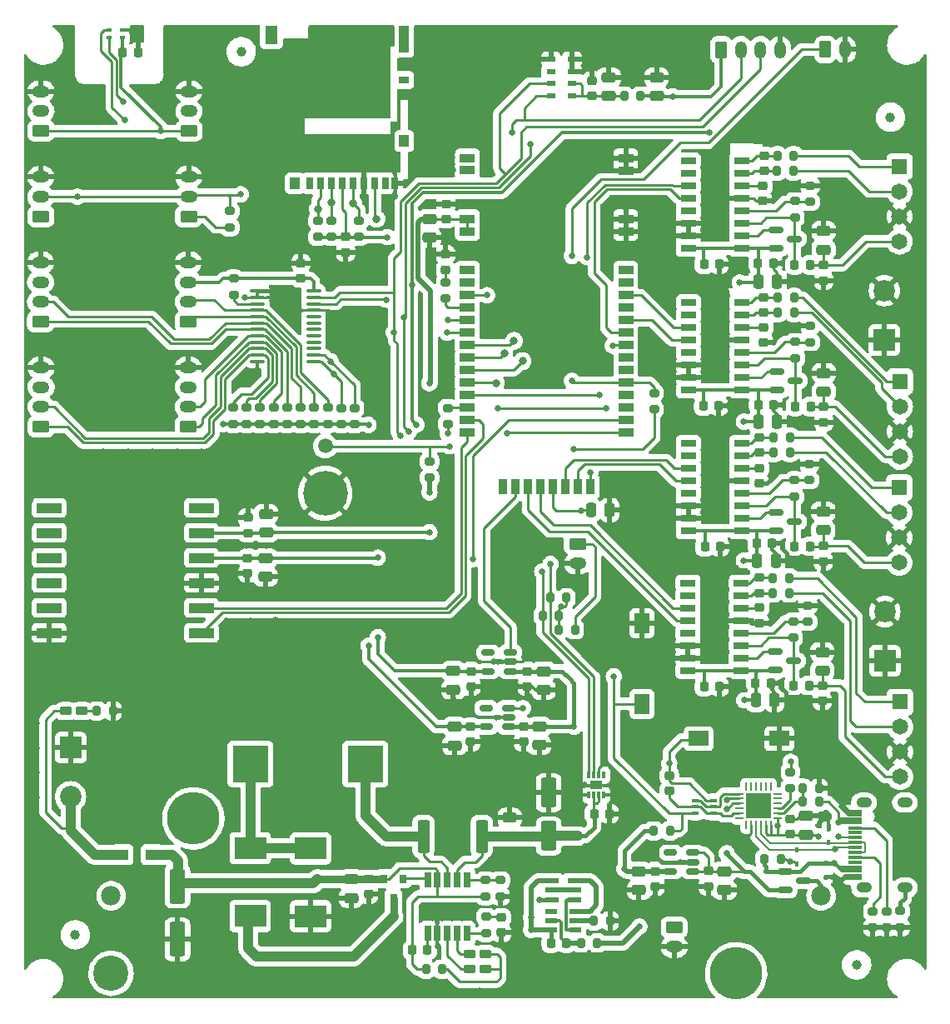
<source format=gtl>
G04 #@! TF.GenerationSoftware,KiCad,Pcbnew,(6.0.5)*
G04 #@! TF.CreationDate,2023-04-17T20:46:32+02:00*
G04 #@! TF.ProjectId,ruche,72756368-652e-46b6-9963-61645f706362,rev?*
G04 #@! TF.SameCoordinates,Original*
G04 #@! TF.FileFunction,Copper,L1,Top*
G04 #@! TF.FilePolarity,Positive*
%FSLAX46Y46*%
G04 Gerber Fmt 4.6, Leading zero omitted, Abs format (unit mm)*
G04 Created by KiCad (PCBNEW (6.0.5)) date 2023-04-17 20:46:32*
%MOMM*%
%LPD*%
G01*
G04 APERTURE LIST*
G04 Aperture macros list*
%AMRoundRect*
0 Rectangle with rounded corners*
0 $1 Rounding radius*
0 $2 $3 $4 $5 $6 $7 $8 $9 X,Y pos of 4 corners*
0 Add a 4 corners polygon primitive as box body*
4,1,4,$2,$3,$4,$5,$6,$7,$8,$9,$2,$3,0*
0 Add four circle primitives for the rounded corners*
1,1,$1+$1,$2,$3*
1,1,$1+$1,$4,$5*
1,1,$1+$1,$6,$7*
1,1,$1+$1,$8,$9*
0 Add four rect primitives between the rounded corners*
20,1,$1+$1,$2,$3,$4,$5,0*
20,1,$1+$1,$4,$5,$6,$7,0*
20,1,$1+$1,$6,$7,$8,$9,0*
20,1,$1+$1,$8,$9,$2,$3,0*%
G04 Aperture macros list end*
G04 #@! TA.AperFunction,SMDPad,CuDef*
%ADD10R,1.500000X0.900000*%
G04 #@! TD*
G04 #@! TA.AperFunction,SMDPad,CuDef*
%ADD11R,0.900000X1.500000*%
G04 #@! TD*
G04 #@! TA.AperFunction,SMDPad,CuDef*
%ADD12RoundRect,0.250000X-0.550000X1.500000X-0.550000X-1.500000X0.550000X-1.500000X0.550000X1.500000X0*%
G04 #@! TD*
G04 #@! TA.AperFunction,SMDPad,CuDef*
%ADD13RoundRect,0.225000X-0.250000X0.225000X-0.250000X-0.225000X0.250000X-0.225000X0.250000X0.225000X0*%
G04 #@! TD*
G04 #@! TA.AperFunction,SMDPad,CuDef*
%ADD14RoundRect,0.250000X-0.475000X0.250000X-0.475000X-0.250000X0.475000X-0.250000X0.475000X0.250000X0*%
G04 #@! TD*
G04 #@! TA.AperFunction,SMDPad,CuDef*
%ADD15RoundRect,0.225000X-0.225000X-0.250000X0.225000X-0.250000X0.225000X0.250000X-0.225000X0.250000X0*%
G04 #@! TD*
G04 #@! TA.AperFunction,SMDPad,CuDef*
%ADD16RoundRect,0.250000X0.475000X-0.250000X0.475000X0.250000X-0.475000X0.250000X-0.475000X-0.250000X0*%
G04 #@! TD*
G04 #@! TA.AperFunction,SMDPad,CuDef*
%ADD17RoundRect,0.250000X0.550000X-1.250000X0.550000X1.250000X-0.550000X1.250000X-0.550000X-1.250000X0*%
G04 #@! TD*
G04 #@! TA.AperFunction,SMDPad,CuDef*
%ADD18RoundRect,0.212500X-0.400000X-0.212500X0.400000X-0.212500X0.400000X0.212500X-0.400000X0.212500X0*%
G04 #@! TD*
G04 #@! TA.AperFunction,SMDPad,CuDef*
%ADD19R,1.240000X1.120000*%
G04 #@! TD*
G04 #@! TA.AperFunction,SMDPad,CuDef*
%ADD20R,3.200000X2.250000*%
G04 #@! TD*
G04 #@! TA.AperFunction,SMDPad,CuDef*
%ADD21R,0.650000X1.525000*%
G04 #@! TD*
G04 #@! TA.AperFunction,ComponentPad*
%ADD22R,2.175000X2.175000*%
G04 #@! TD*
G04 #@! TA.AperFunction,ComponentPad*
%ADD23C,2.175000*%
G04 #@! TD*
G04 #@! TA.AperFunction,ComponentPad*
%ADD24RoundRect,0.250000X-0.350000X-0.625000X0.350000X-0.625000X0.350000X0.625000X-0.350000X0.625000X0*%
G04 #@! TD*
G04 #@! TA.AperFunction,ComponentPad*
%ADD25O,1.200000X1.750000*%
G04 #@! TD*
G04 #@! TA.AperFunction,SMDPad,CuDef*
%ADD26R,3.650000X3.750000*%
G04 #@! TD*
G04 #@! TA.AperFunction,SMDPad,CuDef*
%ADD27R,0.800000X0.900000*%
G04 #@! TD*
G04 #@! TA.AperFunction,SMDPad,CuDef*
%ADD28RoundRect,0.200000X-0.200000X-0.275000X0.200000X-0.275000X0.200000X0.275000X-0.200000X0.275000X0*%
G04 #@! TD*
G04 #@! TA.AperFunction,SMDPad,CuDef*
%ADD29RoundRect,0.200000X0.275000X-0.200000X0.275000X0.200000X-0.275000X0.200000X-0.275000X-0.200000X0*%
G04 #@! TD*
G04 #@! TA.AperFunction,SMDPad,CuDef*
%ADD30RoundRect,0.200000X-0.275000X0.200000X-0.275000X-0.200000X0.275000X-0.200000X0.275000X0.200000X0*%
G04 #@! TD*
G04 #@! TA.AperFunction,SMDPad,CuDef*
%ADD31RoundRect,0.250000X-0.362500X-1.425000X0.362500X-1.425000X0.362500X1.425000X-0.362500X1.425000X0*%
G04 #@! TD*
G04 #@! TA.AperFunction,SMDPad,CuDef*
%ADD32R,0.300000X0.750000*%
G04 #@! TD*
G04 #@! TA.AperFunction,SMDPad,CuDef*
%ADD33R,1.300000X0.900000*%
G04 #@! TD*
G04 #@! TA.AperFunction,ComponentPad*
%ADD34RoundRect,0.250000X0.625000X-0.350000X0.625000X0.350000X-0.625000X0.350000X-0.625000X-0.350000X0*%
G04 #@! TD*
G04 #@! TA.AperFunction,ComponentPad*
%ADD35O,1.750000X1.200000*%
G04 #@! TD*
G04 #@! TA.AperFunction,SMDPad,CuDef*
%ADD36R,2.500000X1.000000*%
G04 #@! TD*
G04 #@! TA.AperFunction,SMDPad,CuDef*
%ADD37R,0.500000X0.300000*%
G04 #@! TD*
G04 #@! TA.AperFunction,ComponentPad*
%ADD38C,1.500000*%
G04 #@! TD*
G04 #@! TA.AperFunction,ComponentPad*
%ADD39C,4.540000*%
G04 #@! TD*
G04 #@! TA.AperFunction,SMDPad,CuDef*
%ADD40RoundRect,0.225000X0.250000X-0.225000X0.250000X0.225000X-0.250000X0.225000X-0.250000X-0.225000X0*%
G04 #@! TD*
G04 #@! TA.AperFunction,SMDPad,CuDef*
%ADD41R,0.650000X0.400000*%
G04 #@! TD*
G04 #@! TA.AperFunction,ComponentPad*
%ADD42R,1.650000X1.650000*%
G04 #@! TD*
G04 #@! TA.AperFunction,ComponentPad*
%ADD43C,1.650000*%
G04 #@! TD*
G04 #@! TA.AperFunction,SMDPad,CuDef*
%ADD44RoundRect,0.150000X-0.587500X-0.150000X0.587500X-0.150000X0.587500X0.150000X-0.587500X0.150000X0*%
G04 #@! TD*
G04 #@! TA.AperFunction,SMDPad,CuDef*
%ADD45RoundRect,0.225000X0.225000X0.250000X-0.225000X0.250000X-0.225000X-0.250000X0.225000X-0.250000X0*%
G04 #@! TD*
G04 #@! TA.AperFunction,ComponentPad*
%ADD46RoundRect,0.250000X-0.625000X0.350000X-0.625000X-0.350000X0.625000X-0.350000X0.625000X0.350000X0*%
G04 #@! TD*
G04 #@! TA.AperFunction,SMDPad,CuDef*
%ADD47R,0.600000X0.450000*%
G04 #@! TD*
G04 #@! TA.AperFunction,SMDPad,CuDef*
%ADD48R,0.700000X1.200000*%
G04 #@! TD*
G04 #@! TA.AperFunction,SMDPad,CuDef*
%ADD49R,1.000000X0.800000*%
G04 #@! TD*
G04 #@! TA.AperFunction,SMDPad,CuDef*
%ADD50R,1.300000X1.900000*%
G04 #@! TD*
G04 #@! TA.AperFunction,SMDPad,CuDef*
%ADD51R,1.000000X1.200000*%
G04 #@! TD*
G04 #@! TA.AperFunction,SMDPad,CuDef*
%ADD52R,1.000000X2.800000*%
G04 #@! TD*
G04 #@! TA.AperFunction,SMDPad,CuDef*
%ADD53RoundRect,0.218750X0.218750X0.256250X-0.218750X0.256250X-0.218750X-0.256250X0.218750X-0.256250X0*%
G04 #@! TD*
G04 #@! TA.AperFunction,SMDPad,CuDef*
%ADD54RoundRect,0.218750X-0.256250X0.218750X-0.256250X-0.218750X0.256250X-0.218750X0.256250X0.218750X0*%
G04 #@! TD*
G04 #@! TA.AperFunction,SMDPad,CuDef*
%ADD55RoundRect,0.250000X-0.250000X-0.475000X0.250000X-0.475000X0.250000X0.475000X-0.250000X0.475000X0*%
G04 #@! TD*
G04 #@! TA.AperFunction,SMDPad,CuDef*
%ADD56RoundRect,0.100000X-0.637500X-0.100000X0.637500X-0.100000X0.637500X0.100000X-0.637500X0.100000X0*%
G04 #@! TD*
G04 #@! TA.AperFunction,SMDPad,CuDef*
%ADD57RoundRect,0.150000X0.512500X0.150000X-0.512500X0.150000X-0.512500X-0.150000X0.512500X-0.150000X0*%
G04 #@! TD*
G04 #@! TA.AperFunction,SMDPad,CuDef*
%ADD58R,0.420000X0.550000*%
G04 #@! TD*
G04 #@! TA.AperFunction,SMDPad,CuDef*
%ADD59RoundRect,0.062500X0.062500X-0.350000X0.062500X0.350000X-0.062500X0.350000X-0.062500X-0.350000X0*%
G04 #@! TD*
G04 #@! TA.AperFunction,SMDPad,CuDef*
%ADD60RoundRect,0.062500X0.350000X-0.062500X0.350000X0.062500X-0.350000X0.062500X-0.350000X-0.062500X0*%
G04 #@! TD*
G04 #@! TA.AperFunction,SMDPad,CuDef*
%ADD61R,2.600000X2.600000*%
G04 #@! TD*
G04 #@! TA.AperFunction,SMDPad,CuDef*
%ADD62R,2.000000X1.500000*%
G04 #@! TD*
G04 #@! TA.AperFunction,SMDPad,CuDef*
%ADD63R,1.525000X0.700000*%
G04 #@! TD*
G04 #@! TA.AperFunction,SMDPad,CuDef*
%ADD64R,1.400000X0.600000*%
G04 #@! TD*
G04 #@! TA.AperFunction,SMDPad,CuDef*
%ADD65C,1.000000*%
G04 #@! TD*
G04 #@! TA.AperFunction,SMDPad,CuDef*
%ADD66R,1.200000X0.600000*%
G04 #@! TD*
G04 #@! TA.AperFunction,SMDPad,CuDef*
%ADD67R,1.450000X0.300000*%
G04 #@! TD*
G04 #@! TA.AperFunction,ComponentPad*
%ADD68RoundRect,0.500000X0.300000X0.000000X0.300000X0.000000X-0.300000X0.000000X-0.300000X0.000000X0*%
G04 #@! TD*
G04 #@! TA.AperFunction,SMDPad,CuDef*
%ADD69R,1.500000X2.000000*%
G04 #@! TD*
G04 #@! TA.AperFunction,SMDPad,CuDef*
%ADD70RoundRect,0.200000X0.200000X0.275000X-0.200000X0.275000X-0.200000X-0.275000X0.200000X-0.275000X0*%
G04 #@! TD*
G04 #@! TA.AperFunction,SMDPad,CuDef*
%ADD71R,0.950000X0.550000*%
G04 #@! TD*
G04 #@! TA.AperFunction,ComponentPad*
%ADD72C,1.980000*%
G04 #@! TD*
G04 #@! TA.AperFunction,ComponentPad*
%ADD73C,5.325000*%
G04 #@! TD*
G04 #@! TA.AperFunction,ComponentPad*
%ADD74C,3.585000*%
G04 #@! TD*
G04 #@! TA.AperFunction,ViaPad*
%ADD75C,0.650000*%
G04 #@! TD*
G04 #@! TA.AperFunction,ViaPad*
%ADD76C,0.800000*%
G04 #@! TD*
G04 #@! TA.AperFunction,Conductor*
%ADD77C,0.250000*%
G04 #@! TD*
G04 #@! TA.AperFunction,Conductor*
%ADD78C,0.400000*%
G04 #@! TD*
G04 #@! TA.AperFunction,Conductor*
%ADD79C,0.300000*%
G04 #@! TD*
G04 #@! TA.AperFunction,Conductor*
%ADD80C,0.500000*%
G04 #@! TD*
G04 #@! TA.AperFunction,Conductor*
%ADD81C,1.000000*%
G04 #@! TD*
G04 #@! TA.AperFunction,Conductor*
%ADD82C,0.800000*%
G04 #@! TD*
G04 #@! TA.AperFunction,Conductor*
%ADD83C,0.200000*%
G04 #@! TD*
G04 APERTURE END LIST*
D10*
X148210000Y-83095000D03*
X148210000Y-84365000D03*
X148210000Y-89295000D03*
X148210000Y-90565000D03*
X148210000Y-94495000D03*
X148210000Y-95765000D03*
X148210000Y-97035000D03*
X148210000Y-98305000D03*
X148210000Y-99575000D03*
X148210000Y-100845000D03*
X148210000Y-102115000D03*
X148210000Y-103385000D03*
X148210000Y-104655000D03*
X148210000Y-105925000D03*
X148210000Y-107195000D03*
X148210000Y-108465000D03*
X148210000Y-109735000D03*
X148210000Y-111005000D03*
D11*
X144610000Y-116495000D03*
X143340000Y-116495000D03*
X142070000Y-116495000D03*
X140800000Y-116495000D03*
X139530000Y-116495000D03*
X138260000Y-116495000D03*
X136990000Y-116495000D03*
X135720000Y-116495000D03*
D10*
X132110000Y-111005000D03*
X132110000Y-109735000D03*
X132110000Y-108465000D03*
X132110000Y-107195000D03*
X132110000Y-105925000D03*
X132110000Y-104655000D03*
X132110000Y-103385000D03*
X132110000Y-102115000D03*
X132110000Y-100845000D03*
X132110000Y-99575000D03*
X132110000Y-98305000D03*
X132110000Y-97035000D03*
X132110000Y-95765000D03*
X132110000Y-94495000D03*
X132110000Y-90565000D03*
X132110000Y-89295000D03*
X132110000Y-84335000D03*
X132110000Y-83095000D03*
D12*
X102625000Y-157110000D03*
X102625000Y-162510000D03*
D13*
X122060000Y-156385000D03*
X122060000Y-157935000D03*
D14*
X120290000Y-156390000D03*
X120290000Y-158290000D03*
D13*
X135560000Y-160275000D03*
X135560000Y-161825000D03*
D15*
X145005000Y-149750000D03*
X146555000Y-149750000D03*
X126495000Y-163600000D03*
X128045000Y-163600000D03*
D16*
X136410000Y-152035000D03*
X136410000Y-150135000D03*
D17*
X140380000Y-152010000D03*
X140380000Y-147610000D03*
D15*
X97067391Y-72357391D03*
X98617391Y-72357391D03*
D18*
X91268750Y-139310000D03*
X92893750Y-139310000D03*
D19*
X100030000Y-153900000D03*
X97030000Y-153900000D03*
D18*
X132307500Y-165542000D03*
X133932500Y-165542000D03*
X132327500Y-163992000D03*
X133952500Y-163992000D03*
D20*
X116180000Y-153260000D03*
X116180000Y-160160000D03*
X110025000Y-153235000D03*
X110025000Y-160135000D03*
D21*
X128070000Y-161912000D03*
X129070000Y-161912000D03*
X130070000Y-161912000D03*
X131070000Y-161912000D03*
X132070000Y-161912000D03*
X132070000Y-156488000D03*
X131070000Y-156488000D03*
X130070000Y-156488000D03*
X129070000Y-156488000D03*
X128070000Y-156488000D03*
D22*
X91760000Y-143020000D03*
D23*
X91760000Y-148020000D03*
D24*
X157900000Y-72090000D03*
D25*
X159900000Y-72090000D03*
X161900000Y-72090000D03*
X163900000Y-72090000D03*
D26*
X110040000Y-144690000D03*
X121740000Y-144690000D03*
D27*
X125540000Y-156350000D03*
X123640000Y-156350000D03*
X124590000Y-158350000D03*
D28*
X94416250Y-139300000D03*
X96066250Y-139300000D03*
D29*
X133990000Y-161875000D03*
X133990000Y-160225000D03*
D28*
X127895000Y-165540000D03*
X129545000Y-165540000D03*
D30*
X135460000Y-156485000D03*
X135460000Y-158135000D03*
D29*
X133960000Y-158135000D03*
X133960000Y-156485000D03*
D31*
X127637500Y-152030000D03*
X133562500Y-152030000D03*
D32*
X144480000Y-147810000D03*
X144980000Y-147810000D03*
X145480000Y-147810000D03*
X145980000Y-147810000D03*
X145980000Y-145810000D03*
X145480000Y-145810000D03*
X144980000Y-145810000D03*
X144480000Y-145810000D03*
D33*
X145230000Y-146810000D03*
D34*
X88740000Y-89040000D03*
D35*
X88740000Y-87040000D03*
X88740000Y-85040000D03*
D34*
X88750000Y-80340000D03*
D35*
X88750000Y-78340000D03*
X88750000Y-76340000D03*
D34*
X103760000Y-89030000D03*
D35*
X103760000Y-87030000D03*
X103760000Y-85030000D03*
D36*
X105065000Y-131360000D03*
X105065000Y-128820000D03*
X105065000Y-126280000D03*
X105065000Y-123740000D03*
X105065000Y-121200000D03*
X105065000Y-118660000D03*
X89565000Y-118660000D03*
X89565000Y-121200000D03*
X89565000Y-123740000D03*
X89565000Y-126280000D03*
X89565000Y-128820000D03*
X89565000Y-131360000D03*
D37*
X95667391Y-70082391D03*
X95667391Y-70882391D03*
X97067391Y-70882391D03*
X97067391Y-70082391D03*
D13*
X109765000Y-123750000D03*
X109765000Y-125300000D03*
D14*
X111590000Y-123750000D03*
X111590000Y-125650000D03*
D29*
X128270000Y-115605000D03*
X128270000Y-113955000D03*
D38*
X117650000Y-112380000D03*
D39*
X117650000Y-117180000D03*
D14*
X130668750Y-135220000D03*
X130668750Y-137120000D03*
D40*
X109780000Y-121215000D03*
X109780000Y-119665000D03*
D29*
X166970000Y-87565000D03*
X166970000Y-85915000D03*
D16*
X168330000Y-92410000D03*
X168330000Y-90510000D03*
D14*
X149560000Y-155590000D03*
X149560000Y-157490000D03*
D41*
X155260000Y-148400000D03*
X155260000Y-149050000D03*
X155260000Y-149700000D03*
X157160000Y-149700000D03*
X157160000Y-149050000D03*
X157160000Y-148400000D03*
D29*
X151090000Y-108635000D03*
X151090000Y-106985000D03*
X108340000Y-96995000D03*
X108340000Y-95345000D03*
D42*
X176060000Y-83960000D03*
D43*
X176060000Y-86500000D03*
X176060000Y-89040000D03*
X176060000Y-91580000D03*
D16*
X168200000Y-135210000D03*
X168200000Y-133310000D03*
D34*
X103800000Y-80350000D03*
D35*
X103800000Y-78350000D03*
X103800000Y-76350000D03*
D13*
X156620000Y-155555000D03*
X156620000Y-157105000D03*
D44*
X163382500Y-133250000D03*
X163382500Y-135150000D03*
X165257500Y-134200000D03*
D45*
X142165000Y-162890000D03*
X140615000Y-162890000D03*
D29*
X166710000Y-130235000D03*
X166710000Y-128585000D03*
D28*
X166215000Y-148530000D03*
X167865000Y-148530000D03*
D29*
X165410000Y-89145000D03*
X165410000Y-87495000D03*
D46*
X143310000Y-122300000D03*
D35*
X143310000Y-124300000D03*
D40*
X161800000Y-113015000D03*
X161800000Y-111465000D03*
D15*
X156255000Y-122610000D03*
X157805000Y-122610000D03*
D47*
X160340000Y-155600000D03*
X162440000Y-155600000D03*
D15*
X161695000Y-108180000D03*
X163245000Y-108180000D03*
D30*
X109670000Y-108485000D03*
X109670000Y-110135000D03*
D29*
X176140000Y-161275000D03*
X176140000Y-159625000D03*
D30*
X112400000Y-108485000D03*
X112400000Y-110135000D03*
D22*
X174520000Y-101580000D03*
D23*
X174520000Y-96580000D03*
D48*
X116085000Y-85670000D03*
X117185000Y-85670000D03*
X118285000Y-85670000D03*
X119385000Y-85670000D03*
X120485000Y-85670000D03*
X121585000Y-85670000D03*
X122685000Y-85670000D03*
X123785000Y-85670000D03*
X124735000Y-85670000D03*
D49*
X125685000Y-75170000D03*
D50*
X112185000Y-70570000D03*
D51*
X114535000Y-85670000D03*
X125685000Y-81370000D03*
D52*
X125685000Y-71020000D03*
D53*
X166947500Y-122550000D03*
X165372500Y-122550000D03*
D30*
X115150000Y-108485000D03*
X115150000Y-110135000D03*
D13*
X168350000Y-108385000D03*
X168350000Y-109935000D03*
D30*
X119270000Y-108505000D03*
X119270000Y-110155000D03*
D16*
X168350000Y-106850000D03*
X168350000Y-104950000D03*
D54*
X129890000Y-92906250D03*
X129890000Y-94481250D03*
D29*
X166890000Y-115835000D03*
X166890000Y-114185000D03*
D22*
X174560000Y-134190000D03*
D23*
X174560000Y-129190000D03*
D55*
X161710000Y-109900000D03*
X163610000Y-109900000D03*
X161450000Y-138200000D03*
X163350000Y-138200000D03*
D44*
X163582500Y-104780000D03*
X163582500Y-106680000D03*
X165457500Y-105730000D03*
D56*
X110747500Y-96625000D03*
X110747500Y-97275000D03*
X110747500Y-97925000D03*
X110747500Y-98575000D03*
X110747500Y-99225000D03*
X110747500Y-99875000D03*
X110747500Y-100525000D03*
X110747500Y-101175000D03*
X110747500Y-101825000D03*
X110747500Y-102475000D03*
X110747500Y-103125000D03*
X110747500Y-103775000D03*
X116472500Y-103775000D03*
X116472500Y-103125000D03*
X116472500Y-102475000D03*
X116472500Y-101825000D03*
X116472500Y-101175000D03*
X116472500Y-100525000D03*
X116472500Y-99875000D03*
X116472500Y-99225000D03*
X116472500Y-98575000D03*
X116472500Y-97925000D03*
X116472500Y-97275000D03*
X116472500Y-96625000D03*
D30*
X108310000Y-108485000D03*
X108310000Y-110135000D03*
D57*
X155047500Y-155590000D03*
X155047500Y-154640000D03*
X155047500Y-153690000D03*
X152772500Y-153690000D03*
X152772500Y-155590000D03*
D58*
X165630000Y-153430000D03*
X165630000Y-154830000D03*
D13*
X151200000Y-155585000D03*
X151200000Y-157135000D03*
D57*
X136280000Y-140890000D03*
X136280000Y-139940000D03*
X136280000Y-138990000D03*
X134005000Y-138990000D03*
X134005000Y-140890000D03*
D59*
X160460000Y-150887500D03*
X160960000Y-150887500D03*
X161460000Y-150887500D03*
X161960000Y-150887500D03*
X162460000Y-150887500D03*
X162960000Y-150887500D03*
D60*
X163647500Y-150200000D03*
X163647500Y-149700000D03*
X163647500Y-149200000D03*
X163647500Y-148700000D03*
X163647500Y-148200000D03*
X163647500Y-147700000D03*
D59*
X162960000Y-147012500D03*
X162460000Y-147012500D03*
X161960000Y-147012500D03*
X161460000Y-147012500D03*
X160960000Y-147012500D03*
X160460000Y-147012500D03*
D60*
X159772500Y-147700000D03*
X159772500Y-148200000D03*
X159772500Y-148700000D03*
X159772500Y-149200000D03*
X159772500Y-149700000D03*
X159772500Y-150200000D03*
D61*
X161710000Y-148950000D03*
D42*
X176110000Y-138380000D03*
D43*
X176110000Y-140920000D03*
X176110000Y-143460000D03*
X176110000Y-146000000D03*
D62*
X155640000Y-142100000D03*
X163840000Y-142100000D03*
D29*
X165250000Y-131855000D03*
X165250000Y-130205000D03*
D13*
X168330000Y-93995000D03*
X168330000Y-95545000D03*
D16*
X151355000Y-76810000D03*
X151355000Y-74910000D03*
D13*
X168300000Y-122545000D03*
X168300000Y-124095000D03*
D29*
X164950000Y-147145000D03*
X164950000Y-145495000D03*
D15*
X161535000Y-122280000D03*
X163085000Y-122280000D03*
D30*
X129900000Y-95748750D03*
X129900000Y-97398750D03*
D15*
X156185000Y-136830000D03*
X157735000Y-136830000D03*
D13*
X138188750Y-135255000D03*
X138188750Y-136805000D03*
D28*
X148055000Y-76810000D03*
X149705000Y-76810000D03*
D15*
X156105000Y-108320000D03*
X157655000Y-108320000D03*
D28*
X140545000Y-127790000D03*
X142195000Y-127790000D03*
D29*
X174740000Y-161305000D03*
X174740000Y-159655000D03*
D53*
X166957500Y-93970000D03*
X165382500Y-93970000D03*
X166837500Y-136720000D03*
X165262500Y-136720000D03*
D42*
X176090000Y-105830000D03*
D43*
X176090000Y-108370000D03*
X176090000Y-110910000D03*
X176090000Y-113450000D03*
D16*
X111640000Y-121180000D03*
X111640000Y-119280000D03*
D28*
X163245000Y-111470000D03*
X164895000Y-111470000D03*
D63*
X160032000Y-106685000D03*
X160032000Y-105415000D03*
X160032000Y-104145000D03*
X160032000Y-102875000D03*
X160032000Y-101605000D03*
X160032000Y-100335000D03*
X160032000Y-99065000D03*
X160032000Y-97795000D03*
X154608000Y-97795000D03*
X154608000Y-99065000D03*
X154608000Y-100335000D03*
X154608000Y-101605000D03*
X154608000Y-102875000D03*
X154608000Y-104145000D03*
X154608000Y-105415000D03*
X154608000Y-106685000D03*
D64*
X140705000Y-156560000D03*
X140705000Y-157510000D03*
X140705000Y-158460000D03*
X143005000Y-156560000D03*
X143005000Y-157510000D03*
X143005000Y-158460000D03*
D29*
X121090000Y-91115000D03*
X121090000Y-89465000D03*
D63*
X159992000Y-120995000D03*
X159992000Y-119725000D03*
X159992000Y-118455000D03*
X159992000Y-117185000D03*
X159992000Y-115915000D03*
X159992000Y-114645000D03*
X159992000Y-113375000D03*
X159992000Y-112105000D03*
X154568000Y-112105000D03*
X154568000Y-113375000D03*
X154568000Y-114645000D03*
X154568000Y-115915000D03*
X154568000Y-117185000D03*
X154568000Y-118455000D03*
X154568000Y-119725000D03*
X154568000Y-120995000D03*
D28*
X141405000Y-131040000D03*
X143055000Y-131040000D03*
X139755000Y-129620000D03*
X141405000Y-129620000D03*
D13*
X119730000Y-91115000D03*
X119730000Y-92665000D03*
D29*
X165470000Y-103455000D03*
X165470000Y-101805000D03*
D28*
X163175000Y-127310000D03*
X164825000Y-127310000D03*
D30*
X117910000Y-108485000D03*
X117910000Y-110135000D03*
D65*
X92240000Y-162030000D03*
D55*
X161680000Y-95660000D03*
X163580000Y-95660000D03*
D65*
X109110000Y-72300000D03*
D55*
X161550000Y-123990000D03*
X163450000Y-123990000D03*
D15*
X156175000Y-93930000D03*
X157725000Y-93930000D03*
D40*
X162250000Y-98805000D03*
X162250000Y-97255000D03*
D63*
X159972000Y-135195000D03*
X159972000Y-133925000D03*
X159972000Y-132655000D03*
X159972000Y-131385000D03*
X159972000Y-130115000D03*
X159972000Y-128845000D03*
X159972000Y-127575000D03*
X159972000Y-126305000D03*
X154548000Y-126305000D03*
X154548000Y-127575000D03*
X154548000Y-128845000D03*
X154548000Y-130115000D03*
X154548000Y-131385000D03*
X154548000Y-132655000D03*
X154548000Y-133925000D03*
X154548000Y-135195000D03*
D28*
X163245000Y-113020000D03*
X164895000Y-113020000D03*
D66*
X143100000Y-161560000D03*
X143100000Y-160610000D03*
X143100000Y-159660000D03*
X140600000Y-159660000D03*
X140600000Y-160610000D03*
X140600000Y-161560000D03*
D46*
X153150000Y-161270000D03*
D35*
X153150000Y-163270000D03*
D13*
X132442500Y-140895000D03*
X132442500Y-142445000D03*
D15*
X161415000Y-136440000D03*
X162965000Y-136440000D03*
D14*
X158250000Y-155590000D03*
X158250000Y-157490000D03*
D15*
X161665000Y-93800000D03*
X163215000Y-93800000D03*
D67*
X171507500Y-156320000D03*
X171507500Y-155520000D03*
X171507500Y-154170000D03*
X171507500Y-153170000D03*
X171507500Y-152670000D03*
X171507500Y-151670000D03*
X171507500Y-150320000D03*
X171507500Y-149520000D03*
X171507500Y-149820000D03*
X171507500Y-150620000D03*
X171507500Y-151170000D03*
X171507500Y-152170000D03*
X171507500Y-153670000D03*
X171507500Y-154670000D03*
X171507500Y-155220000D03*
X171507500Y-156020000D03*
D68*
X176607500Y-157240000D03*
X172427500Y-157240000D03*
X172427500Y-148600000D03*
X176607500Y-148600000D03*
D16*
X166560000Y-151850000D03*
X166560000Y-149950000D03*
D44*
X164412500Y-155610000D03*
X164412500Y-157510000D03*
X166287500Y-156560000D03*
D29*
X166970000Y-101825000D03*
X166970000Y-100175000D03*
X118300000Y-91095000D03*
X118300000Y-89445000D03*
D14*
X128250000Y-89300000D03*
X128250000Y-91200000D03*
D34*
X103730000Y-99720000D03*
D35*
X103730000Y-97720000D03*
X103730000Y-95720000D03*
X103730000Y-93720000D03*
D40*
X164940000Y-151825000D03*
X164940000Y-150275000D03*
X144805000Y-76785000D03*
X144805000Y-75235000D03*
D30*
X111020000Y-108485000D03*
X111020000Y-110135000D03*
D28*
X162315000Y-154310000D03*
X163965000Y-154310000D03*
D44*
X163502500Y-119100000D03*
X163502500Y-121000000D03*
X165377500Y-120050000D03*
D58*
X168560000Y-154770000D03*
X168560000Y-156170000D03*
D40*
X162140000Y-87495000D03*
X162140000Y-85945000D03*
D69*
X149842000Y-138576000D03*
X149842000Y-130376000D03*
D30*
X116530000Y-108485000D03*
X116530000Y-110135000D03*
D65*
X175130000Y-78960000D03*
D28*
X163695000Y-98800000D03*
X165345000Y-98800000D03*
D30*
X130100000Y-108495000D03*
X130100000Y-110145000D03*
D40*
X162250000Y-101875000D03*
X162250000Y-100325000D03*
D13*
X168200000Y-136725000D03*
X168200000Y-138275000D03*
D70*
X145305000Y-162870000D03*
X143655000Y-162870000D03*
D30*
X113780000Y-108485000D03*
X113780000Y-110135000D03*
D13*
X152650000Y-145885000D03*
X152650000Y-147435000D03*
D40*
X115180000Y-95335000D03*
X115180000Y-93785000D03*
D65*
X171690000Y-165090000D03*
D53*
X167007500Y-108360000D03*
X165432500Y-108360000D03*
D63*
X159990000Y-92300000D03*
X159990000Y-91030000D03*
X159990000Y-89760000D03*
X159990000Y-88490000D03*
X159990000Y-87220000D03*
X159990000Y-85950000D03*
X159990000Y-84680000D03*
X159990000Y-83410000D03*
X154566000Y-83410000D03*
X154566000Y-84680000D03*
X154566000Y-85950000D03*
X154566000Y-87220000D03*
X154566000Y-88490000D03*
X154566000Y-89760000D03*
X154566000Y-91030000D03*
X154566000Y-92300000D03*
D40*
X162320000Y-84445000D03*
X162320000Y-82895000D03*
D14*
X130802500Y-140890000D03*
X130802500Y-142790000D03*
D30*
X107950000Y-88505000D03*
X107950000Y-90155000D03*
D28*
X163185000Y-125780000D03*
X164835000Y-125780000D03*
D40*
X161790000Y-127305000D03*
X161790000Y-125755000D03*
D28*
X151049000Y-151494000D03*
X152699000Y-151494000D03*
D16*
X146480000Y-76810000D03*
X146480000Y-74910000D03*
D71*
X142750000Y-76805000D03*
X142750000Y-75555000D03*
X142750000Y-74305000D03*
X142750000Y-73055000D03*
X140600000Y-73055000D03*
X140600000Y-74305000D03*
X140600000Y-75555000D03*
X140600000Y-76805000D03*
D70*
X167875000Y-147150000D03*
X166225000Y-147150000D03*
D14*
X139858750Y-135250000D03*
X139858750Y-137150000D03*
D55*
X144670000Y-118880000D03*
X146570000Y-118880000D03*
D14*
X139420000Y-140870000D03*
X139420000Y-142770000D03*
D34*
X88760000Y-110410000D03*
D35*
X88760000Y-108410000D03*
X88760000Y-106410000D03*
X88760000Y-104410000D03*
D16*
X168300000Y-120930000D03*
X168300000Y-119030000D03*
D57*
X136486250Y-135250000D03*
X136486250Y-134300000D03*
X136486250Y-133350000D03*
X134211250Y-133350000D03*
X134211250Y-135250000D03*
D30*
X120630000Y-108525000D03*
X120630000Y-110175000D03*
D28*
X144965000Y-160610000D03*
X146615000Y-160610000D03*
D34*
X88710000Y-99720000D03*
D35*
X88710000Y-97720000D03*
X88710000Y-95720000D03*
X88710000Y-93720000D03*
D40*
X161800000Y-116185000D03*
X161800000Y-114635000D03*
D24*
X168510000Y-72080000D03*
D25*
X170510000Y-72080000D03*
D40*
X129940000Y-89305000D03*
X129940000Y-87755000D03*
D13*
X132478750Y-135255000D03*
X132478750Y-136805000D03*
D34*
X103730000Y-110400000D03*
D35*
X103730000Y-108400000D03*
X103730000Y-106400000D03*
X103730000Y-104400000D03*
D42*
X176020000Y-116600000D03*
D43*
X176020000Y-119140000D03*
X176020000Y-121680000D03*
X176020000Y-124220000D03*
D29*
X116910000Y-91115000D03*
X116910000Y-89465000D03*
X173330000Y-161305000D03*
X173330000Y-159655000D03*
D28*
X163625000Y-82890000D03*
X165275000Y-82890000D03*
D29*
X165370000Y-117485000D03*
X165370000Y-115835000D03*
D44*
X163502500Y-90390000D03*
X163502500Y-92290000D03*
X165377500Y-91340000D03*
D28*
X163615000Y-84410000D03*
X165265000Y-84410000D03*
X163695000Y-97280000D03*
X165345000Y-97280000D03*
D13*
X137830000Y-140895000D03*
X137830000Y-142445000D03*
D58*
X168840000Y-152670000D03*
X168840000Y-151270000D03*
D40*
X161800000Y-130355000D03*
X161800000Y-128805000D03*
D72*
X168080000Y-158080000D03*
X95880000Y-158080000D03*
D73*
X159440000Y-165950000D03*
D74*
X95880000Y-165950000D03*
D73*
X104240000Y-150210000D03*
D75*
X177090000Y-163510000D03*
X114910500Y-98616316D03*
X158430000Y-87210000D03*
X170590000Y-70320000D03*
X91650000Y-70520000D03*
X156030000Y-133920000D03*
X100100000Y-112930000D03*
X168350000Y-103810000D03*
X156100000Y-119730000D03*
X88300000Y-157940000D03*
X120560000Y-70410000D03*
X95100000Y-127930000D03*
X158820000Y-122600000D03*
X92600000Y-122930000D03*
X174090000Y-72820000D03*
X92600000Y-127930000D03*
X105100000Y-132930000D03*
X98060000Y-70410000D03*
X177960000Y-159150000D03*
X169530000Y-77250000D03*
X167270000Y-109950000D03*
X151160000Y-158200000D03*
X139450000Y-70320000D03*
X97600000Y-135430000D03*
X100860000Y-167750000D03*
X87600000Y-127930000D03*
X156070000Y-118440000D03*
X95100000Y-137930000D03*
X178060000Y-147250000D03*
X107600000Y-135430000D03*
X150350000Y-152764000D03*
X102600000Y-125430000D03*
X110100000Y-130140000D03*
X162780000Y-130370000D03*
X100100000Y-122930000D03*
X92600000Y-117930000D03*
X168500000Y-149880000D03*
X88300000Y-145560000D03*
X111680000Y-122480000D03*
X139310000Y-100850000D03*
X120290000Y-159520000D03*
X105100000Y-112930000D03*
X158250000Y-158630000D03*
X139420000Y-158470000D03*
X100100000Y-135430000D03*
X170860000Y-167750000D03*
X164060000Y-122270000D03*
X148840000Y-87700000D03*
X100100000Y-117930000D03*
X100100000Y-130430000D03*
X156060000Y-91060000D03*
X142910000Y-70320000D03*
X112450000Y-135970000D03*
X87600000Y-137930000D03*
X165860000Y-167750000D03*
X113540000Y-97010000D03*
X105100000Y-135430000D03*
X92600000Y-132930000D03*
X92600000Y-137930000D03*
X110860000Y-167750000D03*
X113360000Y-167750000D03*
X165980000Y-100190000D03*
X90100000Y-115430000D03*
X102600000Y-130430000D03*
X137108750Y-136760000D03*
X102600000Y-115430000D03*
X102600000Y-122930000D03*
X87600000Y-115430000D03*
X164490000Y-124000000D03*
X92110000Y-166600000D03*
X92600000Y-125430000D03*
X130688750Y-138150000D03*
X168360000Y-167750000D03*
X109780000Y-118460000D03*
X90100000Y-135430000D03*
X150410000Y-70320000D03*
X92600000Y-120430000D03*
X128360000Y-167750000D03*
X117895500Y-122480000D03*
X135860000Y-167750000D03*
X129120000Y-163200000D03*
X165590000Y-70320000D03*
X164500000Y-138180000D03*
X139440000Y-99800000D03*
X173360000Y-167750000D03*
X88300000Y-155440000D03*
X113950000Y-93790000D03*
X118360000Y-167750000D03*
X140560000Y-71920000D03*
X163090000Y-70320000D03*
X107700000Y-122500000D03*
X112480000Y-137950000D03*
X125860000Y-167750000D03*
X167390000Y-95570000D03*
X130860000Y-167750000D03*
X100100000Y-120430000D03*
X107600000Y-117930000D03*
X93360000Y-167750000D03*
X97600000Y-127930000D03*
X110100000Y-137930000D03*
X168190000Y-139440000D03*
X177960000Y-161650000D03*
X156030000Y-132650000D03*
X158740000Y-136820000D03*
X97600000Y-117930000D03*
X92600000Y-115430000D03*
X177528000Y-81644000D03*
X88750000Y-82670000D03*
X110560000Y-70410000D03*
X132438750Y-143610000D03*
X87600000Y-132930000D03*
X164900000Y-154580000D03*
X100100000Y-115430000D03*
X143640000Y-83180000D03*
X108350000Y-167730000D03*
X88300000Y-140560000D03*
X100100000Y-125430000D03*
X107650000Y-120070000D03*
X95100000Y-120430000D03*
X144780000Y-73950000D03*
X156080000Y-89760000D03*
X132488750Y-137800000D03*
X137140000Y-91310000D03*
X140700000Y-167750000D03*
X158090000Y-70320000D03*
X144040000Y-146820000D03*
X174930000Y-122850000D03*
X102600000Y-117930000D03*
X166910000Y-119040000D03*
X87600000Y-130430000D03*
X118338559Y-98990026D03*
X156180000Y-104160000D03*
X103360000Y-167750000D03*
X120860000Y-167750000D03*
X143200000Y-167750000D03*
X90900000Y-164720000D03*
X153080000Y-167720000D03*
X155590000Y-70320000D03*
X98620000Y-71100000D03*
X88300000Y-143060000D03*
X87600000Y-117930000D03*
X95100000Y-115430000D03*
X165860000Y-114170000D03*
X139850000Y-138340000D03*
X147910000Y-70320000D03*
X102600000Y-127930000D03*
X158911944Y-93918056D03*
X92600000Y-130430000D03*
X129770000Y-105730000D03*
X91650000Y-131350000D03*
X102600000Y-120430000D03*
X122060000Y-159110000D03*
X150700000Y-167750000D03*
X87600000Y-122930000D03*
X88300000Y-152905500D03*
X163910000Y-136430000D03*
X136130000Y-70400000D03*
X156170000Y-105410000D03*
X95100000Y-112930000D03*
X161660000Y-149740000D03*
X169360000Y-156170000D03*
X91650000Y-73020000D03*
X110760000Y-104650000D03*
X158470000Y-101580000D03*
X95100000Y-125430000D03*
X146480000Y-73580000D03*
X158460000Y-115880000D03*
X168330000Y-89270000D03*
X129060000Y-160490000D03*
X140380000Y-145420000D03*
X88300000Y-148060000D03*
X133360000Y-167750000D03*
X115860000Y-167750000D03*
X164750000Y-95680000D03*
X168090000Y-70320000D03*
X149842000Y-132190000D03*
X88750000Y-91380000D03*
X177528000Y-77072000D03*
X138360000Y-167750000D03*
X103060000Y-70410000D03*
X136650000Y-119210000D03*
X97600000Y-122930000D03*
X109680000Y-122480000D03*
X164190000Y-108210000D03*
X90100000Y-132930000D03*
X129910000Y-91833750D03*
X107600000Y-115430000D03*
X111590000Y-126880000D03*
X163260000Y-101880000D03*
X105100000Y-137930000D03*
X109460000Y-97260000D03*
X124740000Y-86990000D03*
X110100000Y-132930000D03*
X146610000Y-161780000D03*
X136510000Y-158130000D03*
X100100000Y-127930000D03*
X88300000Y-162940000D03*
X130808750Y-143950000D03*
X163140000Y-87480000D03*
X97600000Y-112930000D03*
X166700000Y-133290000D03*
X98360000Y-167750000D03*
X97600000Y-132930000D03*
X88300000Y-150560000D03*
X176660000Y-150210000D03*
X128060000Y-70410000D03*
X98060000Y-102910000D03*
X95100000Y-132930000D03*
X145410000Y-70320000D03*
X173090000Y-70320000D03*
X163050000Y-115680000D03*
X95100000Y-130430000D03*
X97600000Y-115430000D03*
X95100000Y-117930000D03*
X112290000Y-132930000D03*
X155430000Y-167700000D03*
X138020000Y-133960000D03*
X177960000Y-153650000D03*
X102600000Y-137930000D03*
X160590000Y-70320000D03*
X167930000Y-128570000D03*
X143910000Y-73040000D03*
X136400000Y-148890000D03*
X116180000Y-161990000D03*
X105560000Y-70410000D03*
X177528000Y-74786000D03*
X92600000Y-135430000D03*
X112610000Y-130080000D03*
X95100000Y-135430000D03*
X88740000Y-102060000D03*
X109760000Y-126480000D03*
X102600000Y-112930000D03*
X164110000Y-93810000D03*
X90100000Y-137930000D03*
X147730000Y-149790000D03*
X123060000Y-70410000D03*
X138429500Y-137800000D03*
X133060000Y-70410000D03*
X152910000Y-70320000D03*
X177528000Y-79358000D03*
X87600000Y-120430000D03*
X97600000Y-125430000D03*
X97161250Y-139300000D03*
X148200000Y-167750000D03*
X177960000Y-151150000D03*
X97600000Y-130430000D03*
D76*
X139140000Y-105220000D03*
D75*
X88300000Y-160440000D03*
X107110000Y-126270000D03*
X149530000Y-158580000D03*
X164810000Y-109910000D03*
X152680000Y-74910000D03*
X168140000Y-85920000D03*
X174090000Y-165320000D03*
X137828750Y-143600000D03*
X119740000Y-93830000D03*
X101030000Y-162520000D03*
X172020000Y-161260000D03*
X107590000Y-130120000D03*
X163360000Y-167750000D03*
X105860000Y-167750000D03*
X107600000Y-137930000D03*
X97600000Y-120430000D03*
X107680000Y-133000000D03*
X130610000Y-84330000D03*
X161680000Y-148170000D03*
X87610000Y-135430000D03*
X100100000Y-137930000D03*
X177960000Y-156150000D03*
X145700000Y-167750000D03*
X130580000Y-83070000D03*
X117860000Y-126070000D03*
X102600000Y-132930000D03*
X87600000Y-112930000D03*
X111650000Y-117920000D03*
X95100000Y-122930000D03*
X88770000Y-74440000D03*
X175496000Y-74278000D03*
X123360000Y-167750000D03*
X134766125Y-134294658D03*
X130560000Y-70410000D03*
X105100000Y-115430000D03*
X155320000Y-157100000D03*
X87600000Y-125430000D03*
X90100000Y-112930000D03*
X102600000Y-135430000D03*
X108060000Y-70410000D03*
X160700000Y-153630000D03*
X167160000Y-124100000D03*
X139448750Y-144010000D03*
X135580000Y-162810000D03*
X158340000Y-151690000D03*
X97600000Y-137930000D03*
X118060000Y-70410000D03*
X92600000Y-112930000D03*
X100100000Y-132930000D03*
X158570000Y-108310000D03*
X163647500Y-150922500D03*
X148080000Y-155340000D03*
X128230000Y-105980000D03*
X164980000Y-144450000D03*
X167830000Y-152045500D03*
X141670000Y-128680000D03*
X142944511Y-112665489D03*
X128240000Y-117080000D03*
X128240000Y-121120000D03*
X130160000Y-99570000D03*
X123830000Y-97500000D03*
X125610000Y-99290000D03*
X126140000Y-110910000D03*
X138540000Y-81700000D03*
X136680000Y-80550000D03*
X140570000Y-124360000D03*
X130060000Y-100860000D03*
X139720000Y-125130000D03*
X125330000Y-111360000D03*
X124640000Y-100850000D03*
X158470000Y-153750000D03*
X142950000Y-140890000D03*
X143330000Y-152010000D03*
X142430000Y-152010000D03*
X149590000Y-161200000D03*
X109080000Y-86790000D03*
X92460000Y-87030000D03*
X134100000Y-97050000D03*
X130270000Y-112390000D03*
X136110000Y-111090000D03*
X122050000Y-132660000D03*
X156720000Y-80500000D03*
X122050000Y-110220000D03*
X160250000Y-138200000D03*
X126940000Y-110210000D03*
X152970000Y-76850000D03*
X160230000Y-123990000D03*
X159800000Y-95760000D03*
X126460000Y-95970000D03*
X100910000Y-80380000D03*
X160230000Y-109900000D03*
X123980000Y-91140000D03*
X107310000Y-110130000D03*
X144280000Y-93180000D03*
X144610000Y-115080000D03*
X122990000Y-123720000D03*
X123000000Y-131780000D03*
D76*
X135010000Y-105970000D03*
X116910000Y-88290000D03*
X118285000Y-87595000D03*
X135850000Y-102960000D03*
X120485000Y-87705000D03*
X137720000Y-103750000D03*
X122850000Y-89280000D03*
X136850000Y-101680000D03*
D75*
X118529159Y-105080841D03*
X97303445Y-79276555D03*
X97118504Y-77382740D03*
X118195000Y-103755000D03*
X137780000Y-139020000D03*
X132710000Y-123850000D03*
X143710000Y-118910000D03*
X152636000Y-144636000D03*
X169850000Y-150580000D03*
X169450000Y-154780000D03*
X169830000Y-152045500D03*
X169520000Y-153344500D03*
X146880000Y-102170000D03*
X147000000Y-135780000D03*
X135229501Y-108530499D03*
X158470500Y-148369579D03*
X146210499Y-108530499D03*
X130100000Y-111100000D03*
X158470500Y-149236165D03*
X145550000Y-107190000D03*
X142730000Y-93060000D03*
X142720000Y-105750000D03*
X138590000Y-161550000D03*
X138590000Y-160260000D03*
D77*
X136486250Y-134300000D02*
X137680000Y-134300000D01*
D78*
X163910000Y-136860000D02*
X163910000Y-136430000D01*
X164574000Y-123916000D02*
X164490000Y-124000000D01*
D77*
X109460000Y-97260000D02*
X110732500Y-97260000D01*
D78*
X139430000Y-158460000D02*
X139420000Y-158470000D01*
D77*
X165930000Y-149950000D02*
X165605000Y-150275000D01*
D79*
X171507500Y-156020000D02*
X170510000Y-156020000D01*
X163085000Y-122280000D02*
X163085000Y-122905000D01*
X171507500Y-149820000D02*
X170840000Y-149820000D01*
X170940000Y-149520000D02*
X170310000Y-148890000D01*
D77*
X136480908Y-134294658D02*
X134766125Y-134294658D01*
X98617391Y-71102609D02*
X98620000Y-71100000D01*
D79*
X170510000Y-156320000D02*
X170080000Y-156750000D01*
X163350000Y-137370000D02*
X163350000Y-138200000D01*
D77*
X165620000Y-154680000D02*
X165400000Y-154680000D01*
X145240000Y-146820000D02*
X144040000Y-146820000D01*
X137680000Y-134300000D02*
X138020000Y-133960000D01*
X97600000Y-70080000D02*
X97730000Y-70080000D01*
D78*
X140705000Y-158460000D02*
X139430000Y-158460000D01*
D77*
X165400000Y-154680000D02*
X165280000Y-154560000D01*
D79*
X163085000Y-122905000D02*
X163450000Y-123270000D01*
X170510000Y-156020000D02*
X169850000Y-156680000D01*
D77*
X144364932Y-147800000D02*
X144437466Y-147872534D01*
X164900000Y-154580000D02*
X164720000Y-154580000D01*
X97682391Y-70082391D02*
X97067391Y-70082391D01*
X110732500Y-97260000D02*
X110747500Y-97275000D01*
X114951816Y-98575000D02*
X114910500Y-98616316D01*
D79*
X171507500Y-149520000D02*
X170940000Y-149520000D01*
D77*
X163215000Y-93800000D02*
X163215000Y-94385000D01*
X161203000Y-87220000D02*
X161473000Y-87490000D01*
X164720000Y-154580000D02*
X164450000Y-154310000D01*
X117923533Y-98575000D02*
X118338559Y-98990026D01*
X98617391Y-72357391D02*
X98617391Y-71102609D01*
D79*
X138188750Y-136805000D02*
X138653750Y-136805000D01*
D77*
X164920000Y-154560000D02*
X164900000Y-154580000D01*
X160960000Y-150887500D02*
X160960000Y-151720000D01*
X159990000Y-87220000D02*
X161203000Y-87220000D01*
D78*
X151850000Y-154640000D02*
X151410000Y-154200000D01*
D79*
X163245000Y-108180000D02*
X163245000Y-108765000D01*
X170080000Y-156750000D02*
X170080000Y-156850000D01*
D77*
X166560000Y-149950000D02*
X165930000Y-149950000D01*
D78*
X164574000Y-123300000D02*
X164574000Y-123916000D01*
X161800000Y-116185000D02*
X162545000Y-116185000D01*
D77*
X129060000Y-161902000D02*
X129070000Y-161912000D01*
X165605000Y-150275000D02*
X164940000Y-150275000D01*
D78*
X164500000Y-138180000D02*
X164500000Y-137450000D01*
D77*
X129060000Y-160490000D02*
X129060000Y-161902000D01*
D78*
X164060000Y-122270000D02*
X164060000Y-122786000D01*
D77*
X166955000Y-100190000D02*
X166970000Y-100175000D01*
X145480000Y-145810000D02*
X145480000Y-145135978D01*
X163215000Y-94385000D02*
X163580000Y-94750000D01*
D79*
X163450000Y-123270000D02*
X163450000Y-123990000D01*
D77*
X116472500Y-98575000D02*
X114951816Y-98575000D01*
X116472500Y-98575000D02*
X117923533Y-98575000D01*
X162135000Y-87490000D02*
X162140000Y-87495000D01*
D78*
X164500000Y-137450000D02*
X163910000Y-136860000D01*
D79*
X163165000Y-136440000D02*
X163165000Y-136985000D01*
D77*
X164450000Y-154310000D02*
X163965000Y-154310000D01*
D79*
X163610000Y-109130000D02*
X163610000Y-109900000D01*
X138653750Y-136805000D02*
X138998750Y-137150000D01*
X171507500Y-156320000D02*
X170510000Y-156320000D01*
X162965000Y-136985000D02*
X163350000Y-137370000D01*
X145980000Y-147810000D02*
X146560000Y-147810000D01*
D77*
X165980000Y-100190000D02*
X166955000Y-100190000D01*
X143710000Y-147800000D02*
X144364932Y-147800000D01*
X110747500Y-97275000D02*
X113275000Y-97275000D01*
D79*
X163245000Y-108765000D02*
X163610000Y-109130000D01*
X170840000Y-149820000D02*
X170050000Y-149030000D01*
D77*
X136486250Y-134300000D02*
X136480908Y-134294658D01*
D78*
X162545000Y-116185000D02*
X163050000Y-115680000D01*
X164060000Y-122786000D02*
X164574000Y-123300000D01*
D77*
X145480000Y-145135978D02*
X146000000Y-144615978D01*
X163580000Y-94750000D02*
X163580000Y-95660000D01*
D78*
X155047500Y-154640000D02*
X151850000Y-154640000D01*
D80*
X148265000Y-89240000D02*
X148210000Y-89295000D01*
D77*
X160960000Y-151720000D02*
X160450000Y-152230000D01*
X161473000Y-87490000D02*
X162135000Y-87490000D01*
D79*
X138998750Y-137150000D02*
X139858750Y-137150000D01*
D77*
X165280000Y-154560000D02*
X164920000Y-154560000D01*
X113275000Y-97275000D02*
X113540000Y-97010000D01*
X97730000Y-70080000D02*
X98060000Y-70410000D01*
X151090000Y-111540000D02*
X149964511Y-112665489D01*
X163670000Y-151900000D02*
X167684500Y-151900000D01*
X141670000Y-128680000D02*
X142010000Y-128680000D01*
X151090000Y-108635000D02*
X151090000Y-111540000D01*
X163020000Y-151900000D02*
X163670000Y-151900000D01*
D80*
X128370000Y-96610000D02*
X127070000Y-95310000D01*
D77*
X149964511Y-112665489D02*
X142944511Y-112665489D01*
D78*
X148080000Y-155340000D02*
X148080000Y-153510000D01*
D77*
X164980000Y-145465000D02*
X164950000Y-145495000D01*
X132110000Y-89295000D02*
X132110000Y-90565000D01*
X163647500Y-150922500D02*
X163647500Y-151877500D01*
D80*
X148470000Y-155590000D02*
X148330000Y-155590000D01*
X152772500Y-155590000D02*
X149560000Y-155590000D01*
D77*
X128255000Y-89295000D02*
X128250000Y-89300000D01*
X162660000Y-151900000D02*
X163020000Y-151900000D01*
D80*
X127070000Y-95310000D02*
X127070000Y-89670000D01*
D77*
X141405000Y-129620000D02*
X141405000Y-128945000D01*
D80*
X127070000Y-89670000D02*
X127440000Y-89300000D01*
X148330000Y-155590000D02*
X148080000Y-155340000D01*
D77*
X162460000Y-150887500D02*
X162460000Y-151700000D01*
D79*
X105065000Y-121200000D02*
X111620000Y-121200000D01*
D80*
X128370000Y-105840000D02*
X128370000Y-96610000D01*
X149560000Y-155590000D02*
X148470000Y-155590000D01*
D77*
X132110000Y-89295000D02*
X128255000Y-89295000D01*
D79*
X111620000Y-121200000D02*
X111640000Y-121180000D01*
D80*
X128240000Y-115635000D02*
X128270000Y-115605000D01*
D79*
X111640000Y-121180000D02*
X111650000Y-121190000D01*
X128170000Y-121190000D02*
X128240000Y-121120000D01*
D80*
X127440000Y-89300000D02*
X128250000Y-89300000D01*
D78*
X148080000Y-153510000D02*
X150096000Y-151494000D01*
D77*
X162460000Y-151700000D02*
X162660000Y-151900000D01*
X162960000Y-150887500D02*
X162960000Y-151840000D01*
D79*
X111650000Y-121190000D02*
X128170000Y-121190000D01*
D77*
X142010000Y-128680000D02*
X142195000Y-128495000D01*
X141405000Y-128945000D02*
X141670000Y-128680000D01*
D80*
X128240000Y-117080000D02*
X128240000Y-115635000D01*
D77*
X141405000Y-129620000D02*
X141405000Y-131040000D01*
X164980000Y-144450000D02*
X164980000Y-145465000D01*
X142195000Y-128495000D02*
X142195000Y-127910000D01*
D80*
X128230000Y-105980000D02*
X128370000Y-105840000D01*
D77*
X163647500Y-151877500D02*
X163670000Y-151900000D01*
X162960000Y-151840000D02*
X163020000Y-151900000D01*
D78*
X150096000Y-151494000D02*
X151049000Y-151494000D01*
D77*
X163647500Y-150200000D02*
X163647500Y-150922500D01*
X167684500Y-151900000D02*
X167830000Y-152045500D01*
X125610000Y-110380000D02*
X125610000Y-99290000D01*
X137094296Y-79230000D02*
X136680000Y-79644296D01*
X138540000Y-82905704D02*
X135320215Y-86125489D01*
X126140000Y-110910000D02*
X125610000Y-110380000D01*
X118775000Y-97925000D02*
X119220000Y-97480000D01*
X137970000Y-79230000D02*
X155663000Y-79230000D01*
X130165000Y-99575000D02*
X130160000Y-99570000D01*
X139095000Y-76805000D02*
X137880000Y-78020000D01*
X125795489Y-99104511D02*
X125610000Y-99290000D01*
X116472500Y-97925000D02*
X118775000Y-97925000D01*
X125795489Y-87713452D02*
X125795489Y-99104511D01*
X119220000Y-97480000D02*
X123810000Y-97480000D01*
X132110000Y-99575000D02*
X130165000Y-99575000D01*
X135320215Y-86125489D02*
X127383452Y-86125489D01*
X138540000Y-81700000D02*
X138540000Y-82905704D01*
X140580000Y-131420000D02*
X140540000Y-131380000D01*
X140540000Y-124390000D02*
X140570000Y-124360000D01*
X137970000Y-79230000D02*
X137094296Y-79230000D01*
X137880000Y-78020000D02*
X137880000Y-79140000D01*
X144980000Y-135820000D02*
X140570000Y-131410000D01*
X155663000Y-79230000D02*
X159900000Y-74993000D01*
X137880000Y-79140000D02*
X137970000Y-79230000D01*
X127383452Y-86125489D02*
X125795489Y-87713452D01*
X140540000Y-131380000D02*
X140540000Y-124390000D01*
X144980000Y-145810000D02*
X144980000Y-135820000D01*
X159900000Y-74993000D02*
X159900000Y-72090000D01*
X140600000Y-76805000D02*
X139095000Y-76805000D01*
X136680000Y-79644296D02*
X136680000Y-80550000D01*
X123810000Y-97480000D02*
X123830000Y-97500000D01*
X139755000Y-131280704D02*
X139755000Y-129620000D01*
X135942148Y-84742148D02*
X135008318Y-85675978D01*
X135380000Y-84180000D02*
X135942148Y-84742148D01*
X116472500Y-97275000D02*
X118645000Y-97275000D01*
X138111998Y-79960000D02*
X156040000Y-79960000D01*
X125340000Y-87533234D02*
X125340000Y-92594296D01*
X144480000Y-136005704D02*
X139755000Y-131280704D01*
X124950000Y-110960000D02*
X124950000Y-101960000D01*
X139755000Y-125165000D02*
X139720000Y-125130000D01*
X156040000Y-79960000D02*
X161900000Y-74100000D01*
X161900000Y-74100000D02*
X161900000Y-72090000D01*
X144480000Y-145810000D02*
X144480000Y-136005704D01*
X119160000Y-96760000D02*
X124550000Y-96760000D01*
X127197255Y-85675979D02*
X125340000Y-87533234D01*
X130060000Y-100860000D02*
X132095000Y-100860000D01*
X135942148Y-84742148D02*
X137555999Y-83128297D01*
X138405000Y-75555000D02*
X135380000Y-78580000D01*
X124550000Y-96760000D02*
X124640000Y-96850000D01*
X132095000Y-100860000D02*
X132110000Y-100845000D01*
X124640000Y-93334296D02*
X124640000Y-96850000D01*
X125330000Y-111340000D02*
X124950000Y-110960000D01*
X139755000Y-129620000D02*
X139755000Y-125165000D01*
X124640000Y-101650000D02*
X124640000Y-100850000D01*
X137555999Y-80515999D02*
X138111998Y-79960000D01*
X124640000Y-96850000D02*
X124640000Y-100850000D01*
X125330000Y-92644296D02*
X124640000Y-93334296D01*
X137555999Y-83128297D02*
X137555999Y-80515999D01*
X135380000Y-78580000D02*
X135380000Y-84180000D01*
X124950000Y-101960000D02*
X124640000Y-101650000D01*
X135008318Y-85675978D02*
X127197255Y-85675979D01*
X118645000Y-97275000D02*
X119160000Y-96760000D01*
X140600000Y-75555000D02*
X138405000Y-75555000D01*
X143575000Y-75555000D02*
X143750000Y-75730000D01*
X146480000Y-76810000D02*
X148055000Y-76810000D01*
X142750000Y-75555000D02*
X143575000Y-75555000D01*
X144805000Y-76785000D02*
X146455000Y-76785000D01*
X143750000Y-75730000D02*
X143750000Y-76780000D01*
X142750000Y-76805000D02*
X144785000Y-76805000D01*
D78*
X160340000Y-155600000D02*
X160265000Y-155600000D01*
X158470000Y-153805000D02*
X158470000Y-153750000D01*
X162740000Y-157510000D02*
X160830000Y-155600000D01*
X142950000Y-136470000D02*
X142950000Y-140890000D01*
D77*
X159140000Y-155590000D02*
X158230000Y-155590000D01*
D78*
X141730000Y-135250000D02*
X142480000Y-136000000D01*
X164412500Y-157510000D02*
X162740000Y-157510000D01*
X141188750Y-135250000D02*
X141730000Y-135250000D01*
D77*
X156140000Y-153690000D02*
X155047500Y-153690000D01*
D78*
X139452500Y-140890000D02*
X142950000Y-140890000D01*
D77*
X156610000Y-154160000D02*
X156140000Y-153690000D01*
X160340000Y-155600000D02*
X159150000Y-155600000D01*
D78*
X139452500Y-140890000D02*
X136280000Y-140890000D01*
D77*
X155047500Y-155590000D02*
X158230000Y-155590000D01*
D78*
X139858750Y-135250000D02*
X141188750Y-135250000D01*
D77*
X156610000Y-155585000D02*
X156610000Y-154160000D01*
D78*
X139858750Y-135250000D02*
X136486250Y-135250000D01*
X142480000Y-136000000D02*
X142950000Y-136470000D01*
D77*
X159150000Y-155600000D02*
X159140000Y-155590000D01*
D78*
X160830000Y-155600000D02*
X160340000Y-155600000D01*
X160265000Y-155600000D02*
X158470000Y-153805000D01*
X144997500Y-149570000D02*
X144997500Y-150592500D01*
D81*
X140360000Y-152030000D02*
X140380000Y-152010000D01*
D77*
X132955000Y-154640000D02*
X131860000Y-154640000D01*
X145490000Y-148440000D02*
X145290000Y-148640000D01*
D81*
X133662500Y-152030000D02*
X140360000Y-152030000D01*
D77*
X144990000Y-149562500D02*
X144997500Y-149570000D01*
D78*
X144120000Y-152010000D02*
X143330000Y-152010000D01*
D77*
X144990000Y-147820000D02*
X144990000Y-148640000D01*
D78*
X167610000Y-156560000D02*
X168080000Y-157030000D01*
D77*
X131070000Y-155430000D02*
X131070000Y-156488000D01*
X144990000Y-148640000D02*
X144990000Y-149562500D01*
D81*
X140380000Y-152010000D02*
X143330000Y-152010000D01*
D77*
X133562500Y-152030000D02*
X133562500Y-154032500D01*
X131860000Y-154640000D02*
X131070000Y-155430000D01*
X133562500Y-154032500D02*
X132955000Y-154640000D01*
D80*
X147920000Y-162870000D02*
X149590000Y-161200000D01*
D78*
X145010000Y-151120000D02*
X144120000Y-152010000D01*
X145010000Y-150590000D02*
X145010000Y-151120000D01*
D77*
X145490000Y-147820000D02*
X145490000Y-148440000D01*
D78*
X168080000Y-157030000D02*
X168080000Y-158080000D01*
D80*
X145305000Y-162870000D02*
X147920000Y-162870000D01*
D78*
X166287500Y-156560000D02*
X167610000Y-156560000D01*
D77*
X145290000Y-148640000D02*
X144990000Y-148640000D01*
D81*
X120550000Y-164240000D02*
X124590000Y-160200000D01*
X109810000Y-163390000D02*
X110660000Y-164240000D01*
X110660000Y-164240000D02*
X120550000Y-164240000D01*
X109810000Y-160090000D02*
X109810000Y-163390000D01*
D82*
X124590000Y-160200000D02*
X124590000Y-158350000D01*
D81*
X116420000Y-156820000D02*
X116850000Y-156390000D01*
D82*
X116850000Y-156390000D02*
X123600000Y-156390000D01*
D77*
X126495000Y-163600000D02*
X126495000Y-158765000D01*
X123640000Y-156350000D02*
X124160000Y-156350000D01*
D80*
X102700000Y-157040000D02*
X102630000Y-157110000D01*
D77*
X126495000Y-163600000D02*
X126495000Y-164995000D01*
X127125000Y-158135000D02*
X129165000Y-158135000D01*
X129165000Y-158135000D02*
X133960000Y-158135000D01*
X128860000Y-155280000D02*
X129070000Y-155490000D01*
X129070000Y-155490000D02*
X129070000Y-156488000D01*
X127040000Y-165540000D02*
X127895000Y-165540000D01*
D81*
X102070000Y-153900000D02*
X102700000Y-154530000D01*
X102630000Y-157110000D02*
X102920000Y-156820000D01*
X102700000Y-154530000D02*
X102700000Y-157040000D01*
D77*
X126495000Y-158765000D02*
X127125000Y-158135000D01*
D81*
X102920000Y-156820000D02*
X116420000Y-156820000D01*
D77*
X124160000Y-156350000D02*
X125230000Y-155280000D01*
D81*
X100030000Y-153900000D02*
X102070000Y-153900000D01*
D77*
X126495000Y-164995000D02*
X127040000Y-165540000D01*
X125220000Y-155280000D02*
X128860000Y-155280000D01*
X129070000Y-156488000D02*
X129070000Y-158040000D01*
D81*
X110050000Y-146180000D02*
X110050000Y-153310000D01*
X116170000Y-153250000D02*
X110140000Y-153250000D01*
X116180000Y-153260000D02*
X116170000Y-153250000D01*
D77*
X127912000Y-156330000D02*
X125560000Y-156330000D01*
X128070000Y-156488000D02*
X127912000Y-156330000D01*
X125560000Y-156330000D02*
X125540000Y-156350000D01*
X129420000Y-154630000D02*
X130070000Y-155280000D01*
X128280000Y-154630000D02*
X129420000Y-154630000D01*
X130070000Y-155280000D02*
X130070000Y-156488000D01*
X127637500Y-153987500D02*
X128280000Y-154630000D01*
D81*
X121750000Y-146180000D02*
X121750000Y-149920000D01*
X123860000Y-152030000D02*
X127637500Y-152030000D01*
X121750000Y-149920000D02*
X123860000Y-152030000D01*
D77*
X127637500Y-152030000D02*
X127637500Y-153987500D01*
X135460000Y-156485000D02*
X132073000Y-156485000D01*
X132073000Y-156485000D02*
X132070000Y-156488000D01*
X132070000Y-161912000D02*
X133953000Y-161912000D01*
X133953000Y-161912000D02*
X133990000Y-161875000D01*
X135510000Y-160225000D02*
X135560000Y-160275000D01*
X133990000Y-160225000D02*
X135510000Y-160225000D01*
X128045000Y-163600000D02*
X128045000Y-161937000D01*
X94416250Y-139300000D02*
X92903750Y-139300000D01*
D81*
X91760000Y-148020000D02*
X91760000Y-151450000D01*
D77*
X90081250Y-139310000D02*
X91268750Y-139310000D01*
X91450000Y-151220000D02*
X90870000Y-151220000D01*
D81*
X94210000Y-153900000D02*
X97030000Y-153900000D01*
X91760000Y-151450000D02*
X94210000Y-153900000D01*
D77*
X90870000Y-151220000D02*
X89220000Y-149570000D01*
X89220000Y-140170000D02*
X90080000Y-139310000D01*
X89220000Y-149570000D02*
X89220000Y-140170000D01*
X130055000Y-165540000D02*
X131335000Y-166820000D01*
X133932500Y-165542000D02*
X135432000Y-165542000D01*
X129545000Y-165540000D02*
X130055000Y-165540000D01*
X135440000Y-166430000D02*
X135440000Y-164302000D01*
X135440000Y-164302000D02*
X135130000Y-163992000D01*
X135130000Y-163992000D02*
X133952500Y-163992000D01*
X135050000Y-166820000D02*
X135440000Y-166430000D01*
X135432000Y-165542000D02*
X135440000Y-165550000D01*
X131335000Y-166820000D02*
X135050000Y-166820000D01*
X132307500Y-165542000D02*
X131462000Y-165542000D01*
X130070000Y-164150000D02*
X130070000Y-161912000D01*
X131462000Y-165542000D02*
X130070000Y-164150000D01*
X131070000Y-163690000D02*
X131070000Y-161912000D01*
X131372000Y-163992000D02*
X131070000Y-163690000D01*
X132327500Y-163992000D02*
X131372000Y-163992000D01*
X88750000Y-87030000D02*
X88740000Y-87040000D01*
X107950000Y-87000000D02*
X107810000Y-86860000D01*
X107950000Y-88505000D02*
X107950000Y-87000000D01*
X107810000Y-86860000D02*
X109010000Y-86860000D01*
X103760000Y-87030000D02*
X100910000Y-87030000D01*
X103770000Y-86860000D02*
X107810000Y-86860000D01*
X92460000Y-87030000D02*
X88750000Y-87030000D01*
X132070000Y-97045000D02*
X134095000Y-97045000D01*
X134135000Y-97035000D02*
X134140000Y-97040000D01*
X109010000Y-86860000D02*
X109080000Y-86790000D01*
X100910000Y-87030000D02*
X92460000Y-87030000D01*
X129890000Y-94481250D02*
X129890000Y-95738750D01*
X129994296Y-128820000D02*
X105065000Y-128820000D01*
X132110000Y-111890000D02*
X131449511Y-112550489D01*
X132110000Y-111005000D02*
X132110000Y-111890000D01*
X131449511Y-127364785D02*
X129994296Y-128820000D01*
X131449511Y-112550489D02*
X131449511Y-127364785D01*
X105065000Y-131360000D02*
X107155489Y-129269511D01*
X133660000Y-111560000D02*
X133660000Y-110160000D01*
X130180490Y-129269510D02*
X131899022Y-127550978D01*
X133235000Y-109735000D02*
X133660000Y-110160000D01*
X131899022Y-127550978D02*
X131899022Y-113320978D01*
X132110000Y-109735000D02*
X133235000Y-109735000D01*
X131899022Y-113320978D02*
X133660000Y-111560000D01*
X107155489Y-129269511D02*
X130180490Y-129269510D01*
X148210000Y-111005000D02*
X136195000Y-111005000D01*
X117670000Y-112400000D02*
X128230000Y-112400000D01*
X128810000Y-112400000D02*
X130260000Y-112400000D01*
X128270000Y-113955000D02*
X128270000Y-112440000D01*
X128270000Y-112440000D02*
X128230000Y-112400000D01*
X130260000Y-112400000D02*
X130270000Y-112390000D01*
X136195000Y-111005000D02*
X136110000Y-111090000D01*
X128230000Y-112400000D02*
X128810000Y-112400000D01*
D79*
X161695000Y-108180000D02*
X161695000Y-109885000D01*
X116935000Y-91140000D02*
X116910000Y-91115000D01*
X156195000Y-106685000D02*
X163577500Y-106685000D01*
X156155000Y-135195000D02*
X161715000Y-135195000D01*
X161515000Y-122260000D02*
X161535000Y-122280000D01*
X96889021Y-72535761D02*
X96889022Y-75599022D01*
X130802500Y-140890000D02*
X134005000Y-140890000D01*
X156922000Y-76850000D02*
X157900000Y-75872000D01*
X129830000Y-140890000D02*
X128940000Y-140890000D01*
X126460000Y-87720000D02*
X126460000Y-95970000D01*
X161695000Y-109885000D02*
X161710000Y-109900000D01*
X108340000Y-95345000D02*
X115170000Y-95345000D01*
X97070000Y-70885000D02*
X97067391Y-70882391D01*
X157900000Y-75872000D02*
X157900000Y-72090000D01*
X156255000Y-122610000D02*
X156255000Y-121085000D01*
X159990000Y-92300000D02*
X163492500Y-92300000D01*
X156185000Y-135225000D02*
X156155000Y-135195000D01*
X156185000Y-136830000D02*
X156185000Y-135225000D01*
X161450000Y-138200000D02*
X160250000Y-138200000D01*
X163577500Y-106685000D02*
X163582500Y-106680000D01*
X163337500Y-135195000D02*
X163382500Y-135150000D01*
D77*
X119360000Y-85695000D02*
X119385000Y-85670000D01*
D79*
X96889022Y-75899022D02*
X96889022Y-75599022D01*
X126940000Y-110210000D02*
X126460000Y-109730000D01*
D77*
X105410000Y-89030000D02*
X103760000Y-89030000D01*
D79*
X161550000Y-123990000D02*
X160230000Y-123990000D01*
X97070000Y-72354782D02*
X97070000Y-70885000D01*
X161650000Y-135260000D02*
X161715000Y-135195000D01*
X152970000Y-76850000D02*
X151395000Y-76850000D01*
X156145000Y-108020000D02*
X156145000Y-106735000D01*
X161550000Y-123990000D02*
X161550000Y-122295000D01*
D77*
X119730000Y-91115000D02*
X119730000Y-88640000D01*
D79*
X116145000Y-95335000D02*
X116472500Y-95662500D01*
X156145000Y-106735000D02*
X156195000Y-106685000D01*
X103730000Y-95720000D02*
X106890000Y-95720000D01*
X126460000Y-109730000D02*
X126460000Y-95970000D01*
X161710000Y-109900000D02*
X160230000Y-109900000D01*
X159990000Y-92300000D02*
X156140000Y-92300000D01*
X130802500Y-140890000D02*
X129678750Y-140890000D01*
X97067391Y-72357391D02*
X96889021Y-72535761D01*
X156720000Y-80500000D02*
X141750000Y-80500000D01*
X161695000Y-108180000D02*
X161695000Y-106745000D01*
X161515000Y-120995000D02*
X161515000Y-122260000D01*
X115180000Y-95335000D02*
X116145000Y-95335000D01*
X156255000Y-121085000D02*
X156345000Y-120995000D01*
X121960000Y-110130000D02*
X122050000Y-110220000D01*
X100910000Y-79920000D02*
X96889022Y-75899022D01*
X163492500Y-92300000D02*
X163502500Y-92290000D01*
X156140000Y-92300000D02*
X154566000Y-92300000D01*
D77*
X119730000Y-88640000D02*
X119360000Y-88270000D01*
D79*
X141750000Y-80500000D02*
X135650000Y-86600000D01*
X100910000Y-80380000D02*
X100910000Y-79920000D01*
X161680000Y-95660000D02*
X161680000Y-92350000D01*
X122050000Y-134000000D02*
X122050000Y-132660000D01*
X127580000Y-86600000D02*
X126460000Y-87720000D01*
D77*
X119360000Y-88270000D02*
X119360000Y-85695000D01*
D79*
X106890000Y-95720000D02*
X107265000Y-95345000D01*
X115170000Y-95345000D02*
X115180000Y-95335000D01*
X128940000Y-140890000D02*
X122050000Y-134000000D01*
X161550000Y-122295000D02*
X161535000Y-122280000D01*
X156155000Y-92315000D02*
X156140000Y-92300000D01*
X163497500Y-120995000D02*
X161515000Y-120995000D01*
X123980000Y-91140000D02*
X116935000Y-91140000D01*
D77*
X103800000Y-80350000D02*
X88760000Y-80350000D01*
D79*
X107310000Y-110130000D02*
X121960000Y-110130000D01*
X116472500Y-95662500D02*
X116472500Y-96625000D01*
X163502500Y-121000000D02*
X163497500Y-120995000D01*
X159810000Y-95750000D02*
X159800000Y-95760000D01*
X156345000Y-120995000D02*
X154568000Y-120995000D01*
X161515000Y-120995000D02*
X156345000Y-120995000D01*
X152970000Y-76850000D02*
X156922000Y-76850000D01*
X156155000Y-93960000D02*
X156155000Y-92315000D01*
X149705000Y-76810000D02*
X151355000Y-76810000D01*
D77*
X88760000Y-80350000D02*
X88750000Y-80340000D01*
D79*
X135650000Y-86600000D02*
X127580000Y-86600000D01*
X161715000Y-135195000D02*
X163337500Y-135195000D01*
D77*
X106535000Y-90155000D02*
X105410000Y-89030000D01*
D79*
X161450000Y-138200000D02*
X161450000Y-135260000D01*
X107265000Y-95345000D02*
X108340000Y-95345000D01*
X154548000Y-135195000D02*
X156155000Y-135195000D01*
X161790000Y-95750000D02*
X159810000Y-95750000D01*
D77*
X107950000Y-90155000D02*
X106535000Y-90155000D01*
D79*
X154608000Y-106685000D02*
X156195000Y-106685000D01*
D77*
X146220000Y-100350000D02*
X146715000Y-100845000D01*
X154566000Y-87220000D02*
X153690000Y-87220000D01*
X152730000Y-86260000D02*
X146311408Y-86260000D01*
X145010000Y-94780000D02*
X146220000Y-95990000D01*
X145010000Y-87561408D02*
X145010000Y-94780000D01*
X146311408Y-86260000D02*
X145010000Y-87561408D01*
X153690000Y-87220000D02*
X152730000Y-86260000D01*
X146220000Y-95990000D02*
X146220000Y-100350000D01*
X146715000Y-100845000D02*
X148210000Y-100845000D01*
X146125215Y-85810489D02*
X152940489Y-85810489D01*
X144610000Y-116495000D02*
X144610000Y-115080000D01*
X144280000Y-87655704D02*
X146125215Y-85810489D01*
X144280000Y-93180000D02*
X144280000Y-87655704D01*
X153080000Y-85950000D02*
X154566000Y-85950000D01*
X152940489Y-85810489D02*
X153080000Y-85950000D01*
X151619511Y-114239511D02*
X153295000Y-115915000D01*
X143990489Y-114239511D02*
X151619511Y-114239511D01*
X143340000Y-114890000D02*
X143990489Y-114239511D01*
X143340000Y-116495000D02*
X143340000Y-114890000D01*
X153295000Y-115915000D02*
X154568000Y-115915000D01*
X142925430Y-113790000D02*
X142070000Y-114645430D01*
X153175000Y-114645000D02*
X152320000Y-113790000D01*
X142070000Y-114645430D02*
X142070000Y-116495000D01*
X154568000Y-114645000D02*
X153175000Y-114645000D01*
X152320000Y-113790000D02*
X142925430Y-113790000D01*
X150855000Y-99575000D02*
X152885000Y-101605000D01*
X152885000Y-101605000D02*
X154608000Y-101605000D01*
X148210000Y-99575000D02*
X150855000Y-99575000D01*
X148210000Y-97035000D02*
X149739000Y-97035000D01*
X154608000Y-100335000D02*
X153039000Y-100335000D01*
X153039000Y-100335000D02*
X149739000Y-97035000D01*
X130135000Y-98305000D02*
X129900000Y-98070000D01*
X132110000Y-98305000D02*
X130135000Y-98305000D01*
X129900000Y-98070000D02*
X129900000Y-97398750D01*
D79*
X122970000Y-123740000D02*
X122990000Y-123720000D01*
X123000000Y-133520000D02*
X123000000Y-131780000D01*
X105065000Y-123740000D02*
X122970000Y-123740000D01*
X124700000Y-135220000D02*
X123000000Y-133520000D01*
X130668750Y-135220000D02*
X124700000Y-135220000D01*
X134211250Y-135250000D02*
X130783750Y-135250000D01*
D77*
X133790000Y-120695000D02*
X133790000Y-128076000D01*
X136486250Y-130772250D02*
X136486250Y-133350000D01*
X136990000Y-117495000D02*
X133790000Y-120695000D01*
X133790000Y-128076000D02*
X136486250Y-130772250D01*
X136990000Y-116495000D02*
X136990000Y-117495000D01*
X144333000Y-121050000D02*
X153398000Y-130115000D01*
X138260000Y-116495000D02*
X138260000Y-118860000D01*
X140450000Y-121050000D02*
X144333000Y-121050000D01*
X138260000Y-118860000D02*
X140450000Y-121050000D01*
X153398000Y-130115000D02*
X154548000Y-130115000D01*
X153025000Y-128845000D02*
X144580000Y-120400000D01*
X154548000Y-128845000D02*
X153025000Y-128845000D01*
X144580000Y-120400000D02*
X140900000Y-120400000D01*
X140900000Y-120400000D02*
X139530000Y-119030000D01*
X139530000Y-119030000D02*
X139530000Y-116495000D01*
X134965000Y-105925000D02*
X135010000Y-105970000D01*
X116910000Y-87350000D02*
X117185000Y-87075000D01*
X132110000Y-105925000D02*
X134965000Y-105925000D01*
X116910000Y-89465000D02*
X116910000Y-88290000D01*
X117185000Y-87075000D02*
X117185000Y-85670000D01*
X116910000Y-88290000D02*
X116910000Y-87350000D01*
X118285000Y-89430000D02*
X118285000Y-87595000D01*
X118300000Y-89445000D02*
X118285000Y-89430000D01*
X132110000Y-103385000D02*
X135425000Y-103385000D01*
X135425000Y-103385000D02*
X135850000Y-102960000D01*
X118285000Y-87595000D02*
X118285000Y-85670000D01*
X121090000Y-88310000D02*
X120485000Y-87705000D01*
X132110000Y-104655000D02*
X136815000Y-104655000D01*
X136815000Y-104655000D02*
X137720000Y-103750000D01*
X120485000Y-87705000D02*
X120485000Y-85670000D01*
X121090000Y-89465000D02*
X121090000Y-88310000D01*
X122685000Y-89115000D02*
X122850000Y-89280000D01*
X136415000Y-102115000D02*
X136850000Y-101680000D01*
X122685000Y-85670000D02*
X122685000Y-89115000D01*
X132110000Y-102115000D02*
X136415000Y-102115000D01*
X170225000Y-93995000D02*
X172640000Y-91580000D01*
X166957500Y-93970000D02*
X168495000Y-93970000D01*
X172640000Y-91580000D02*
X176060000Y-91580000D01*
X168330000Y-93995000D02*
X170225000Y-93995000D01*
X168330000Y-92410000D02*
X168330000Y-93995000D01*
X174580000Y-113450000D02*
X176090000Y-113450000D01*
X167007500Y-108360000D02*
X169490000Y-108360000D01*
X168350000Y-106850000D02*
X168350000Y-108385000D01*
X169490000Y-108360000D02*
X174580000Y-113450000D01*
X163580000Y-84445000D02*
X163615000Y-84410000D01*
X162160000Y-84445000D02*
X163580000Y-84445000D01*
X159990000Y-84680000D02*
X161060000Y-84680000D01*
X161295000Y-84445000D02*
X162160000Y-84445000D01*
X161060000Y-84680000D02*
X161295000Y-84445000D01*
X161540000Y-82890000D02*
X163625000Y-82890000D01*
X161020000Y-83410000D02*
X161540000Y-82890000D01*
X159990000Y-83410000D02*
X161020000Y-83410000D01*
X163502500Y-90390000D02*
X162260000Y-90390000D01*
X162260000Y-90390000D02*
X161620000Y-91030000D01*
X161620000Y-91030000D02*
X159990000Y-91030000D01*
X165377500Y-91340000D02*
X165377500Y-89322500D01*
X165245000Y-89190000D02*
X162510000Y-89190000D01*
X165377500Y-91340000D02*
X165377500Y-93930000D01*
X165377500Y-89322500D02*
X165245000Y-89190000D01*
X162510000Y-89190000D02*
X161940000Y-89760000D01*
X161940000Y-89760000D02*
X159990000Y-89760000D01*
X159990000Y-88490000D02*
X163465000Y-88490000D01*
X164390000Y-87565000D02*
X166780000Y-87565000D01*
X163465000Y-88490000D02*
X164390000Y-87565000D01*
X168300000Y-120930000D02*
X168300000Y-122545000D01*
X170795000Y-122545000D02*
X172470000Y-124220000D01*
X166947500Y-122550000D02*
X168535000Y-122550000D01*
X168300000Y-122545000D02*
X170795000Y-122545000D01*
X172470000Y-124220000D02*
X176020000Y-124220000D01*
X162140000Y-85945000D02*
X162135000Y-85950000D01*
X162135000Y-85950000D02*
X159990000Y-85950000D01*
X161465000Y-98805000D02*
X162250000Y-98805000D01*
X162250000Y-98805000D02*
X163690000Y-98805000D01*
X163690000Y-98805000D02*
X163695000Y-98800000D01*
X161205000Y-99065000D02*
X161465000Y-98805000D01*
X160032000Y-99065000D02*
X161205000Y-99065000D01*
X160955000Y-97795000D02*
X161495000Y-97255000D01*
X160032000Y-97795000D02*
X160955000Y-97795000D01*
X163695000Y-97280000D02*
X162275000Y-97280000D01*
X162275000Y-97280000D02*
X162250000Y-97255000D01*
X161495000Y-97255000D02*
X162250000Y-97255000D01*
X160032000Y-100335000D02*
X162240000Y-100335000D01*
X162240000Y-100335000D02*
X162250000Y-100325000D01*
X162005000Y-105415000D02*
X162640000Y-104780000D01*
X160032000Y-105415000D02*
X162005000Y-105415000D01*
X162640000Y-104780000D02*
X163582500Y-104780000D01*
X161655000Y-104145000D02*
X162345000Y-103455000D01*
X165552500Y-108360000D02*
X165457500Y-108265000D01*
X165457500Y-103467500D02*
X165470000Y-103455000D01*
X160032000Y-104145000D02*
X161655000Y-104145000D01*
X165457500Y-105730000D02*
X165457500Y-103467500D01*
X162345000Y-103455000D02*
X165470000Y-103455000D01*
X165532500Y-108380000D02*
X165552500Y-108360000D01*
X165457500Y-108265000D02*
X165457500Y-105730000D01*
X164405000Y-101805000D02*
X165470000Y-101805000D01*
X163335000Y-102875000D02*
X164405000Y-101805000D01*
X165490000Y-101825000D02*
X165470000Y-101805000D01*
X166970000Y-101825000D02*
X165490000Y-101825000D01*
X160032000Y-102875000D02*
X163335000Y-102875000D01*
X176110000Y-146000000D02*
X174560000Y-146000000D01*
X174560000Y-146000000D02*
X170490000Y-141930000D01*
X170490000Y-141930000D02*
X170490000Y-137240000D01*
X166837500Y-136720000D02*
X168552500Y-136720000D01*
X169975000Y-136725000D02*
X168200000Y-136725000D01*
X168200000Y-135210000D02*
X168200000Y-136725000D01*
X170490000Y-137240000D02*
X169975000Y-136725000D01*
X163245000Y-113020000D02*
X161805000Y-113020000D01*
X161305000Y-113015000D02*
X161800000Y-113015000D01*
X161805000Y-113020000D02*
X161800000Y-113015000D01*
X159992000Y-113375000D02*
X160945000Y-113375000D01*
X160945000Y-113375000D02*
X161305000Y-113015000D01*
X163245000Y-111470000D02*
X161805000Y-111470000D01*
X161565000Y-111465000D02*
X161800000Y-111465000D01*
X161805000Y-111470000D02*
X161800000Y-111465000D01*
X159992000Y-112105000D02*
X160925000Y-112105000D01*
X160925000Y-112105000D02*
X161565000Y-111465000D01*
X162500000Y-119100000D02*
X163502500Y-119100000D01*
X159992000Y-119725000D02*
X161875000Y-119725000D01*
X161875000Y-119725000D02*
X162500000Y-119100000D01*
X165370000Y-120042500D02*
X165377500Y-120050000D01*
X163445000Y-117485000D02*
X162475000Y-118455000D01*
X165372500Y-122550000D02*
X165377500Y-122545000D01*
X162475000Y-118455000D02*
X159992000Y-118455000D01*
X165377500Y-122545000D02*
X165377500Y-120050000D01*
X165370000Y-117485000D02*
X163445000Y-117485000D01*
X165370000Y-117485000D02*
X165370000Y-120042500D01*
X162835000Y-117185000D02*
X159992000Y-117185000D01*
X166890000Y-115835000D02*
X165370000Y-115835000D01*
X165370000Y-115835000D02*
X164185000Y-115835000D01*
X164185000Y-115835000D02*
X162835000Y-117185000D01*
X161215000Y-127305000D02*
X161790000Y-127305000D01*
X159972000Y-127575000D02*
X160945000Y-127575000D01*
X163170000Y-127305000D02*
X163175000Y-127310000D01*
X160945000Y-127575000D02*
X161215000Y-127305000D01*
X161790000Y-127305000D02*
X163170000Y-127305000D01*
X161790000Y-125755000D02*
X163160000Y-125755000D01*
X161345000Y-125755000D02*
X160795000Y-126305000D01*
X160795000Y-126305000D02*
X159972000Y-126305000D01*
X161790000Y-125755000D02*
X161345000Y-125755000D01*
X163160000Y-125755000D02*
X163185000Y-125780000D01*
X159992000Y-114645000D02*
X161790000Y-114645000D01*
X161790000Y-114645000D02*
X161800000Y-114635000D01*
X161760000Y-128845000D02*
X161800000Y-128805000D01*
X159972000Y-128845000D02*
X161760000Y-128845000D01*
X162260000Y-133250000D02*
X161585000Y-133925000D01*
X161585000Y-133925000D02*
X159972000Y-133925000D01*
X163382500Y-133250000D02*
X162260000Y-133250000D01*
X159972000Y-132655000D02*
X161945000Y-132655000D01*
X165257500Y-134200000D02*
X165257500Y-136715000D01*
X162745000Y-131855000D02*
X165250000Y-131855000D01*
X165250000Y-131855000D02*
X165250000Y-134192500D01*
X161945000Y-132655000D02*
X162745000Y-131855000D01*
X165257500Y-136715000D02*
X165262500Y-136720000D01*
X165250000Y-134192500D02*
X165257500Y-134200000D01*
X165280000Y-130235000D02*
X165250000Y-130205000D01*
X164385000Y-130205000D02*
X165250000Y-130205000D01*
X159972000Y-131385000D02*
X163205000Y-131385000D01*
X166710000Y-130235000D02*
X165280000Y-130235000D01*
X163205000Y-131385000D02*
X164385000Y-130205000D01*
X104120000Y-99520000D02*
X104415000Y-99225000D01*
X116520000Y-108445000D02*
X116520000Y-107010000D01*
X116520000Y-107010000D02*
X114689022Y-105179022D01*
X114689022Y-102287614D02*
X111626408Y-99225000D01*
X111626408Y-99225000D02*
X110747500Y-99225000D01*
X104415000Y-99225000D02*
X110747500Y-99225000D01*
X114689022Y-105179022D02*
X114689022Y-102287614D01*
X104120000Y-97520000D02*
X106370000Y-97520000D01*
X107425000Y-98575000D02*
X110747500Y-98575000D01*
X115138533Y-102101407D02*
X111612126Y-98575000D01*
X117910000Y-107690000D02*
X115138533Y-104918533D01*
X111612126Y-98575000D02*
X110747500Y-98575000D01*
X117910000Y-108415000D02*
X117910000Y-107690000D01*
X106370000Y-97520000D02*
X107425000Y-98575000D01*
X115138533Y-104918533D02*
X115138533Y-102101407D01*
X105440000Y-112010000D02*
X93010000Y-112010000D01*
X110175714Y-107074286D02*
X111809520Y-105440480D01*
X106269511Y-111180489D02*
X105440000Y-112010000D01*
X106269511Y-109776193D02*
X106269511Y-111180489D01*
X111809520Y-103449520D02*
X111485000Y-103125000D01*
X110747500Y-103125000D02*
X109865000Y-103125000D01*
X111809520Y-105440480D02*
X111809520Y-103449520D01*
X111485000Y-103125000D02*
X110747500Y-103125000D01*
X93010000Y-112010000D02*
X91410000Y-110410000D01*
X109865000Y-103125000D02*
X107450000Y-105540000D01*
X108310000Y-108595000D02*
X108310000Y-107910000D01*
X108310000Y-107910000D02*
X109145714Y-107074286D01*
X109145714Y-107074286D02*
X110175714Y-107074286D01*
X107450000Y-108595704D02*
X106269511Y-109776193D01*
X91410000Y-110410000D02*
X88760000Y-110410000D01*
X107450000Y-105540000D02*
X107450000Y-108595704D01*
X105219511Y-111560489D02*
X93250489Y-111560489D01*
X110747500Y-102475000D02*
X109879296Y-102475000D01*
X93250489Y-111560489D02*
X90100000Y-108410000D01*
X112259029Y-103149029D02*
X111585000Y-102475000D01*
X111585000Y-102475000D02*
X110747500Y-102475000D01*
X107000489Y-108409511D02*
X105820000Y-109590000D01*
X105820000Y-109590000D02*
X105820000Y-110960000D01*
X107000489Y-105353807D02*
X107000489Y-108409511D01*
X109906194Y-107523806D02*
X110580490Y-107523806D01*
X112259029Y-105845267D02*
X112259029Y-103149029D01*
X109670000Y-107760000D02*
X109906194Y-107523806D01*
X105820000Y-110960000D02*
X105219511Y-111560489D01*
X90100000Y-108410000D02*
X88760000Y-108410000D01*
X110580490Y-107523806D02*
X112259029Y-105845267D01*
X109879296Y-102475000D02*
X107000489Y-105353807D01*
X109670000Y-108585000D02*
X109670000Y-107760000D01*
X88720000Y-99710000D02*
X88710000Y-99720000D01*
X101954295Y-101969999D02*
X99694296Y-99710000D01*
X113790000Y-102772862D02*
X111542138Y-100525000D01*
X113790000Y-108535000D02*
X113790000Y-102772862D01*
X111542138Y-100525000D02*
X110747500Y-100525000D01*
X99694296Y-99710000D02*
X88720000Y-99710000D01*
X106045704Y-101970000D02*
X101954295Y-101969999D01*
X107490704Y-100525000D02*
X106045704Y-101970000D01*
X110747500Y-100525000D02*
X107490704Y-100525000D01*
X111640704Y-99875000D02*
X110747500Y-99875000D01*
X107505000Y-99875000D02*
X110747500Y-99875000D01*
X115150000Y-106370000D02*
X114239511Y-105459511D01*
X88710000Y-97720000D02*
X89990000Y-97720000D01*
X105859511Y-101520489D02*
X107505000Y-99875000D01*
X102280489Y-101520489D02*
X105859511Y-101520489D01*
X89990000Y-97720000D02*
X91510000Y-99240000D01*
X115150000Y-108485000D02*
X115150000Y-106370000D01*
X114239511Y-105459511D02*
X114239511Y-102473807D01*
X91510000Y-99240000D02*
X100000000Y-99240000D01*
X114239511Y-102473807D02*
X111640704Y-99875000D01*
X100000000Y-99240000D02*
X102280489Y-101520489D01*
X105180000Y-109580000D02*
X105180000Y-110070000D01*
X112708540Y-102962836D02*
X111570704Y-101825000D01*
X111030000Y-107710000D02*
X112708540Y-106031460D01*
X110747500Y-101825000D02*
X109893592Y-101825000D01*
X104840000Y-110410000D02*
X104370000Y-110410000D01*
X106550978Y-105167614D02*
X106550978Y-108209022D01*
X106550978Y-108209022D02*
X105180000Y-109580000D01*
X109893592Y-101825000D02*
X106550978Y-105167614D01*
X111570704Y-101825000D02*
X110747500Y-101825000D01*
X112708540Y-106031460D02*
X112708540Y-102962836D01*
X105180000Y-110070000D02*
X104840000Y-110410000D01*
X111030000Y-108575000D02*
X111030000Y-107710000D01*
X113158050Y-107041950D02*
X113158050Y-102776642D01*
X109835000Y-101175000D02*
X105436899Y-105573101D01*
X105436899Y-105573101D02*
X105436899Y-107853101D01*
X110747500Y-101175000D02*
X109835000Y-101175000D01*
X113158050Y-102776642D02*
X111556408Y-101175000D01*
X112410000Y-108555000D02*
X112410000Y-107790000D01*
X111556408Y-101175000D02*
X110747500Y-101175000D01*
X112410000Y-107790000D02*
X113158050Y-107041950D01*
X104880000Y-108410000D02*
X104370000Y-108410000D01*
X105436899Y-107853101D02*
X104880000Y-108410000D01*
X108715000Y-97925000D02*
X110747500Y-97925000D01*
X108340000Y-96995000D02*
X108340000Y-97550000D01*
X108340000Y-97550000D02*
X108715000Y-97925000D01*
X95960000Y-73320000D02*
X95960000Y-77933110D01*
X97303445Y-79276555D02*
X97304545Y-79277656D01*
X95960000Y-77933110D02*
X97303445Y-79276555D01*
X118529159Y-105080841D02*
X119270000Y-105821682D01*
X95207609Y-70082391D02*
X94842391Y-70447609D01*
X116472500Y-103775000D02*
X117223318Y-103775000D01*
X94842391Y-72202391D02*
X95960000Y-73320000D01*
X119270000Y-105821682D02*
X119270000Y-108505000D01*
X117223318Y-103775000D02*
X118529159Y-105080841D01*
X94842391Y-70447609D02*
X94842391Y-72202391D01*
X95567391Y-70082391D02*
X95207609Y-70082391D01*
X120630000Y-108525000D02*
X120630000Y-106190000D01*
X95667391Y-72391687D02*
X96414511Y-73138807D01*
X120630000Y-106190000D02*
X118195000Y-103755000D01*
X95667391Y-70882391D02*
X95667391Y-72391687D01*
X96414511Y-73138807D02*
X96414511Y-76678747D01*
X118195000Y-103755000D02*
X117565000Y-103125000D01*
X117565000Y-103125000D02*
X116472500Y-103125000D01*
X96414511Y-76678747D02*
X97118504Y-77382740D01*
X136280000Y-138990000D02*
X137750000Y-138990000D01*
X137750000Y-138990000D02*
X137780000Y-139020000D01*
X132710000Y-123850000D02*
X132710000Y-113360000D01*
X148210000Y-109735000D02*
X136335000Y-109735000D01*
X132710000Y-113360000D02*
X136335000Y-109735000D01*
X152636000Y-143414000D02*
X153830000Y-142220000D01*
X144670000Y-118880000D02*
X143740000Y-118880000D01*
X145100000Y-122600000D02*
X144800000Y-122300000D01*
X140800000Y-116495000D02*
X140800000Y-118600000D01*
X140800000Y-118600000D02*
X141110000Y-118910000D01*
X152636000Y-146414000D02*
X152890000Y-146668000D01*
X152890000Y-146668000D02*
X154668000Y-146668000D01*
X143055000Y-131040000D02*
X143055000Y-129705000D01*
X154668000Y-146668000D02*
X156400000Y-148400000D01*
X145100000Y-127660000D02*
X145100000Y-122600000D01*
X143055000Y-129705000D02*
X145100000Y-127660000D01*
X156400000Y-148400000D02*
X157160000Y-148400000D01*
X143740000Y-118880000D02*
X143710000Y-118910000D01*
X152636000Y-145718000D02*
X152636000Y-146414000D01*
X153830000Y-142220000D02*
X155264000Y-142220000D01*
X141110000Y-118910000D02*
X143710000Y-118910000D01*
X152636000Y-145652000D02*
X152636000Y-144636000D01*
X144800000Y-122300000D02*
X143310000Y-122300000D01*
X152636000Y-144636000D02*
X152636000Y-143414000D01*
X169820000Y-150620000D02*
X169850000Y-150590000D01*
D79*
X171507500Y-150620000D02*
X169890000Y-150620000D01*
D77*
X168790000Y-148530000D02*
X167865000Y-148530000D01*
D78*
X162440000Y-155600000D02*
X164402500Y-155600000D01*
D79*
X171507500Y-155520000D02*
X170190000Y-155520000D01*
D77*
X169850000Y-150590000D02*
X169850000Y-150580000D01*
D78*
X165980000Y-155610000D02*
X166810000Y-154780000D01*
X164412500Y-155610000D02*
X165980000Y-155610000D01*
X162440000Y-155070000D02*
X162315000Y-154945000D01*
X162440000Y-155600000D02*
X162440000Y-155070000D01*
D79*
X170110000Y-150320000D02*
X169850000Y-150580000D01*
X169890000Y-150620000D02*
X169850000Y-150580000D01*
X171507500Y-155220000D02*
X169890000Y-155220000D01*
X171507500Y-150320000D02*
X170110000Y-150320000D01*
D78*
X166810000Y-154780000D02*
X169450000Y-154780000D01*
X162315000Y-154945000D02*
X162315000Y-154310000D01*
D77*
X169820000Y-149560000D02*
X168790000Y-148530000D01*
X164402500Y-155600000D02*
X164412500Y-155610000D01*
X169820000Y-150620000D02*
X169820000Y-149560000D01*
D79*
X169890000Y-155220000D02*
X169450000Y-154780000D01*
X170190000Y-155520000D02*
X169450000Y-154780000D01*
D83*
X161460000Y-150887500D02*
X161460000Y-151870000D01*
X171507500Y-153170000D02*
X169694500Y-153170000D01*
X169954500Y-152170000D02*
X169830000Y-152045500D01*
X169694500Y-153170000D02*
X169520000Y-153344500D01*
X169444500Y-153420000D02*
X169520000Y-153344500D01*
X171507500Y-152170000D02*
X169954500Y-152170000D01*
X161460000Y-152030000D02*
X162850000Y-153420000D01*
X162850000Y-153420000D02*
X169444500Y-153420000D01*
X161460000Y-151840000D02*
X161460000Y-152030000D01*
X172532011Y-153619511D02*
X172532011Y-152720489D01*
X172481522Y-153670000D02*
X172532011Y-153619511D01*
X172481522Y-152670000D02*
X171507500Y-152670000D01*
X161960000Y-151800349D02*
X162879651Y-152720000D01*
X171507500Y-153670000D02*
X172481522Y-153670000D01*
X162879651Y-152720000D02*
X171457500Y-152720000D01*
X171457500Y-152720000D02*
X171507500Y-152670000D01*
X161960000Y-150887500D02*
X161960000Y-151800349D01*
X172532011Y-152720489D02*
X172481522Y-152670000D01*
D77*
X156414296Y-149050000D02*
X157160000Y-149050000D01*
X157735000Y-149050000D02*
X157820999Y-148964001D01*
X157160000Y-149050000D02*
X157735000Y-149050000D01*
X158162934Y-147700000D02*
X159772500Y-147700000D01*
X157820999Y-148964001D02*
X157820999Y-148041935D01*
X157820999Y-148041935D02*
X158162934Y-147700000D01*
X155260000Y-148400000D02*
X155764296Y-148400000D01*
X155764296Y-148400000D02*
X156414296Y-149050000D01*
X159180000Y-149700000D02*
X158910000Y-149970000D01*
X159772500Y-149700000D02*
X159180000Y-149700000D01*
X152636000Y-148192000D02*
X153494000Y-149050000D01*
X153494000Y-149050000D02*
X155260000Y-149050000D01*
X158910000Y-149970000D02*
X158050000Y-149970000D01*
X155260000Y-149050000D02*
X155778592Y-149050000D01*
X157780000Y-149700000D02*
X157160000Y-149700000D01*
X158050000Y-149970000D02*
X157780000Y-149700000D01*
X155778592Y-149050000D02*
X156428592Y-149700000D01*
X156428592Y-149700000D02*
X157160000Y-149700000D01*
X152636000Y-147552000D02*
X152636000Y-148192000D01*
X149842000Y-138576000D02*
X147012000Y-138576000D01*
X153652000Y-151494000D02*
X153890000Y-151256000D01*
X147000000Y-144080000D02*
X147000000Y-141050000D01*
X155260000Y-149700000D02*
X153890000Y-149700000D01*
X152699000Y-151494000D02*
X153652000Y-151494000D01*
X146925000Y-102115000D02*
X148210000Y-102115000D01*
X147000000Y-141090000D02*
X147000000Y-138588000D01*
X152620000Y-149700000D02*
X147000000Y-144080000D01*
X153890000Y-149700000D02*
X152620000Y-149700000D01*
X147012000Y-138576000D02*
X147000000Y-138588000D01*
X147000000Y-138588000D02*
X147000000Y-135780000D01*
X153890000Y-151256000D02*
X153890000Y-149700000D01*
X165432862Y-148530000D02*
X166215000Y-148530000D01*
X166225000Y-147150000D02*
X166225000Y-148520000D01*
X163647500Y-149700000D02*
X164262862Y-149700000D01*
X164262862Y-149700000D02*
X165432862Y-148530000D01*
X166225000Y-148520000D02*
X166215000Y-148530000D01*
X130100000Y-110145000D02*
X130100000Y-111100000D01*
X158640079Y-148200000D02*
X158470500Y-148369579D01*
X146210499Y-108530499D02*
X135229501Y-108530499D01*
X159772500Y-148200000D02*
X158640079Y-148200000D01*
X159108035Y-148700000D02*
X158571870Y-149236165D01*
X158571870Y-149236165D02*
X158470500Y-149236165D01*
X159772500Y-148700000D02*
X159108035Y-148700000D01*
X132115000Y-107190000D02*
X145550000Y-107190000D01*
X132110000Y-107195000D02*
X132115000Y-107190000D01*
X173450000Y-151170000D02*
X174740000Y-152460000D01*
X174740000Y-152460000D02*
X174740000Y-159655000D01*
X171507500Y-151170000D02*
X173450000Y-151170000D01*
X173330000Y-159655000D02*
X173360000Y-159625000D01*
X174090000Y-154790000D02*
X173470000Y-154170000D01*
X173360000Y-158900000D02*
X174090000Y-158170000D01*
X173470000Y-154170000D02*
X171507500Y-154170000D01*
X174090000Y-158170000D02*
X174090000Y-154790000D01*
X173360000Y-159625000D02*
X173360000Y-158900000D01*
D78*
X176607500Y-157240000D02*
X176607500Y-158312500D01*
X176607500Y-158312500D02*
X176140000Y-158780000D01*
X176140000Y-158780000D02*
X176140000Y-159625000D01*
D77*
X164950000Y-148357328D02*
X164950000Y-147145000D01*
X164107328Y-149200000D02*
X164950000Y-148357328D01*
X163647500Y-149200000D02*
X164107328Y-149200000D01*
X130480000Y-108465000D02*
X132110000Y-108465000D01*
X130410000Y-108535000D02*
X130480000Y-108465000D01*
X145700000Y-85280000D02*
X142730000Y-88250000D01*
X156610000Y-81570000D02*
X153730000Y-81570000D01*
X148210000Y-105925000D02*
X150625000Y-105925000D01*
X153730000Y-81570000D02*
X150020000Y-85280000D01*
X142895000Y-105925000D02*
X142720000Y-105750000D01*
X168510000Y-72080000D02*
X166100000Y-72080000D01*
X148210000Y-105925000D02*
X142895000Y-105925000D01*
X150020000Y-85280000D02*
X145700000Y-85280000D01*
X151090000Y-106390000D02*
X151090000Y-106985000D01*
X150625000Y-105925000D02*
X151090000Y-106390000D01*
X166100000Y-72080000D02*
X156610000Y-81570000D01*
X142730000Y-88250000D02*
X142730000Y-93060000D01*
X171950000Y-83960000D02*
X176060000Y-83960000D01*
X165275000Y-82890000D02*
X170880000Y-82890000D01*
X170880000Y-82890000D02*
X171950000Y-83960000D01*
X172940000Y-86500000D02*
X176060000Y-86500000D01*
X170850000Y-84410000D02*
X172940000Y-86500000D01*
X165265000Y-84410000D02*
X170850000Y-84410000D01*
X165345000Y-97280000D02*
X166210000Y-97280000D01*
X174760000Y-105830000D02*
X176090000Y-105830000D01*
X166210000Y-97280000D02*
X174760000Y-105830000D01*
X176020000Y-116600000D02*
X173270000Y-116600000D01*
X173270000Y-116600000D02*
X168140000Y-111470000D01*
X168140000Y-111470000D02*
X164895000Y-111470000D01*
X168600000Y-113020000D02*
X174720000Y-119140000D01*
X164895000Y-113020000D02*
X168600000Y-113020000D01*
X174720000Y-119140000D02*
X176020000Y-119140000D01*
X164835000Y-125780000D02*
X167690000Y-125780000D01*
X172550000Y-138380000D02*
X176110000Y-138380000D01*
X171660000Y-137490000D02*
X172550000Y-138380000D01*
X171660000Y-129750000D02*
X171660000Y-137490000D01*
X167690000Y-125780000D02*
X171660000Y-129750000D01*
X176110000Y-140920000D02*
X171650000Y-140920000D01*
X168220000Y-127310000D02*
X171030000Y-130120000D01*
X171030000Y-140300000D02*
X171030000Y-137470000D01*
X171650000Y-140920000D02*
X171030000Y-140300000D01*
X164825000Y-127310000D02*
X168220000Y-127310000D01*
X171030000Y-130120000D02*
X171030000Y-137480000D01*
X174230000Y-106510000D02*
X176090000Y-108370000D01*
X165345000Y-98800000D02*
X167094296Y-98800000D01*
X174230000Y-105935704D02*
X174230000Y-106510000D01*
X167094296Y-98800000D02*
X174230000Y-105935704D01*
D80*
X142165000Y-162890000D02*
X143635000Y-162890000D01*
D79*
X141640000Y-160800000D02*
X141640000Y-162365000D01*
X140600000Y-160610000D02*
X141450000Y-160610000D01*
D77*
X143635000Y-162890000D02*
X143655000Y-162870000D01*
D79*
X141640000Y-162365000D02*
X142165000Y-162890000D01*
X141450000Y-160610000D02*
X141640000Y-160800000D01*
D80*
X138590000Y-161530000D02*
X138590000Y-160400000D01*
D77*
X140615000Y-161575000D02*
X140600000Y-161560000D01*
D80*
X140600000Y-161560000D02*
X138620000Y-161560000D01*
D78*
X140615000Y-162890000D02*
X140615000Y-161575000D01*
D80*
X138620000Y-161560000D02*
X138590000Y-161530000D01*
D77*
X138590000Y-160400000D02*
X138590000Y-160260000D01*
D80*
X138590000Y-157250000D02*
X138590000Y-160260000D01*
X140705000Y-156560000D02*
X139280000Y-156560000D01*
X139280000Y-156560000D02*
X138590000Y-157250000D01*
D79*
X142139511Y-161499511D02*
X142200000Y-161560000D01*
X143005000Y-158460000D02*
X142250000Y-158460000D01*
X142139511Y-158570489D02*
X142139511Y-161499511D01*
X142200000Y-161560000D02*
X143100000Y-161560000D01*
X142250000Y-158460000D02*
X142139511Y-158570489D01*
D80*
X143100000Y-160610000D02*
X144965000Y-160610000D01*
X144590000Y-156560000D02*
X143005000Y-156560000D01*
X144580000Y-159660000D02*
X145200000Y-159040000D01*
X143100000Y-159660000D02*
X144580000Y-159660000D01*
X145200000Y-159040000D02*
X145200000Y-157170000D01*
X145200000Y-157170000D02*
X144590000Y-156560000D01*
X140705000Y-157510000D02*
X143005000Y-157510000D01*
D77*
X148210000Y-104655000D02*
X147630978Y-104655000D01*
X148210000Y-103385000D02*
X147630978Y-103385000D01*
G04 #@! TA.AperFunction,Conductor*
G36*
X92143621Y-69628502D02*
G01*
X92190114Y-69682158D01*
X92201500Y-69734500D01*
X92201500Y-74550633D01*
X92200000Y-74570018D01*
X92197690Y-74584851D01*
X92197690Y-74584855D01*
X92196309Y-74593724D01*
X92197965Y-74606386D01*
X92198345Y-74609290D01*
X92198929Y-74614644D01*
X92202870Y-74659684D01*
X92213028Y-74775793D01*
X92214452Y-74781107D01*
X92214452Y-74781108D01*
X92255416Y-74933987D01*
X92258700Y-74946245D01*
X92261022Y-74951226D01*
X92261023Y-74951227D01*
X92330951Y-75101189D01*
X92330954Y-75101194D01*
X92333277Y-75106176D01*
X92362550Y-75147982D01*
X92430867Y-75245548D01*
X92434493Y-75250727D01*
X92559273Y-75375507D01*
X92563781Y-75378664D01*
X92563784Y-75378666D01*
X92623126Y-75420217D01*
X92703824Y-75476723D01*
X92708806Y-75479046D01*
X92708811Y-75479049D01*
X92836303Y-75538499D01*
X92863755Y-75551300D01*
X92869063Y-75552722D01*
X92869065Y-75552723D01*
X93028892Y-75595548D01*
X93028893Y-75595548D01*
X93034207Y-75596972D01*
X93163712Y-75608302D01*
X93173626Y-75609568D01*
X93181352Y-75610868D01*
X93192656Y-75612770D01*
X93192658Y-75612770D01*
X93197448Y-75613576D01*
X93203724Y-75613652D01*
X93205140Y-75613670D01*
X93205143Y-75613670D01*
X93210000Y-75613729D01*
X93237624Y-75609773D01*
X93255486Y-75608500D01*
X95106750Y-75608500D01*
X95127655Y-75610246D01*
X95142656Y-75612770D01*
X95142659Y-75612770D01*
X95147448Y-75613576D01*
X95153763Y-75613653D01*
X95155142Y-75613670D01*
X95155145Y-75613670D01*
X95160000Y-75613729D01*
X95164816Y-75613039D01*
X95164818Y-75613039D01*
X95174848Y-75611603D01*
X95181081Y-75610868D01*
X95188870Y-75610146D01*
X95258546Y-75623775D01*
X95309793Y-75672910D01*
X95326500Y-75735608D01*
X95326500Y-77854343D01*
X95325973Y-77865526D01*
X95324298Y-77873019D01*
X95324547Y-77880945D01*
X95324547Y-77880946D01*
X95326438Y-77941096D01*
X95326500Y-77945055D01*
X95326500Y-77972966D01*
X95326997Y-77976900D01*
X95326997Y-77976901D01*
X95327005Y-77976966D01*
X95327938Y-77988803D01*
X95329327Y-78032999D01*
X95334230Y-78049875D01*
X95334978Y-78052449D01*
X95338987Y-78071810D01*
X95341526Y-78091907D01*
X95344445Y-78099278D01*
X95344445Y-78099280D01*
X95357804Y-78133022D01*
X95361649Y-78144252D01*
X95371242Y-78177273D01*
X95373982Y-78186703D01*
X95378015Y-78193522D01*
X95378017Y-78193527D01*
X95384293Y-78204138D01*
X95392988Y-78221886D01*
X95400448Y-78240727D01*
X95405110Y-78247143D01*
X95405110Y-78247144D01*
X95426436Y-78276497D01*
X95432952Y-78286417D01*
X95444651Y-78306198D01*
X95455458Y-78324472D01*
X95469779Y-78338793D01*
X95482619Y-78353826D01*
X95494528Y-78370217D01*
X95516506Y-78388399D01*
X95528605Y-78398408D01*
X95537384Y-78406398D01*
X96440593Y-79309607D01*
X96474619Y-79371919D01*
X96476807Y-79385528D01*
X96483668Y-79450804D01*
X96510012Y-79531880D01*
X96516407Y-79551563D01*
X96518435Y-79622531D01*
X96481772Y-79683329D01*
X96418060Y-79714655D01*
X96396574Y-79716500D01*
X90167969Y-79716500D01*
X90099848Y-79696498D01*
X90060825Y-79656803D01*
X90060710Y-79656616D01*
X89973478Y-79515652D01*
X89848303Y-79390695D01*
X89796764Y-79358925D01*
X89749271Y-79306154D01*
X89737847Y-79236082D01*
X89766121Y-79170958D01*
X89785045Y-79152582D01*
X89792920Y-79146396D01*
X89796852Y-79141865D01*
X89796855Y-79141862D01*
X89927621Y-78991167D01*
X89931552Y-78986637D01*
X89934552Y-78981451D01*
X89934555Y-78981447D01*
X90034467Y-78808742D01*
X90037473Y-78803546D01*
X90106861Y-78603729D01*
X90108092Y-78595239D01*
X90136352Y-78400336D01*
X90136352Y-78400333D01*
X90137213Y-78394396D01*
X90127433Y-78183101D01*
X90092346Y-78037512D01*
X90079281Y-77983299D01*
X90079280Y-77983297D01*
X90077875Y-77977466D01*
X90070036Y-77960224D01*
X90012682Y-77834083D01*
X89990326Y-77784913D01*
X89867946Y-77612389D01*
X89715150Y-77466119D01*
X89710119Y-77462870D01*
X89710112Y-77462865D01*
X89682393Y-77444967D01*
X89636016Y-77391211D01*
X89626063Y-77320915D01*
X89655696Y-77256398D01*
X89672909Y-77240030D01*
X89787857Y-77149738D01*
X89796506Y-77141501D01*
X89927212Y-76990877D01*
X89934147Y-76981153D01*
X90034010Y-76808533D01*
X90038984Y-76797669D01*
X90104407Y-76609273D01*
X90104648Y-76608284D01*
X90103180Y-76597992D01*
X90089615Y-76594000D01*
X87414598Y-76594000D01*
X87401067Y-76597973D01*
X87399712Y-76607399D01*
X87421194Y-76696537D01*
X87425083Y-76707832D01*
X87507629Y-76889382D01*
X87513576Y-76899724D01*
X87628968Y-77062397D01*
X87636761Y-77071425D01*
X87780831Y-77209342D01*
X87790200Y-77216741D01*
X87817577Y-77234418D01*
X87863955Y-77288172D01*
X87873909Y-77358468D01*
X87844278Y-77422985D01*
X87827063Y-77439356D01*
X87707080Y-77533604D01*
X87703148Y-77538135D01*
X87703145Y-77538138D01*
X87630036Y-77622389D01*
X87568448Y-77693363D01*
X87565448Y-77698549D01*
X87565445Y-77698553D01*
X87487039Y-77834083D01*
X87462527Y-77876454D01*
X87393139Y-78076271D01*
X87392278Y-78082206D01*
X87392278Y-78082208D01*
X87370363Y-78233356D01*
X87362787Y-78285604D01*
X87372567Y-78496899D01*
X87373971Y-78502724D01*
X87373971Y-78502725D01*
X87400896Y-78614445D01*
X87422125Y-78702534D01*
X87424607Y-78707992D01*
X87424608Y-78707996D01*
X87468053Y-78803546D01*
X87509674Y-78895087D01*
X87632054Y-79067611D01*
X87636381Y-79071753D01*
X87636386Y-79071759D01*
X87727317Y-79158806D01*
X87762694Y-79220361D01*
X87759175Y-79291270D01*
X87717879Y-79349021D01*
X87706496Y-79356965D01*
X87650652Y-79391522D01*
X87525695Y-79516697D01*
X87521855Y-79522927D01*
X87521854Y-79522928D01*
X87447670Y-79643277D01*
X87432885Y-79667262D01*
X87377203Y-79835139D01*
X87376503Y-79841975D01*
X87376502Y-79841978D01*
X87372896Y-79877177D01*
X87366500Y-79939600D01*
X87366500Y-80740400D01*
X87366837Y-80743646D01*
X87366837Y-80743650D01*
X87373576Y-80808595D01*
X87377474Y-80846166D01*
X87379655Y-80852702D01*
X87379655Y-80852704D01*
X87396411Y-80902928D01*
X87433450Y-81013946D01*
X87526522Y-81164348D01*
X87531704Y-81169521D01*
X87539268Y-81177072D01*
X87651697Y-81289305D01*
X87657927Y-81293145D01*
X87657928Y-81293146D01*
X87795090Y-81377694D01*
X87802262Y-81382115D01*
X87839358Y-81394419D01*
X87963611Y-81435632D01*
X87963613Y-81435632D01*
X87970139Y-81437797D01*
X87976975Y-81438497D01*
X87976978Y-81438498D01*
X88020031Y-81442909D01*
X88074600Y-81448500D01*
X89425400Y-81448500D01*
X89428646Y-81448163D01*
X89428650Y-81448163D01*
X89524308Y-81438238D01*
X89524312Y-81438237D01*
X89531166Y-81437526D01*
X89537702Y-81435345D01*
X89537704Y-81435345D01*
X89680530Y-81387694D01*
X89698946Y-81381550D01*
X89849348Y-81288478D01*
X89974305Y-81163303D01*
X90048225Y-81043383D01*
X90100996Y-80995891D01*
X90155484Y-80983500D01*
X100281672Y-80983500D01*
X100349793Y-81003502D01*
X100355733Y-81007564D01*
X100405035Y-81043384D01*
X100490954Y-81105808D01*
X100496982Y-81108492D01*
X100496984Y-81108493D01*
X100644985Y-81174387D01*
X100651016Y-81177072D01*
X100736706Y-81195286D01*
X100815939Y-81212128D01*
X100815943Y-81212128D01*
X100822396Y-81213500D01*
X100997604Y-81213500D01*
X101004057Y-81212128D01*
X101004061Y-81212128D01*
X101083294Y-81195286D01*
X101168984Y-81177072D01*
X101175015Y-81174387D01*
X101323016Y-81108493D01*
X101323018Y-81108492D01*
X101329046Y-81105808D01*
X101414965Y-81043384D01*
X101464267Y-81007564D01*
X101531135Y-80983705D01*
X101538328Y-80983500D01*
X102388219Y-80983500D01*
X102456340Y-81003502D01*
X102495363Y-81043197D01*
X102576522Y-81174348D01*
X102701697Y-81299305D01*
X102707927Y-81303145D01*
X102707928Y-81303146D01*
X102845090Y-81387694D01*
X102852262Y-81392115D01*
X102932005Y-81418564D01*
X103013611Y-81445632D01*
X103013613Y-81445632D01*
X103020139Y-81447797D01*
X103026975Y-81448497D01*
X103026978Y-81448498D01*
X103070031Y-81452909D01*
X103124600Y-81458500D01*
X104475400Y-81458500D01*
X104478646Y-81458163D01*
X104478650Y-81458163D01*
X104574308Y-81448238D01*
X104574312Y-81448237D01*
X104581166Y-81447526D01*
X104587702Y-81445345D01*
X104587704Y-81445345D01*
X104719806Y-81401272D01*
X104748946Y-81391550D01*
X104899348Y-81298478D01*
X105024305Y-81173303D01*
X105117115Y-81022738D01*
X105143564Y-80942995D01*
X105170632Y-80861389D01*
X105170632Y-80861387D01*
X105172797Y-80854861D01*
X105183500Y-80750400D01*
X105183500Y-79949600D01*
X105182796Y-79942817D01*
X105173238Y-79850692D01*
X105173237Y-79850688D01*
X105172526Y-79843834D01*
X105136371Y-79735463D01*
X105118868Y-79683002D01*
X105116550Y-79676054D01*
X105023478Y-79525652D01*
X105007108Y-79509310D01*
X104903483Y-79405866D01*
X104898303Y-79400695D01*
X104891829Y-79396704D01*
X104851620Y-79371919D01*
X104846764Y-79368925D01*
X104799271Y-79316154D01*
X104787847Y-79246082D01*
X104816121Y-79180958D01*
X104835045Y-79162582D01*
X104842920Y-79156396D01*
X104846852Y-79151865D01*
X104846855Y-79151862D01*
X104977621Y-79001167D01*
X104981552Y-78996637D01*
X104984552Y-78991451D01*
X104984555Y-78991447D01*
X105084467Y-78818742D01*
X105087473Y-78813546D01*
X105156861Y-78613729D01*
X105159542Y-78595239D01*
X105186352Y-78410336D01*
X105186352Y-78410333D01*
X105187213Y-78404396D01*
X105177433Y-78193101D01*
X105139936Y-78037512D01*
X105129281Y-77993299D01*
X105129280Y-77993297D01*
X105127875Y-77987466D01*
X105123329Y-77977466D01*
X105059835Y-77837821D01*
X105040326Y-77794913D01*
X104939257Y-77652432D01*
X104921412Y-77627275D01*
X104921411Y-77627274D01*
X104917946Y-77622389D01*
X104765150Y-77476119D01*
X104760119Y-77472870D01*
X104760112Y-77472865D01*
X104732393Y-77454967D01*
X104686016Y-77401211D01*
X104676063Y-77330915D01*
X104705696Y-77266398D01*
X104722909Y-77250030D01*
X104837857Y-77159738D01*
X104846506Y-77151501D01*
X104977212Y-77000877D01*
X104984147Y-76991153D01*
X105084010Y-76818533D01*
X105088984Y-76807669D01*
X105154407Y-76619273D01*
X105154648Y-76618284D01*
X105153180Y-76607992D01*
X105139615Y-76604000D01*
X102464598Y-76604000D01*
X102451067Y-76607973D01*
X102449712Y-76617399D01*
X102471194Y-76706537D01*
X102475083Y-76717832D01*
X102557629Y-76899382D01*
X102563576Y-76909724D01*
X102678968Y-77072397D01*
X102686761Y-77081425D01*
X102830831Y-77219342D01*
X102840200Y-77226741D01*
X102867577Y-77244418D01*
X102913955Y-77298172D01*
X102923909Y-77368468D01*
X102894278Y-77432985D01*
X102877063Y-77449356D01*
X102757080Y-77543604D01*
X102753148Y-77548135D01*
X102753145Y-77548138D01*
X102654053Y-77662332D01*
X102618448Y-77703363D01*
X102615448Y-77708549D01*
X102615445Y-77708553D01*
X102568312Y-77790026D01*
X102512527Y-77886454D01*
X102443139Y-78086271D01*
X102442278Y-78092206D01*
X102442278Y-78092208D01*
X102414861Y-78281302D01*
X102412787Y-78295604D01*
X102422567Y-78506899D01*
X102423971Y-78512724D01*
X102423971Y-78512725D01*
X102469816Y-78702952D01*
X102472125Y-78712534D01*
X102474607Y-78717992D01*
X102474608Y-78717996D01*
X102515868Y-78808742D01*
X102559674Y-78905087D01*
X102682054Y-79077611D01*
X102686381Y-79081753D01*
X102686386Y-79081759D01*
X102777317Y-79168806D01*
X102812694Y-79230361D01*
X102809175Y-79301270D01*
X102767879Y-79359021D01*
X102756496Y-79366965D01*
X102700652Y-79401522D01*
X102575695Y-79526697D01*
X102571855Y-79532927D01*
X102571854Y-79532928D01*
X102495611Y-79656616D01*
X102442838Y-79704110D01*
X102388351Y-79716500D01*
X101626557Y-79716500D01*
X101558436Y-79696498D01*
X101518104Y-79654640D01*
X101508228Y-79637941D01*
X101499534Y-79620195D01*
X101491635Y-79600244D01*
X101464482Y-79562871D01*
X101457967Y-79552952D01*
X101438493Y-79520023D01*
X101438490Y-79520019D01*
X101434453Y-79513193D01*
X101419289Y-79498029D01*
X101406448Y-79482995D01*
X101398501Y-79472057D01*
X101393841Y-79465643D01*
X101358247Y-79436197D01*
X101349468Y-79428208D01*
X98002976Y-76081716D01*
X102445352Y-76081716D01*
X102446820Y-76092008D01*
X102460385Y-76096000D01*
X103527885Y-76096000D01*
X103543124Y-76091525D01*
X103544329Y-76090135D01*
X103546000Y-76082452D01*
X103546000Y-76077885D01*
X104054000Y-76077885D01*
X104058475Y-76093124D01*
X104059865Y-76094329D01*
X104067548Y-76096000D01*
X105135402Y-76096000D01*
X105148933Y-76092027D01*
X105150288Y-76082601D01*
X105128806Y-75993463D01*
X105124917Y-75982168D01*
X105042371Y-75800618D01*
X105036424Y-75790276D01*
X104921032Y-75627603D01*
X104913239Y-75618575D01*
X104769169Y-75480658D01*
X104759804Y-75473262D01*
X104592259Y-75365079D01*
X104581655Y-75359583D01*
X104396688Y-75285039D01*
X104385230Y-75281645D01*
X104188072Y-75243143D01*
X104179209Y-75242066D01*
X104176500Y-75242000D01*
X104072115Y-75242000D01*
X104056876Y-75246475D01*
X104055671Y-75247865D01*
X104054000Y-75255548D01*
X104054000Y-76077885D01*
X103546000Y-76077885D01*
X103546000Y-75260115D01*
X103541525Y-75244876D01*
X103540135Y-75243671D01*
X103532452Y-75242000D01*
X103475168Y-75242000D01*
X103469192Y-75242285D01*
X103320506Y-75256471D01*
X103308772Y-75258730D01*
X103117401Y-75314872D01*
X103106325Y-75319302D01*
X102929022Y-75410619D01*
X102918976Y-75417069D01*
X102762143Y-75540262D01*
X102753494Y-75548499D01*
X102622788Y-75699123D01*
X102615853Y-75708847D01*
X102515990Y-75881467D01*
X102511016Y-75892331D01*
X102445593Y-76080727D01*
X102445352Y-76081716D01*
X98002976Y-76081716D01*
X97744855Y-75823595D01*
X97710829Y-75761283D01*
X97715894Y-75690468D01*
X97758441Y-75633632D01*
X97824961Y-75608821D01*
X97833950Y-75608500D01*
X100156750Y-75608500D01*
X100177655Y-75610246D01*
X100192656Y-75612770D01*
X100192659Y-75612770D01*
X100197448Y-75613576D01*
X100203525Y-75613650D01*
X100205135Y-75613670D01*
X100205139Y-75613670D01*
X100210000Y-75613729D01*
X100214814Y-75613040D01*
X100214824Y-75613039D01*
X100231280Y-75610682D01*
X100238149Y-75609889D01*
X100385793Y-75596972D01*
X100391107Y-75595548D01*
X100391108Y-75595548D01*
X100550935Y-75552723D01*
X100550937Y-75552722D01*
X100556245Y-75551300D01*
X100583697Y-75538499D01*
X100711189Y-75479049D01*
X100711194Y-75479046D01*
X100716176Y-75476723D01*
X100796874Y-75420217D01*
X100856216Y-75378666D01*
X100856219Y-75378664D01*
X100860727Y-75375507D01*
X100985507Y-75250727D01*
X100989134Y-75245548D01*
X101057450Y-75147982D01*
X101086723Y-75106176D01*
X101089046Y-75101194D01*
X101089049Y-75101189D01*
X101158977Y-74951227D01*
X101158978Y-74951226D01*
X101161300Y-74946245D01*
X101164585Y-74933987D01*
X101205548Y-74781108D01*
X101205548Y-74781107D01*
X101206972Y-74775793D01*
X101218302Y-74646288D01*
X101219569Y-74636368D01*
X101220955Y-74628134D01*
X101223576Y-74612552D01*
X101223729Y-74600000D01*
X101219773Y-74572376D01*
X101218500Y-74554514D01*
X101218500Y-72263214D01*
X107604806Y-72263214D01*
X107605103Y-72268366D01*
X107605103Y-72268370D01*
X107616425Y-72464717D01*
X107619010Y-72509545D01*
X107620147Y-72514591D01*
X107620148Y-72514597D01*
X107636338Y-72586437D01*
X107673255Y-72750249D01*
X107766084Y-72978861D01*
X107768789Y-72983276D01*
X107768790Y-72983277D01*
X107776672Y-72996139D01*
X107895006Y-73189241D01*
X108056557Y-73375741D01*
X108060532Y-73379041D01*
X108060535Y-73379044D01*
X108101726Y-73413241D01*
X108246399Y-73533351D01*
X108459433Y-73657838D01*
X108464253Y-73659678D01*
X108464258Y-73659681D01*
X108578547Y-73703323D01*
X108689939Y-73745859D01*
X108695007Y-73746890D01*
X108695010Y-73746891D01*
X108814587Y-73771219D01*
X108931726Y-73795052D01*
X108936899Y-73795242D01*
X108936902Y-73795242D01*
X109173136Y-73803904D01*
X109173140Y-73803904D01*
X109178300Y-73804093D01*
X109183420Y-73803437D01*
X109183422Y-73803437D01*
X109275019Y-73791703D01*
X109423041Y-73772741D01*
X109427990Y-73771256D01*
X109427996Y-73771255D01*
X109654424Y-73703323D01*
X109654423Y-73703323D01*
X109659374Y-73701838D01*
X109784713Y-73640435D01*
X109876303Y-73595566D01*
X109876308Y-73595563D01*
X109880954Y-73593287D01*
X109885164Y-73590284D01*
X109885169Y-73590281D01*
X110077617Y-73453009D01*
X110077622Y-73453005D01*
X110081829Y-73450004D01*
X110256605Y-73275837D01*
X110269989Y-73257212D01*
X110397570Y-73079663D01*
X110400588Y-73075463D01*
X110404576Y-73067395D01*
X110477931Y-72918971D01*
X110509911Y-72854264D01*
X110526968Y-72798124D01*
X110580135Y-72623132D01*
X110580136Y-72623126D01*
X110581639Y-72618180D01*
X110602568Y-72459209D01*
X110613408Y-72376872D01*
X110613409Y-72376866D01*
X110613845Y-72373550D01*
X110614567Y-72344000D01*
X110615561Y-72303364D01*
X110615561Y-72303360D01*
X110615643Y-72300000D01*
X110607084Y-72195895D01*
X110595849Y-72059240D01*
X110595848Y-72059234D01*
X110595425Y-72054089D01*
X110535316Y-71814783D01*
X110464606Y-71652161D01*
X110438993Y-71593256D01*
X110438993Y-71593255D01*
X110436928Y-71588507D01*
X110302905Y-71381339D01*
X110298104Y-71376062D01*
X110209871Y-71279096D01*
X110136846Y-71198842D01*
X110132795Y-71195643D01*
X110132791Y-71195639D01*
X109947264Y-71049119D01*
X109947259Y-71049116D01*
X109943210Y-71045918D01*
X109938694Y-71043425D01*
X109938691Y-71043423D01*
X109731722Y-70929170D01*
X109731718Y-70929168D01*
X109727198Y-70926673D01*
X109722329Y-70924949D01*
X109722325Y-70924947D01*
X109499485Y-70846035D01*
X109499481Y-70846034D01*
X109494610Y-70844309D01*
X109489517Y-70843402D01*
X109489514Y-70843401D01*
X109256783Y-70801945D01*
X109256777Y-70801944D01*
X109251694Y-70801039D01*
X109172324Y-70800069D01*
X109010142Y-70798088D01*
X109010140Y-70798088D01*
X109004972Y-70798025D01*
X108761070Y-70835347D01*
X108526540Y-70912003D01*
X108521948Y-70914393D01*
X108521949Y-70914393D01*
X108426396Y-70964135D01*
X108307679Y-71025935D01*
X108303546Y-71029038D01*
X108303543Y-71029040D01*
X108114499Y-71170978D01*
X108110364Y-71174083D01*
X108067052Y-71219407D01*
X107978835Y-71311721D01*
X107939896Y-71352468D01*
X107936982Y-71356740D01*
X107936981Y-71356741D01*
X107918364Y-71384033D01*
X107800851Y-71556300D01*
X107773823Y-71614528D01*
X107703185Y-71766705D01*
X107696965Y-71780104D01*
X107631026Y-72017871D01*
X107604806Y-72263214D01*
X101218500Y-72263214D01*
X101218500Y-69734500D01*
X101238502Y-69666379D01*
X101292158Y-69619886D01*
X101344500Y-69608500D01*
X110900500Y-69608500D01*
X110968621Y-69628502D01*
X111015114Y-69682158D01*
X111026500Y-69734500D01*
X111026500Y-71568134D01*
X111033255Y-71630316D01*
X111084385Y-71766705D01*
X111171739Y-71883261D01*
X111288295Y-71970615D01*
X111424684Y-72021745D01*
X111486866Y-72028500D01*
X112883134Y-72028500D01*
X112945316Y-72021745D01*
X113081705Y-71970615D01*
X113198261Y-71883261D01*
X113285615Y-71766705D01*
X113336745Y-71630316D01*
X113343500Y-71568134D01*
X113343500Y-71096000D01*
X113363502Y-71027879D01*
X113417158Y-70981386D01*
X113469500Y-70970000D01*
X115935000Y-70970000D01*
X115935000Y-69734500D01*
X115955002Y-69666379D01*
X116008658Y-69619886D01*
X116061000Y-69608500D01*
X124550500Y-69608500D01*
X124618621Y-69628502D01*
X124665114Y-69682158D01*
X124676500Y-69734500D01*
X124676500Y-71644000D01*
X124656498Y-71712121D01*
X124602842Y-71758614D01*
X124550500Y-71770000D01*
X124285000Y-71770000D01*
X124285000Y-78944000D01*
X124264998Y-79012121D01*
X124211342Y-79058614D01*
X124159000Y-79070000D01*
X115585000Y-79070000D01*
X115585000Y-80670000D01*
X124285000Y-80670000D01*
X124285000Y-79496000D01*
X124305002Y-79427879D01*
X124358658Y-79381386D01*
X124411000Y-79370000D01*
X124985000Y-79370000D01*
X124985000Y-76202431D01*
X125005002Y-76134310D01*
X125058658Y-76087817D01*
X125124609Y-76077168D01*
X125136866Y-76078500D01*
X126233134Y-76078500D01*
X126295316Y-76071745D01*
X126431705Y-76020615D01*
X126548261Y-75933261D01*
X126635615Y-75816705D01*
X126686745Y-75680316D01*
X126693500Y-75618134D01*
X126693500Y-74721866D01*
X126686745Y-74659684D01*
X126635615Y-74523295D01*
X126548261Y-74406739D01*
X126431705Y-74319385D01*
X126295316Y-74268255D01*
X126233134Y-74261500D01*
X125136866Y-74261500D01*
X125124609Y-74262831D01*
X125054729Y-74250306D01*
X125002712Y-74201986D01*
X124985000Y-74137569D01*
X124985000Y-73052431D01*
X125005002Y-72984310D01*
X125058658Y-72937817D01*
X125124609Y-72927168D01*
X125136866Y-72928500D01*
X126233134Y-72928500D01*
X126295316Y-72921745D01*
X126431705Y-72870615D01*
X126548261Y-72783261D01*
X126548543Y-72782885D01*
X139617000Y-72782885D01*
X139621475Y-72798124D01*
X139622865Y-72799329D01*
X139630548Y-72801000D01*
X140327885Y-72801000D01*
X140343124Y-72796525D01*
X140344329Y-72795135D01*
X140346000Y-72787452D01*
X140346000Y-72290116D01*
X140341525Y-72274877D01*
X140340135Y-72273672D01*
X140332452Y-72272001D01*
X140080331Y-72272001D01*
X140073510Y-72272371D01*
X140022648Y-72277895D01*
X140007396Y-72281521D01*
X139886946Y-72326676D01*
X139871351Y-72335214D01*
X139769276Y-72411715D01*
X139756715Y-72424276D01*
X139680214Y-72526351D01*
X139671676Y-72541946D01*
X139626522Y-72662394D01*
X139622895Y-72677649D01*
X139617369Y-72728514D01*
X139617000Y-72735328D01*
X139617000Y-72782885D01*
X126548543Y-72782885D01*
X126635615Y-72666705D01*
X126686745Y-72530316D01*
X126693500Y-72468134D01*
X126693500Y-69734500D01*
X126713502Y-69666379D01*
X126767158Y-69619886D01*
X126819500Y-69608500D01*
X175777239Y-69608500D01*
X175845360Y-69628502D01*
X175891853Y-69682158D01*
X175901957Y-69752432D01*
X175872463Y-69817012D01*
X175841945Y-69842616D01*
X175654725Y-69954664D01*
X175654721Y-69954667D01*
X175651043Y-69956868D01*
X175437318Y-70128094D01*
X175420717Y-70145588D01*
X175256157Y-70318998D01*
X175248808Y-70326742D01*
X175089002Y-70549136D01*
X174960857Y-70791161D01*
X174959385Y-70795184D01*
X174959383Y-70795188D01*
X174885575Y-70996877D01*
X174866743Y-71048337D01*
X174808404Y-71315907D01*
X174800415Y-71417417D01*
X174787292Y-71584159D01*
X174786917Y-71588918D01*
X174787334Y-71596156D01*
X174802682Y-71862320D01*
X174855405Y-72131053D01*
X174856792Y-72135103D01*
X174856793Y-72135108D01*
X174939568Y-72376872D01*
X174944112Y-72390144D01*
X174990287Y-72481954D01*
X175058802Y-72618180D01*
X175067160Y-72634799D01*
X175069586Y-72638328D01*
X175069589Y-72638334D01*
X175178312Y-72796525D01*
X175222274Y-72860490D01*
X175225161Y-72863663D01*
X175225162Y-72863664D01*
X175385436Y-73039804D01*
X175406582Y-73063043D01*
X175409877Y-73065798D01*
X175409878Y-73065799D01*
X175490154Y-73132920D01*
X175616675Y-73238707D01*
X175620316Y-73240991D01*
X175845024Y-73381951D01*
X175845028Y-73381953D01*
X175848664Y-73384234D01*
X175960318Y-73434648D01*
X176094345Y-73495164D01*
X176094349Y-73495166D01*
X176098257Y-73496930D01*
X176102377Y-73498150D01*
X176102376Y-73498150D01*
X176356723Y-73573491D01*
X176356727Y-73573492D01*
X176360836Y-73574709D01*
X176365070Y-73575357D01*
X176365075Y-73575358D01*
X176627298Y-73615483D01*
X176627300Y-73615483D01*
X176631540Y-73616132D01*
X176770912Y-73618322D01*
X176901071Y-73620367D01*
X176901077Y-73620367D01*
X176905362Y-73620434D01*
X177177235Y-73587534D01*
X177442127Y-73518041D01*
X177446087Y-73516401D01*
X177446092Y-73516399D01*
X177599128Y-73453009D01*
X177695136Y-73413241D01*
X177850641Y-73322371D01*
X177927879Y-73277237D01*
X177927880Y-73277236D01*
X177931582Y-73275073D01*
X178147089Y-73106094D01*
X178172703Y-73079663D01*
X178275033Y-72974066D01*
X178337669Y-72909431D01*
X178340202Y-72905983D01*
X178340206Y-72905978D01*
X178497257Y-72692178D01*
X178499795Y-72688723D01*
X178501956Y-72684744D01*
X178554769Y-72587474D01*
X178604852Y-72537152D01*
X178674190Y-72521896D01*
X178740769Y-72546549D01*
X178783451Y-72603283D01*
X178791500Y-72647596D01*
X178791500Y-165470393D01*
X178771498Y-165538514D01*
X178717842Y-165585007D01*
X178647568Y-165595111D01*
X178582988Y-165565617D01*
X178553534Y-165528183D01*
X178523978Y-165470919D01*
X178523978Y-165470918D01*
X178522013Y-165467112D01*
X178512040Y-165452921D01*
X178393170Y-165283787D01*
X178364545Y-165243057D01*
X178222316Y-165090000D01*
X178181046Y-165045588D01*
X178181043Y-165045585D01*
X178178125Y-165042445D01*
X178174810Y-165039731D01*
X178174806Y-165039728D01*
X178038415Y-164928093D01*
X177966205Y-164868990D01*
X177732704Y-164725901D01*
X177717642Y-164719289D01*
X177485873Y-164617549D01*
X177485869Y-164617548D01*
X177481945Y-164615825D01*
X177218566Y-164540800D01*
X177214324Y-164540196D01*
X177214318Y-164540195D01*
X177013834Y-164511662D01*
X176947443Y-164502213D01*
X176803589Y-164501460D01*
X176677877Y-164500802D01*
X176677871Y-164500802D01*
X176673591Y-164500780D01*
X176669347Y-164501339D01*
X176669343Y-164501339D01*
X176566315Y-164514903D01*
X176402078Y-164536525D01*
X176397938Y-164537658D01*
X176397936Y-164537658D01*
X176354046Y-164549665D01*
X176137928Y-164608788D01*
X176133980Y-164610472D01*
X175889982Y-164714546D01*
X175889978Y-164714548D01*
X175886030Y-164716232D01*
X175795722Y-164770280D01*
X175654725Y-164854664D01*
X175654721Y-164854667D01*
X175651043Y-164856868D01*
X175437318Y-165028094D01*
X175343785Y-165126657D01*
X175268357Y-165206142D01*
X175248808Y-165226742D01*
X175089002Y-165449136D01*
X174960857Y-165691161D01*
X174959385Y-165695184D01*
X174959383Y-165695188D01*
X174882362Y-165905656D01*
X174866743Y-165948337D01*
X174808404Y-166215907D01*
X174806425Y-166241055D01*
X174789976Y-166450057D01*
X174786917Y-166488918D01*
X174787334Y-166496156D01*
X174802682Y-166762320D01*
X174855405Y-167031053D01*
X174856792Y-167035103D01*
X174856793Y-167035108D01*
X174942449Y-167285288D01*
X174944112Y-167290144D01*
X174977837Y-167357199D01*
X175042837Y-167486437D01*
X175067160Y-167534799D01*
X175069586Y-167538328D01*
X175069589Y-167538334D01*
X175219843Y-167756953D01*
X175222274Y-167760490D01*
X175225161Y-167763663D01*
X175225162Y-167763664D01*
X175403692Y-167959867D01*
X175406582Y-167963043D01*
X175616675Y-168138707D01*
X175620316Y-168140991D01*
X175824001Y-168268763D01*
X175871079Y-168321906D01*
X175881951Y-168392065D01*
X175853167Y-168456965D01*
X175793864Y-168496000D01*
X175757045Y-168501500D01*
X161677137Y-168501500D01*
X161609016Y-168481498D01*
X161562523Y-168427842D01*
X161552419Y-168357568D01*
X161581913Y-168292988D01*
X161595474Y-168279546D01*
X161627556Y-168252242D01*
X161627557Y-168252241D01*
X161630229Y-168249967D01*
X161737297Y-168135951D01*
X161870543Y-167994059D01*
X161870547Y-167994054D01*
X161872954Y-167991491D01*
X161875059Y-167988677D01*
X161875065Y-167988670D01*
X162083246Y-167710388D01*
X162085355Y-167707569D01*
X162110543Y-167664638D01*
X162215092Y-167486437D01*
X162264783Y-167401741D01*
X162271344Y-167387006D01*
X162397805Y-167102968D01*
X162409003Y-167077818D01*
X162488079Y-166828538D01*
X162515152Y-166743193D01*
X162515153Y-166743189D01*
X162516216Y-166739838D01*
X162585087Y-166392013D01*
X162603306Y-166175051D01*
X162614575Y-166040861D01*
X162614575Y-166040854D01*
X162614758Y-166038679D01*
X162615838Y-165961312D01*
X162615966Y-165952178D01*
X162615966Y-165952166D01*
X162615996Y-165950000D01*
X162615830Y-165947018D01*
X162598942Y-165644972D01*
X162596203Y-165595975D01*
X162583103Y-165518524D01*
X162537659Y-165249844D01*
X162537658Y-165249840D01*
X162537070Y-165246363D01*
X162536085Y-165242926D01*
X162493199Y-165093364D01*
X162481686Y-165053214D01*
X170184806Y-165053214D01*
X170185103Y-165058366D01*
X170185103Y-165058370D01*
X170195071Y-165231235D01*
X170199010Y-165299545D01*
X170200147Y-165304591D01*
X170200148Y-165304597D01*
X170221802Y-165400683D01*
X170253255Y-165540249D01*
X170346084Y-165768861D01*
X170348789Y-165773276D01*
X170348790Y-165773277D01*
X170395289Y-165849155D01*
X170475006Y-165979241D01*
X170636557Y-166165741D01*
X170640532Y-166169041D01*
X170640535Y-166169044D01*
X170677008Y-166199324D01*
X170826399Y-166323351D01*
X171039433Y-166447838D01*
X171044253Y-166449678D01*
X171044258Y-166449681D01*
X171158225Y-166493200D01*
X171269939Y-166535859D01*
X171275007Y-166536890D01*
X171275010Y-166536891D01*
X171343016Y-166550727D01*
X171511726Y-166585052D01*
X171516899Y-166585242D01*
X171516902Y-166585242D01*
X171753136Y-166593904D01*
X171753140Y-166593904D01*
X171758300Y-166594093D01*
X171763420Y-166593437D01*
X171763422Y-166593437D01*
X171839703Y-166583665D01*
X172003041Y-166562741D01*
X172007990Y-166561256D01*
X172007996Y-166561255D01*
X172234424Y-166493323D01*
X172234423Y-166493323D01*
X172239374Y-166491838D01*
X172343266Y-166440942D01*
X172456303Y-166385566D01*
X172456308Y-166385563D01*
X172460954Y-166383287D01*
X172465164Y-166380284D01*
X172465169Y-166380281D01*
X172657617Y-166243009D01*
X172657622Y-166243005D01*
X172661829Y-166240004D01*
X172836605Y-166065837D01*
X172980588Y-165865463D01*
X173089911Y-165644264D01*
X173121580Y-165540029D01*
X173160135Y-165413132D01*
X173160136Y-165413126D01*
X173161639Y-165408180D01*
X173182097Y-165252787D01*
X173193408Y-165166872D01*
X173193409Y-165166866D01*
X173193845Y-165163550D01*
X173195048Y-165114339D01*
X173195561Y-165093364D01*
X173195561Y-165093360D01*
X173195643Y-165090000D01*
X173184378Y-164952987D01*
X173175849Y-164849240D01*
X173175848Y-164849234D01*
X173175425Y-164844089D01*
X173115316Y-164604783D01*
X173016928Y-164378507D01*
X172882905Y-164171339D01*
X172869243Y-164156324D01*
X172809684Y-164090870D01*
X172716846Y-163988842D01*
X172712795Y-163985643D01*
X172712791Y-163985639D01*
X172527264Y-163839119D01*
X172527259Y-163839116D01*
X172523210Y-163835918D01*
X172518694Y-163833425D01*
X172518691Y-163833423D01*
X172311722Y-163719170D01*
X172311718Y-163719168D01*
X172307198Y-163716673D01*
X172302329Y-163714949D01*
X172302325Y-163714947D01*
X172079485Y-163636035D01*
X172079481Y-163636034D01*
X172074610Y-163634309D01*
X172069517Y-163633402D01*
X172069514Y-163633401D01*
X171836783Y-163591945D01*
X171836777Y-163591944D01*
X171831694Y-163591039D01*
X171752324Y-163590069D01*
X171590142Y-163588088D01*
X171590140Y-163588088D01*
X171584972Y-163588025D01*
X171341070Y-163625347D01*
X171106540Y-163702003D01*
X171065450Y-163723393D01*
X170922624Y-163797744D01*
X170887679Y-163815935D01*
X170883546Y-163819038D01*
X170883543Y-163819040D01*
X170701698Y-163955573D01*
X170690364Y-163964083D01*
X170686792Y-163967821D01*
X170528670Y-164133287D01*
X170519896Y-164142468D01*
X170516983Y-164146738D01*
X170516981Y-164146741D01*
X170438258Y-164262144D01*
X170380851Y-164346300D01*
X170365901Y-164378507D01*
X170280432Y-164562636D01*
X170276965Y-164570104D01*
X170211026Y-164807871D01*
X170184806Y-165053214D01*
X162481686Y-165053214D01*
X162439336Y-164905521D01*
X162382653Y-164767999D01*
X162305554Y-164580942D01*
X162305550Y-164580935D01*
X162304216Y-164577697D01*
X162133397Y-164266979D01*
X161929007Y-163977237D01*
X161693594Y-163712085D01*
X161680612Y-163700396D01*
X161432709Y-163477183D01*
X161432706Y-163477181D01*
X161430091Y-163474826D01*
X161427241Y-163472785D01*
X161427234Y-163472780D01*
X161144638Y-163270461D01*
X161144635Y-163270459D01*
X161141784Y-163268418D01*
X160832265Y-163095434D01*
X160505393Y-162958029D01*
X160502030Y-162957039D01*
X160502021Y-162957036D01*
X160282058Y-162892298D01*
X160165241Y-162857917D01*
X160161782Y-162857307D01*
X160161773Y-162857305D01*
X159891576Y-162809663D01*
X159816051Y-162796346D01*
X159734738Y-162791230D01*
X159465690Y-162774302D01*
X159465684Y-162774302D01*
X159462172Y-162774081D01*
X159371308Y-162778525D01*
X159111525Y-162791230D01*
X159111516Y-162791231D01*
X159108018Y-162791402D01*
X159104550Y-162791964D01*
X159104547Y-162791964D01*
X158761476Y-162847530D01*
X158761473Y-162847531D01*
X158758001Y-162848093D01*
X158754614Y-162849039D01*
X158754608Y-162849040D01*
X158500187Y-162920076D01*
X158416485Y-162943446D01*
X158345153Y-162972266D01*
X158090991Y-163074954D01*
X158090987Y-163074956D01*
X158087727Y-163076273D01*
X158084640Y-163077942D01*
X158084636Y-163077944D01*
X157996782Y-163125447D01*
X157775823Y-163244919D01*
X157484662Y-163447281D01*
X157482020Y-163449594D01*
X157482016Y-163449597D01*
X157273546Y-163632099D01*
X157217872Y-163680838D01*
X157215497Y-163683439D01*
X157007565Y-163911153D01*
X156978779Y-163942677D01*
X156770364Y-164229537D01*
X156595223Y-164537840D01*
X156562302Y-164614650D01*
X156463965Y-164844089D01*
X156455540Y-164863745D01*
X156443908Y-164902273D01*
X156359825Y-165180771D01*
X156353056Y-165203190D01*
X156343977Y-165252659D01*
X156290316Y-165545035D01*
X156289048Y-165551942D01*
X156264314Y-165905656D01*
X156279162Y-166259923D01*
X156299946Y-166394181D01*
X156330865Y-166593904D01*
X156333407Y-166610327D01*
X156334329Y-166613719D01*
X156334329Y-166613721D01*
X156419557Y-166927409D01*
X156426374Y-166952500D01*
X156427667Y-166955765D01*
X156427668Y-166955769D01*
X156554060Y-167274999D01*
X156556902Y-167282178D01*
X156723367Y-167595252D01*
X156725352Y-167598151D01*
X156921700Y-167884912D01*
X156921705Y-167884918D01*
X156923691Y-167887819D01*
X157155380Y-168156232D01*
X157157950Y-168158612D01*
X157157954Y-168158616D01*
X157191444Y-168189628D01*
X157282757Y-168274184D01*
X157292331Y-168283050D01*
X157328723Y-168344010D01*
X157326380Y-168414968D01*
X157286046Y-168473395D01*
X157220528Y-168500741D01*
X157206721Y-168501500D01*
X95982329Y-168501500D01*
X95914208Y-168481498D01*
X95879483Y-168441423D01*
X95867295Y-168464064D01*
X95805186Y-168498459D01*
X95777671Y-168501500D01*
X90038332Y-168501500D01*
X89970211Y-168481498D01*
X89923718Y-168427842D01*
X89913614Y-168357568D01*
X89943108Y-168292988D01*
X89974761Y-168266712D01*
X90127879Y-168177237D01*
X90127880Y-168177236D01*
X90131582Y-168175073D01*
X90347089Y-168006094D01*
X90361241Y-167991491D01*
X90534686Y-167812509D01*
X90537669Y-167809431D01*
X90540202Y-167805983D01*
X90540206Y-167805978D01*
X90697257Y-167592178D01*
X90699795Y-167588723D01*
X90727154Y-167538334D01*
X90828418Y-167351830D01*
X90828419Y-167351828D01*
X90830468Y-167348054D01*
X90921781Y-167106401D01*
X90925751Y-167095895D01*
X90925752Y-167095891D01*
X90927269Y-167091877D01*
X90968173Y-166913279D01*
X90987449Y-166829117D01*
X90987450Y-166829113D01*
X90988407Y-166824933D01*
X90989642Y-166811101D01*
X91012531Y-166554627D01*
X91012531Y-166554625D01*
X91012751Y-166552161D01*
X91013052Y-166523500D01*
X91013167Y-166512484D01*
X91013167Y-166512483D01*
X91013193Y-166510000D01*
X91010967Y-166477347D01*
X90994859Y-166241055D01*
X90994858Y-166241049D01*
X90994567Y-166236778D01*
X90982228Y-166177193D01*
X90959272Y-166066346D01*
X90939032Y-165968612D01*
X90932441Y-165950000D01*
X93574063Y-165950000D01*
X93574333Y-165954119D01*
X93592931Y-166237860D01*
X93593791Y-166250985D01*
X93594595Y-166255025D01*
X93594595Y-166255028D01*
X93650819Y-166537684D01*
X93652636Y-166546820D01*
X93653961Y-166550724D01*
X93653962Y-166550727D01*
X93725444Y-166761306D01*
X93749592Y-166832444D01*
X93759518Y-166852572D01*
X93877531Y-167091877D01*
X93883000Y-167102968D01*
X94050577Y-167353766D01*
X94249456Y-167580544D01*
X94476234Y-167779423D01*
X94479660Y-167781712D01*
X94479665Y-167781716D01*
X94638460Y-167887819D01*
X94727031Y-167947000D01*
X94730730Y-167948824D01*
X94730735Y-167948827D01*
X94817250Y-167991491D01*
X94997556Y-168080408D01*
X95001461Y-168081733D01*
X95001462Y-168081734D01*
X95279273Y-168176038D01*
X95279276Y-168176039D01*
X95283180Y-168177364D01*
X95287219Y-168178167D01*
X95287225Y-168178169D01*
X95574972Y-168235405D01*
X95574975Y-168235405D01*
X95579015Y-168236209D01*
X95583126Y-168236478D01*
X95583130Y-168236479D01*
X95785912Y-168249770D01*
X95852579Y-168274184D01*
X95879482Y-168309680D01*
X95887105Y-168292988D01*
X95946831Y-168254604D01*
X95974088Y-168249770D01*
X96176870Y-168236479D01*
X96176874Y-168236478D01*
X96180985Y-168236209D01*
X96185025Y-168235405D01*
X96185028Y-168235405D01*
X96472775Y-168178169D01*
X96472781Y-168178167D01*
X96476820Y-168177364D01*
X96480724Y-168176039D01*
X96480727Y-168176038D01*
X96758538Y-168081734D01*
X96758539Y-168081733D01*
X96762444Y-168080408D01*
X96942750Y-167991491D01*
X97029265Y-167948827D01*
X97029270Y-167948824D01*
X97032969Y-167947000D01*
X97121540Y-167887819D01*
X97280335Y-167781716D01*
X97280340Y-167781712D01*
X97283766Y-167779423D01*
X97510544Y-167580544D01*
X97709423Y-167353766D01*
X97877000Y-167102968D01*
X97882470Y-167091877D01*
X98000482Y-166852572D01*
X98010408Y-166832444D01*
X98034556Y-166761306D01*
X98106038Y-166550727D01*
X98106039Y-166550724D01*
X98107364Y-166546820D01*
X98109182Y-166537684D01*
X98165405Y-166255028D01*
X98165405Y-166255025D01*
X98166209Y-166250985D01*
X98167070Y-166237860D01*
X98185667Y-165954119D01*
X98185937Y-165950000D01*
X98183262Y-165909183D01*
X98166479Y-165653130D01*
X98166478Y-165653126D01*
X98166209Y-165649015D01*
X98155659Y-165595975D01*
X98108169Y-165357225D01*
X98108167Y-165357219D01*
X98107364Y-165353180D01*
X98102343Y-165338387D01*
X98011734Y-165071462D01*
X98011733Y-165071461D01*
X98010408Y-165067556D01*
X97911382Y-164866751D01*
X97878827Y-164800736D01*
X97878824Y-164800731D01*
X97877000Y-164797032D01*
X97709423Y-164546234D01*
X97510544Y-164319456D01*
X97283766Y-164120577D01*
X97280336Y-164118285D01*
X97280335Y-164118284D01*
X97188759Y-164057095D01*
X101317001Y-164057095D01*
X101317338Y-164063614D01*
X101327257Y-164159206D01*
X101330149Y-164172600D01*
X101381588Y-164326784D01*
X101387761Y-164339962D01*
X101473063Y-164477807D01*
X101482099Y-164489208D01*
X101596829Y-164603739D01*
X101608240Y-164612751D01*
X101746243Y-164697816D01*
X101759424Y-164703963D01*
X101913710Y-164755138D01*
X101927086Y-164758005D01*
X102021438Y-164767672D01*
X102027854Y-164768000D01*
X102352885Y-164768000D01*
X102368124Y-164763525D01*
X102369329Y-164762135D01*
X102371000Y-164754452D01*
X102371000Y-164749884D01*
X102879000Y-164749884D01*
X102883475Y-164765123D01*
X102884865Y-164766328D01*
X102892548Y-164767999D01*
X103222095Y-164767999D01*
X103228614Y-164767662D01*
X103324206Y-164757743D01*
X103337600Y-164754851D01*
X103491784Y-164703412D01*
X103504962Y-164697239D01*
X103642807Y-164611937D01*
X103654208Y-164602901D01*
X103768739Y-164488171D01*
X103777751Y-164476760D01*
X103862816Y-164338757D01*
X103868963Y-164325576D01*
X103920138Y-164171290D01*
X103923005Y-164157914D01*
X103932672Y-164063562D01*
X103933000Y-164057146D01*
X103933000Y-162782115D01*
X103928525Y-162766876D01*
X103927135Y-162765671D01*
X103919452Y-162764000D01*
X102897115Y-162764000D01*
X102881876Y-162768475D01*
X102880671Y-162769865D01*
X102879000Y-162777548D01*
X102879000Y-164749884D01*
X102371000Y-164749884D01*
X102371000Y-162782115D01*
X102366525Y-162766876D01*
X102365135Y-162765671D01*
X102357452Y-162764000D01*
X101335116Y-162764000D01*
X101319877Y-162768475D01*
X101318672Y-162769865D01*
X101317001Y-162777548D01*
X101317001Y-164057095D01*
X97188759Y-164057095D01*
X97036402Y-163955294D01*
X97032969Y-163953000D01*
X97029270Y-163951176D01*
X97029265Y-163951173D01*
X96850769Y-163863149D01*
X96762444Y-163819592D01*
X96730522Y-163808756D01*
X96480727Y-163723962D01*
X96480724Y-163723961D01*
X96476820Y-163722636D01*
X96472781Y-163721833D01*
X96472775Y-163721831D01*
X96185028Y-163664595D01*
X96185025Y-163664595D01*
X96180985Y-163663791D01*
X96176874Y-163663522D01*
X96176870Y-163663521D01*
X95884119Y-163644333D01*
X95880000Y-163644063D01*
X95875881Y-163644333D01*
X95583130Y-163663521D01*
X95583126Y-163663522D01*
X95579015Y-163663791D01*
X95574975Y-163664595D01*
X95574972Y-163664595D01*
X95287225Y-163721831D01*
X95287219Y-163721833D01*
X95283180Y-163722636D01*
X95279276Y-163723961D01*
X95279273Y-163723962D01*
X95029478Y-163808756D01*
X94997556Y-163819592D01*
X94908321Y-163863598D01*
X94730736Y-163951173D01*
X94730731Y-163951176D01*
X94727032Y-163953000D01*
X94476234Y-164120577D01*
X94249456Y-164319456D01*
X94050577Y-164546234D01*
X93883000Y-164797032D01*
X93881176Y-164800731D01*
X93881173Y-164800736D01*
X93848618Y-164866751D01*
X93749592Y-165067556D01*
X93748267Y-165071461D01*
X93748266Y-165071462D01*
X93657658Y-165338387D01*
X93652636Y-165353180D01*
X93651833Y-165357219D01*
X93651831Y-165357225D01*
X93604341Y-165595975D01*
X93593791Y-165649015D01*
X93593522Y-165653126D01*
X93593521Y-165653130D01*
X93576738Y-165909183D01*
X93574063Y-165950000D01*
X90932441Y-165950000D01*
X90847617Y-165710465D01*
X90757601Y-165536062D01*
X90723978Y-165470919D01*
X90723978Y-165470918D01*
X90722013Y-165467112D01*
X90712040Y-165452921D01*
X90593170Y-165283787D01*
X90564545Y-165243057D01*
X90422316Y-165090000D01*
X90381046Y-165045588D01*
X90381043Y-165045585D01*
X90378125Y-165042445D01*
X90374810Y-165039731D01*
X90374806Y-165039728D01*
X90238415Y-164928093D01*
X90166205Y-164868990D01*
X89932704Y-164725901D01*
X89917642Y-164719289D01*
X89685873Y-164617549D01*
X89685869Y-164617548D01*
X89681945Y-164615825D01*
X89418566Y-164540800D01*
X89414324Y-164540196D01*
X89414318Y-164540195D01*
X89213834Y-164511662D01*
X89147443Y-164502213D01*
X89003589Y-164501460D01*
X88877877Y-164500802D01*
X88877871Y-164500802D01*
X88873591Y-164500780D01*
X88869347Y-164501339D01*
X88869343Y-164501339D01*
X88766315Y-164514903D01*
X88602078Y-164536525D01*
X88597938Y-164537658D01*
X88597936Y-164537658D01*
X88554046Y-164549665D01*
X88337928Y-164608788D01*
X88333980Y-164610472D01*
X88089982Y-164714546D01*
X88089978Y-164714548D01*
X88086030Y-164716232D01*
X87995722Y-164770280D01*
X87854725Y-164854664D01*
X87854721Y-164854667D01*
X87851043Y-164856868D01*
X87637318Y-165028094D01*
X87543785Y-165126657D01*
X87468357Y-165206142D01*
X87448808Y-165226742D01*
X87289002Y-165449136D01*
X87286998Y-165452921D01*
X87245855Y-165530627D01*
X87196302Y-165581470D01*
X87127128Y-165597452D01*
X87060294Y-165573498D01*
X87017020Y-165517214D01*
X87008500Y-165471668D01*
X87008500Y-161993214D01*
X90734806Y-161993214D01*
X90735103Y-161998366D01*
X90735103Y-161998370D01*
X90741627Y-162111500D01*
X90749010Y-162239545D01*
X90750147Y-162244591D01*
X90750148Y-162244597D01*
X90757182Y-162275808D01*
X90803255Y-162480249D01*
X90896084Y-162708861D01*
X90898789Y-162713276D01*
X90898790Y-162713277D01*
X90915008Y-162739742D01*
X91025006Y-162919241D01*
X91186557Y-163105741D01*
X91190532Y-163109041D01*
X91190535Y-163109044D01*
X91235019Y-163145975D01*
X91376399Y-163263351D01*
X91589433Y-163387838D01*
X91594253Y-163389678D01*
X91594258Y-163389681D01*
X91711703Y-163434528D01*
X91819939Y-163475859D01*
X91825007Y-163476890D01*
X91825010Y-163476891D01*
X91944587Y-163501219D01*
X92061726Y-163525052D01*
X92066899Y-163525242D01*
X92066902Y-163525242D01*
X92303136Y-163533904D01*
X92303140Y-163533904D01*
X92308300Y-163534093D01*
X92313420Y-163533437D01*
X92313422Y-163533437D01*
X92428703Y-163518669D01*
X92553041Y-163502741D01*
X92557990Y-163501256D01*
X92557996Y-163501255D01*
X92784424Y-163433323D01*
X92784423Y-163433323D01*
X92789374Y-163431838D01*
X92900134Y-163377577D01*
X93006303Y-163325566D01*
X93006308Y-163325563D01*
X93010954Y-163323287D01*
X93015164Y-163320284D01*
X93015169Y-163320281D01*
X93207617Y-163183009D01*
X93207622Y-163183005D01*
X93211829Y-163180004D01*
X93386605Y-163005837D01*
X93420959Y-162958029D01*
X93527570Y-162809663D01*
X93530588Y-162805463D01*
X93537538Y-162791402D01*
X93614026Y-162636639D01*
X93639911Y-162584264D01*
X93675083Y-162468499D01*
X93710135Y-162353132D01*
X93710136Y-162353126D01*
X93711639Y-162348180D01*
X93726160Y-162237885D01*
X101317000Y-162237885D01*
X101321475Y-162253124D01*
X101322865Y-162254329D01*
X101330548Y-162256000D01*
X102352885Y-162256000D01*
X102368124Y-162251525D01*
X102369329Y-162250135D01*
X102371000Y-162242452D01*
X102371000Y-162237885D01*
X102879000Y-162237885D01*
X102883475Y-162253124D01*
X102884865Y-162254329D01*
X102892548Y-162256000D01*
X103914884Y-162256000D01*
X103930123Y-162251525D01*
X103931328Y-162250135D01*
X103932999Y-162242452D01*
X103932999Y-160962905D01*
X103932662Y-160956386D01*
X103922743Y-160860794D01*
X103919851Y-160847400D01*
X103868412Y-160693216D01*
X103862239Y-160680038D01*
X103776937Y-160542193D01*
X103767901Y-160530792D01*
X103653171Y-160416261D01*
X103641760Y-160407249D01*
X103503757Y-160322184D01*
X103490576Y-160316037D01*
X103336290Y-160264862D01*
X103322914Y-160261995D01*
X103228562Y-160252328D01*
X103222145Y-160252000D01*
X102897115Y-160252000D01*
X102881876Y-160256475D01*
X102880671Y-160257865D01*
X102879000Y-160265548D01*
X102879000Y-162237885D01*
X102371000Y-162237885D01*
X102371000Y-160270116D01*
X102366525Y-160254877D01*
X102365135Y-160253672D01*
X102357452Y-160252001D01*
X102027905Y-160252001D01*
X102021386Y-160252338D01*
X101925794Y-160262257D01*
X101912400Y-160265149D01*
X101758216Y-160316588D01*
X101745038Y-160322761D01*
X101607193Y-160408063D01*
X101595792Y-160417099D01*
X101481261Y-160531829D01*
X101472249Y-160543240D01*
X101387184Y-160681243D01*
X101381037Y-160694424D01*
X101329862Y-160848710D01*
X101326995Y-160862086D01*
X101317328Y-160956438D01*
X101317000Y-160962855D01*
X101317000Y-162237885D01*
X93726160Y-162237885D01*
X93729436Y-162212999D01*
X93743408Y-162106872D01*
X93743409Y-162106866D01*
X93743845Y-162103550D01*
X93743934Y-162099899D01*
X93745561Y-162033361D01*
X93745561Y-162033358D01*
X93745643Y-162030000D01*
X93734400Y-161893247D01*
X93725849Y-161789240D01*
X93725848Y-161789234D01*
X93725425Y-161784089D01*
X93665316Y-161544783D01*
X93592672Y-161377715D01*
X93568993Y-161323256D01*
X93568993Y-161323255D01*
X93566928Y-161318507D01*
X93432905Y-161111339D01*
X93423831Y-161101366D01*
X93303735Y-160969383D01*
X93266846Y-160928842D01*
X93262795Y-160925643D01*
X93262791Y-160925639D01*
X93077264Y-160779119D01*
X93077259Y-160779116D01*
X93073210Y-160775918D01*
X93068694Y-160773425D01*
X93068691Y-160773423D01*
X92861722Y-160659170D01*
X92861718Y-160659168D01*
X92857198Y-160656673D01*
X92852329Y-160654949D01*
X92852325Y-160654947D01*
X92629485Y-160576035D01*
X92629481Y-160576034D01*
X92624610Y-160574309D01*
X92619517Y-160573402D01*
X92619514Y-160573401D01*
X92386783Y-160531945D01*
X92386777Y-160531944D01*
X92381694Y-160531039D01*
X92302324Y-160530069D01*
X92140142Y-160528088D01*
X92140140Y-160528088D01*
X92134972Y-160528025D01*
X91891070Y-160565347D01*
X91656540Y-160642003D01*
X91628359Y-160656673D01*
X91509209Y-160718699D01*
X91437679Y-160755935D01*
X91433546Y-160759038D01*
X91433543Y-160759040D01*
X91252271Y-160895143D01*
X91240364Y-160904083D01*
X91236792Y-160907821D01*
X91123758Y-161026105D01*
X91069896Y-161082468D01*
X91066982Y-161086740D01*
X91066981Y-161086741D01*
X90999961Y-161184988D01*
X90930851Y-161286300D01*
X90910361Y-161330443D01*
X90832446Y-161498297D01*
X90826965Y-161510104D01*
X90761026Y-161747871D01*
X90734806Y-161993214D01*
X87008500Y-161993214D01*
X87008500Y-158043263D01*
X94376813Y-158043263D01*
X94377110Y-158048416D01*
X94377110Y-158048419D01*
X94389604Y-158265108D01*
X94390997Y-158289266D01*
X94392134Y-158294312D01*
X94392135Y-158294318D01*
X94417627Y-158407434D01*
X94445170Y-158529649D01*
X94447112Y-158534431D01*
X94447113Y-158534435D01*
X94535932Y-158753169D01*
X94537876Y-158757956D01*
X94666625Y-158968056D01*
X94670009Y-158971962D01*
X94670010Y-158971964D01*
X94701058Y-159007807D01*
X94827961Y-159154307D01*
X94831936Y-159157607D01*
X94831940Y-159157611D01*
X94886968Y-159203296D01*
X95017550Y-159311707D01*
X95230300Y-159436028D01*
X95235120Y-159437868D01*
X95235125Y-159437871D01*
X95373878Y-159490855D01*
X95460499Y-159523932D01*
X95465567Y-159524963D01*
X95465570Y-159524964D01*
X95584840Y-159549230D01*
X95701964Y-159573059D01*
X95707137Y-159573249D01*
X95707140Y-159573249D01*
X95943045Y-159581899D01*
X95943049Y-159581899D01*
X95948209Y-159582088D01*
X95953329Y-159581432D01*
X95953331Y-159581432D01*
X96187496Y-159551435D01*
X96187497Y-159551435D01*
X96192624Y-159550778D01*
X96211813Y-159545021D01*
X96423687Y-159481456D01*
X96423692Y-159481454D01*
X96428642Y-159479969D01*
X96485428Y-159452150D01*
X96645275Y-159373842D01*
X96645280Y-159373839D01*
X96649926Y-159371563D01*
X96654136Y-159368560D01*
X96654141Y-159368557D01*
X96846321Y-159231476D01*
X96846326Y-159231472D01*
X96850533Y-159228471D01*
X96866729Y-159212332D01*
X96960141Y-159119245D01*
X97025076Y-159054536D01*
X97125408Y-158914910D01*
X97165853Y-158858626D01*
X97165854Y-158858625D01*
X97168868Y-158854430D01*
X97183115Y-158825604D01*
X97275757Y-158638155D01*
X97275758Y-158638152D01*
X97278045Y-158633525D01*
X97284840Y-158611160D01*
X97348174Y-158402708D01*
X97348175Y-158402702D01*
X97349678Y-158397756D01*
X97374146Y-158211903D01*
X97381404Y-158156773D01*
X97381404Y-158156769D01*
X97381841Y-158153452D01*
X97382135Y-158141412D01*
X97383554Y-158083365D01*
X97383554Y-158083361D01*
X97383636Y-158080000D01*
X97373318Y-157954500D01*
X97363869Y-157839568D01*
X97363868Y-157839562D01*
X97363445Y-157834417D01*
X97331735Y-157708172D01*
X97304675Y-157600441D01*
X97304674Y-157600437D01*
X97303416Y-157595430D01*
X97301357Y-157590694D01*
X97207220Y-157374193D01*
X97207218Y-157374190D01*
X97205160Y-157369456D01*
X97201291Y-157363475D01*
X97074126Y-157166908D01*
X97074121Y-157166902D01*
X97071315Y-157162564D01*
X97064988Y-157155610D01*
X96998509Y-157082551D01*
X96905477Y-156980310D01*
X96901426Y-156977111D01*
X96901422Y-156977107D01*
X96725641Y-156838285D01*
X96712099Y-156827590D01*
X96620143Y-156776827D01*
X96500906Y-156711004D01*
X96500903Y-156711003D01*
X96496375Y-156708503D01*
X96264097Y-156626250D01*
X96191897Y-156613389D01*
X96026593Y-156583943D01*
X96026589Y-156583943D01*
X96021505Y-156583037D01*
X95942086Y-156582067D01*
X95780282Y-156580090D01*
X95780280Y-156580090D01*
X95775112Y-156580027D01*
X95531536Y-156617299D01*
X95297318Y-156693853D01*
X95292730Y-156696241D01*
X95292726Y-156696243D01*
X95137926Y-156776827D01*
X95078748Y-156807633D01*
X95074615Y-156810736D01*
X95074612Y-156810738D01*
X94889460Y-156949755D01*
X94881697Y-156955584D01*
X94878125Y-156959322D01*
X94764035Y-157078710D01*
X94711455Y-157133731D01*
X94708541Y-157138003D01*
X94708540Y-157138004D01*
X94575515Y-157333011D01*
X94575512Y-157333016D01*
X94572596Y-157337291D01*
X94570420Y-157341980D01*
X94570416Y-157341986D01*
X94471025Y-157556106D01*
X94468848Y-157560797D01*
X94467468Y-157565775D01*
X94467466Y-157565779D01*
X94406048Y-157787248D01*
X94402998Y-157798247D01*
X94376813Y-158043263D01*
X87008500Y-158043263D01*
X87008500Y-140149943D01*
X88581780Y-140149943D01*
X88584296Y-140176554D01*
X88585941Y-140193961D01*
X88586500Y-140205819D01*
X88586500Y-149491233D01*
X88585973Y-149502416D01*
X88584298Y-149509909D01*
X88584547Y-149517835D01*
X88584547Y-149517836D01*
X88586438Y-149577986D01*
X88586500Y-149581945D01*
X88586500Y-149609856D01*
X88586997Y-149613790D01*
X88586997Y-149613791D01*
X88587005Y-149613856D01*
X88587938Y-149625693D01*
X88589327Y-149669889D01*
X88592977Y-149682452D01*
X88594978Y-149689339D01*
X88598987Y-149708700D01*
X88601526Y-149728797D01*
X88604445Y-149736168D01*
X88604445Y-149736170D01*
X88617804Y-149769912D01*
X88621649Y-149781142D01*
X88627106Y-149799924D01*
X88633982Y-149823593D01*
X88638015Y-149830412D01*
X88638017Y-149830417D01*
X88644293Y-149841028D01*
X88652988Y-149858776D01*
X88660448Y-149877617D01*
X88665110Y-149884033D01*
X88665110Y-149884034D01*
X88686436Y-149913387D01*
X88692952Y-149923307D01*
X88715458Y-149961362D01*
X88729779Y-149975683D01*
X88742619Y-149990716D01*
X88754528Y-150007107D01*
X88780332Y-150028454D01*
X88788605Y-150035298D01*
X88797384Y-150043288D01*
X90366343Y-151612247D01*
X90373887Y-151620537D01*
X90378000Y-151627018D01*
X90383777Y-151632443D01*
X90427667Y-151673658D01*
X90430509Y-151676413D01*
X90450230Y-151696134D01*
X90453425Y-151698612D01*
X90462447Y-151706318D01*
X90494679Y-151736586D01*
X90504926Y-151742219D01*
X90512432Y-151746346D01*
X90528956Y-151757199D01*
X90544959Y-151769613D01*
X90585543Y-151787176D01*
X90596173Y-151792383D01*
X90634940Y-151813695D01*
X90642617Y-151815666D01*
X90642622Y-151815668D01*
X90654558Y-151818732D01*
X90673266Y-151825137D01*
X90691855Y-151833181D01*
X90699680Y-151834420D01*
X90699682Y-151834421D01*
X90735519Y-151840097D01*
X90747142Y-151842504D01*
X90785163Y-151852266D01*
X90846169Y-151888581D01*
X90865075Y-151915146D01*
X90866747Y-151918290D01*
X90867364Y-151919466D01*
X90905445Y-151992931D01*
X90910108Y-152001926D01*
X90913431Y-152006089D01*
X90915934Y-152010796D01*
X90974755Y-152082918D01*
X90975446Y-152083774D01*
X91006738Y-152122973D01*
X91009242Y-152125477D01*
X91009884Y-152126195D01*
X91013585Y-152130528D01*
X91040935Y-152164062D01*
X91045682Y-152167989D01*
X91045684Y-152167991D01*
X91076262Y-152193287D01*
X91085042Y-152201277D01*
X93453145Y-154569379D01*
X93462247Y-154579522D01*
X93485968Y-154609025D01*
X93524456Y-154641320D01*
X93528075Y-154644478D01*
X93529890Y-154646124D01*
X93532075Y-154648309D01*
X93534455Y-154650264D01*
X93534465Y-154650273D01*
X93565236Y-154675549D01*
X93566251Y-154676391D01*
X93580556Y-154688394D01*
X93637474Y-154736154D01*
X93642148Y-154738723D01*
X93646261Y-154742102D01*
X93725218Y-154784438D01*
X93728047Y-154785955D01*
X93729177Y-154786568D01*
X93735706Y-154790157D01*
X93778653Y-154813767D01*
X93810787Y-154831433D01*
X93815869Y-154833045D01*
X93820563Y-154835562D01*
X93909531Y-154862762D01*
X93910559Y-154863082D01*
X93999306Y-154891235D01*
X94004602Y-154891829D01*
X94009698Y-154893387D01*
X94102257Y-154902790D01*
X94103393Y-154902911D01*
X94135288Y-154906488D01*
X94149730Y-154908108D01*
X94149734Y-154908108D01*
X94153227Y-154908500D01*
X94156754Y-154908500D01*
X94157739Y-154908555D01*
X94163419Y-154909002D01*
X94192825Y-154911989D01*
X94200337Y-154912752D01*
X94200339Y-154912752D01*
X94206462Y-154913374D01*
X94252108Y-154909059D01*
X94263967Y-154908500D01*
X96134811Y-154908500D01*
X96179040Y-154916518D01*
X96292282Y-154958971D01*
X96292288Y-154958973D01*
X96299684Y-154961745D01*
X96361866Y-154968500D01*
X97698134Y-154968500D01*
X97760316Y-154961745D01*
X97896705Y-154910615D01*
X98013261Y-154823261D01*
X98100615Y-154706705D01*
X98151745Y-154570316D01*
X98158500Y-154508134D01*
X98158500Y-153291866D01*
X98151745Y-153229684D01*
X98100615Y-153093295D01*
X98013261Y-152976739D01*
X97896705Y-152889385D01*
X97760316Y-152838255D01*
X97698134Y-152831500D01*
X96361866Y-152831500D01*
X96299684Y-152838255D01*
X96292288Y-152841027D01*
X96292282Y-152841029D01*
X96179040Y-152883482D01*
X96134811Y-152891500D01*
X94679925Y-152891500D01*
X94611804Y-152871498D01*
X94590830Y-152854595D01*
X92805405Y-151069171D01*
X92771380Y-151006859D01*
X92768500Y-150980076D01*
X92768500Y-149315626D01*
X92788502Y-149247505D01*
X92812669Y-149219815D01*
X92888276Y-149155240D01*
X92892032Y-149152032D01*
X93055184Y-148961006D01*
X93186444Y-148746809D01*
X93197959Y-148719011D01*
X93280686Y-148519289D01*
X93280687Y-148519287D01*
X93282580Y-148514716D01*
X93304586Y-148423054D01*
X93340070Y-148275254D01*
X93340071Y-148275248D01*
X93341225Y-148270441D01*
X93360935Y-148020000D01*
X93341225Y-147769559D01*
X93333453Y-147737183D01*
X93287673Y-147546500D01*
X93282580Y-147525284D01*
X93226681Y-147390331D01*
X93188339Y-147297765D01*
X93188337Y-147297761D01*
X93186444Y-147293191D01*
X93055184Y-147078994D01*
X92892032Y-146887968D01*
X92701006Y-146724816D01*
X92518757Y-146613134D01*
X107706500Y-146613134D01*
X107713255Y-146675316D01*
X107764385Y-146811705D01*
X107851739Y-146928261D01*
X107968295Y-147015615D01*
X108104684Y-147066745D01*
X108166866Y-147073500D01*
X108915500Y-147073500D01*
X108983621Y-147093502D01*
X109030114Y-147147158D01*
X109041500Y-147199500D01*
X109041500Y-151475500D01*
X109021498Y-151543621D01*
X108967842Y-151590114D01*
X108915500Y-151601500D01*
X108376866Y-151601500D01*
X108314684Y-151608255D01*
X108178295Y-151659385D01*
X108061739Y-151746739D01*
X107974385Y-151863295D01*
X107923255Y-151999684D01*
X107916500Y-152061866D01*
X107916500Y-154408134D01*
X107923255Y-154470316D01*
X107974385Y-154606705D01*
X108061739Y-154723261D01*
X108178295Y-154810615D01*
X108314684Y-154861745D01*
X108376866Y-154868500D01*
X111673134Y-154868500D01*
X111735316Y-154861745D01*
X111871705Y-154810615D01*
X111988261Y-154723261D01*
X112075615Y-154606705D01*
X112126745Y-154470316D01*
X112133500Y-154408134D01*
X112133500Y-154384500D01*
X112153502Y-154316379D01*
X112207158Y-154269886D01*
X112259500Y-154258500D01*
X113945500Y-154258500D01*
X114013621Y-154278502D01*
X114060114Y-154332158D01*
X114071500Y-154384500D01*
X114071500Y-154433134D01*
X114078255Y-154495316D01*
X114129385Y-154631705D01*
X114216739Y-154748261D01*
X114333295Y-154835615D01*
X114469684Y-154886745D01*
X114525560Y-154892815D01*
X114527457Y-154893021D01*
X114531866Y-154893500D01*
X117828134Y-154893500D01*
X117832544Y-154893021D01*
X117834440Y-154892815D01*
X117890316Y-154886745D01*
X118026705Y-154835615D01*
X118143261Y-154748261D01*
X118230615Y-154631705D01*
X118281745Y-154495316D01*
X118288500Y-154433134D01*
X118288500Y-152086866D01*
X118281745Y-152024684D01*
X118230615Y-151888295D01*
X118143261Y-151771739D01*
X118026705Y-151684385D01*
X117890316Y-151633255D01*
X117828134Y-151626500D01*
X114531866Y-151626500D01*
X114469684Y-151633255D01*
X114333295Y-151684385D01*
X114216739Y-151771739D01*
X114129385Y-151888295D01*
X114078255Y-152024684D01*
X114071500Y-152086866D01*
X114071500Y-152115500D01*
X114051498Y-152183621D01*
X113997842Y-152230114D01*
X113945500Y-152241500D01*
X112259500Y-152241500D01*
X112191379Y-152221498D01*
X112144886Y-152167842D01*
X112133500Y-152115500D01*
X112133500Y-152061866D01*
X112126745Y-151999684D01*
X112075615Y-151863295D01*
X111988261Y-151746739D01*
X111871705Y-151659385D01*
X111735316Y-151608255D01*
X111673134Y-151601500D01*
X111184500Y-151601500D01*
X111116379Y-151581498D01*
X111069886Y-151527842D01*
X111058500Y-151475500D01*
X111058500Y-147199500D01*
X111078502Y-147131379D01*
X111132158Y-147084886D01*
X111184500Y-147073500D01*
X111913134Y-147073500D01*
X111975316Y-147066745D01*
X112111705Y-147015615D01*
X112228261Y-146928261D01*
X112315615Y-146811705D01*
X112366745Y-146675316D01*
X112373500Y-146613134D01*
X112373500Y-142766866D01*
X112373094Y-142763124D01*
X112371438Y-142747885D01*
X112366745Y-142704684D01*
X112315615Y-142568295D01*
X112228261Y-142451739D01*
X112111705Y-142364385D01*
X111975316Y-142313255D01*
X111913134Y-142306500D01*
X108166866Y-142306500D01*
X108104684Y-142313255D01*
X107968295Y-142364385D01*
X107851739Y-142451739D01*
X107764385Y-142568295D01*
X107713255Y-142704684D01*
X107708562Y-142747885D01*
X107706907Y-142763124D01*
X107706500Y-142766866D01*
X107706500Y-146613134D01*
X92518757Y-146613134D01*
X92486809Y-146593556D01*
X92482239Y-146591663D01*
X92482235Y-146591661D01*
X92259289Y-146499314D01*
X92259287Y-146499313D01*
X92254716Y-146497420D01*
X92154382Y-146473332D01*
X92015254Y-146439930D01*
X92015248Y-146439929D01*
X92010441Y-146438775D01*
X91760000Y-146419065D01*
X91509559Y-146438775D01*
X91504752Y-146439929D01*
X91504746Y-146439930D01*
X91365618Y-146473332D01*
X91265284Y-146497420D01*
X91260713Y-146499313D01*
X91260711Y-146499314D01*
X91037765Y-146591661D01*
X91037761Y-146591663D01*
X91033191Y-146593556D01*
X90818994Y-146724816D01*
X90627968Y-146887968D01*
X90464816Y-147078994D01*
X90333556Y-147293191D01*
X90331663Y-147297761D01*
X90331661Y-147297765D01*
X90293319Y-147390331D01*
X90237420Y-147525284D01*
X90232327Y-147546500D01*
X90186548Y-147737183D01*
X90178775Y-147769559D01*
X90159065Y-148020000D01*
X90178775Y-148270441D01*
X90179929Y-148275248D01*
X90179930Y-148275254D01*
X90215414Y-148423054D01*
X90237420Y-148514716D01*
X90239313Y-148519287D01*
X90239314Y-148519289D01*
X90322042Y-148719011D01*
X90333556Y-148746809D01*
X90464816Y-148961006D01*
X90627968Y-149152032D01*
X90631724Y-149155240D01*
X90707331Y-149219815D01*
X90746140Y-149279266D01*
X90751500Y-149315626D01*
X90751500Y-149901405D01*
X90731498Y-149969526D01*
X90677842Y-150016019D01*
X90607568Y-150026123D01*
X90542988Y-149996629D01*
X90536405Y-149990500D01*
X89890405Y-149344500D01*
X89856379Y-149282188D01*
X89853500Y-149255405D01*
X89853500Y-144152169D01*
X90164501Y-144152169D01*
X90164871Y-144158990D01*
X90170395Y-144209852D01*
X90174021Y-144225104D01*
X90219176Y-144345554D01*
X90227714Y-144361149D01*
X90304215Y-144463224D01*
X90316776Y-144475785D01*
X90418851Y-144552286D01*
X90434446Y-144560824D01*
X90554894Y-144605978D01*
X90570149Y-144609605D01*
X90621014Y-144615131D01*
X90627828Y-144615500D01*
X91487885Y-144615500D01*
X91503124Y-144611025D01*
X91504329Y-144609635D01*
X91506000Y-144601952D01*
X91506000Y-144597384D01*
X92014000Y-144597384D01*
X92018475Y-144612623D01*
X92019865Y-144613828D01*
X92027548Y-144615499D01*
X92892169Y-144615499D01*
X92898990Y-144615129D01*
X92949852Y-144609605D01*
X92965104Y-144605979D01*
X93085554Y-144560824D01*
X93101149Y-144552286D01*
X93203224Y-144475785D01*
X93215785Y-144463224D01*
X93292286Y-144361149D01*
X93300824Y-144345554D01*
X93345978Y-144225106D01*
X93349605Y-144209851D01*
X93355131Y-144158986D01*
X93355500Y-144152172D01*
X93355500Y-143292115D01*
X93351025Y-143276876D01*
X93349635Y-143275671D01*
X93341952Y-143274000D01*
X92032115Y-143274000D01*
X92016876Y-143278475D01*
X92015671Y-143279865D01*
X92014000Y-143287548D01*
X92014000Y-144597384D01*
X91506000Y-144597384D01*
X91506000Y-143292115D01*
X91501525Y-143276876D01*
X91500135Y-143275671D01*
X91492452Y-143274000D01*
X90182616Y-143274000D01*
X90167377Y-143278475D01*
X90166172Y-143279865D01*
X90164501Y-143287548D01*
X90164501Y-144152169D01*
X89853500Y-144152169D01*
X89853500Y-142747885D01*
X90164500Y-142747885D01*
X90168975Y-142763124D01*
X90170365Y-142764329D01*
X90178048Y-142766000D01*
X91487885Y-142766000D01*
X91503124Y-142761525D01*
X91504329Y-142760135D01*
X91506000Y-142752452D01*
X91506000Y-142747885D01*
X92014000Y-142747885D01*
X92018475Y-142763124D01*
X92019865Y-142764329D01*
X92027548Y-142766000D01*
X93337384Y-142766000D01*
X93352623Y-142761525D01*
X93353828Y-142760135D01*
X93355499Y-142752452D01*
X93355499Y-141887831D01*
X93355129Y-141881010D01*
X93349605Y-141830148D01*
X93345979Y-141814896D01*
X93300824Y-141694446D01*
X93292286Y-141678851D01*
X93215785Y-141576776D01*
X93203224Y-141564215D01*
X93101149Y-141487714D01*
X93085554Y-141479176D01*
X92965106Y-141434022D01*
X92949851Y-141430395D01*
X92898986Y-141424869D01*
X92892172Y-141424500D01*
X92032115Y-141424500D01*
X92016876Y-141428975D01*
X92015671Y-141430365D01*
X92014000Y-141438048D01*
X92014000Y-142747885D01*
X91506000Y-142747885D01*
X91506000Y-141442616D01*
X91501525Y-141427377D01*
X91500135Y-141426172D01*
X91492452Y-141424501D01*
X90627831Y-141424501D01*
X90621010Y-141424871D01*
X90570148Y-141430395D01*
X90554896Y-141434021D01*
X90434446Y-141479176D01*
X90418851Y-141487714D01*
X90316776Y-141564215D01*
X90304215Y-141576776D01*
X90227714Y-141678851D01*
X90219176Y-141694446D01*
X90174022Y-141814894D01*
X90170395Y-141830149D01*
X90164869Y-141881014D01*
X90164500Y-141887828D01*
X90164500Y-142747885D01*
X89853500Y-142747885D01*
X89853500Y-140484594D01*
X89873502Y-140416473D01*
X89890405Y-140395499D01*
X90217172Y-140068732D01*
X90279484Y-140034706D01*
X90350299Y-140039771D01*
X90395285Y-140068654D01*
X90418847Y-140092175D01*
X90425077Y-140096015D01*
X90425078Y-140096016D01*
X90426308Y-140096774D01*
X90561968Y-140180396D01*
X90568916Y-140182701D01*
X90568917Y-140182701D01*
X90715014Y-140231160D01*
X90715016Y-140231160D01*
X90721545Y-140233326D01*
X90820846Y-140243500D01*
X91716654Y-140243500D01*
X91719900Y-140243163D01*
X91719904Y-140243163D01*
X91810337Y-140233780D01*
X91810341Y-140233779D01*
X91817195Y-140233068D01*
X91823731Y-140230887D01*
X91823733Y-140230887D01*
X91916687Y-140199875D01*
X91976680Y-140179860D01*
X92015011Y-140156140D01*
X92083461Y-140137302D01*
X92147431Y-140156025D01*
X92186968Y-140180396D01*
X92193916Y-140182701D01*
X92193917Y-140182701D01*
X92340014Y-140231160D01*
X92340016Y-140231160D01*
X92346545Y-140233326D01*
X92445846Y-140243500D01*
X93341654Y-140243500D01*
X93344900Y-140243163D01*
X93344904Y-140243163D01*
X93435337Y-140233780D01*
X93435341Y-140233779D01*
X93442195Y-140233068D01*
X93448731Y-140230887D01*
X93448733Y-140230887D01*
X93541687Y-140199875D01*
X93601680Y-140179860D01*
X93607900Y-140176011D01*
X93607902Y-140176010D01*
X93657539Y-140145293D01*
X93725991Y-140126455D01*
X93789114Y-140144661D01*
X93915297Y-140221079D01*
X93922551Y-140225472D01*
X93929798Y-140227743D01*
X93929800Y-140227744D01*
X93979003Y-140243163D01*
X94086188Y-140276753D01*
X94159615Y-140283500D01*
X94162513Y-140283500D01*
X94416915Y-140283499D01*
X94672884Y-140283499D01*
X94675742Y-140283236D01*
X94675751Y-140283236D01*
X94711254Y-140279974D01*
X94746312Y-140276753D01*
X94754280Y-140274256D01*
X94902700Y-140227744D01*
X94902702Y-140227743D01*
X94909949Y-140225472D01*
X95056631Y-140136639D01*
X95152509Y-140040761D01*
X95214821Y-140006735D01*
X95285636Y-140011800D01*
X95330699Y-140040761D01*
X95420807Y-140130869D01*
X95432676Y-140140176D01*
X95566262Y-140221079D01*
X95580007Y-140227285D01*
X95729894Y-140274256D01*
X95742944Y-140276869D01*
X95797836Y-140281913D01*
X95809374Y-140278525D01*
X95810579Y-140277135D01*
X95812250Y-140269452D01*
X95812250Y-140264884D01*
X96320250Y-140264884D01*
X96324725Y-140280123D01*
X96326115Y-140281328D01*
X96330544Y-140282291D01*
X96389565Y-140276868D01*
X96402601Y-140274257D01*
X96552493Y-140227285D01*
X96566238Y-140221079D01*
X96699824Y-140140176D01*
X96711693Y-140130869D01*
X96822119Y-140020443D01*
X96831426Y-140008574D01*
X96912329Y-139874988D01*
X96918535Y-139861243D01*
X96965506Y-139711356D01*
X96968119Y-139698306D01*
X96973984Y-139634479D01*
X96974250Y-139628691D01*
X96974250Y-139572115D01*
X96969775Y-139556876D01*
X96968385Y-139555671D01*
X96960702Y-139554000D01*
X96338365Y-139554000D01*
X96323126Y-139558475D01*
X96321921Y-139559865D01*
X96320250Y-139567548D01*
X96320250Y-140264884D01*
X95812250Y-140264884D01*
X95812250Y-139027885D01*
X96320250Y-139027885D01*
X96324725Y-139043124D01*
X96326115Y-139044329D01*
X96333798Y-139046000D01*
X96956134Y-139046000D01*
X96971373Y-139041525D01*
X96972578Y-139040135D01*
X96974249Y-139032452D01*
X96974249Y-138971295D01*
X96973986Y-138965546D01*
X96968118Y-138901685D01*
X96965507Y-138888649D01*
X96918535Y-138738757D01*
X96912329Y-138725012D01*
X96831426Y-138591426D01*
X96822119Y-138579557D01*
X96711693Y-138469131D01*
X96699824Y-138459824D01*
X96566238Y-138378921D01*
X96552493Y-138372715D01*
X96402606Y-138325744D01*
X96389556Y-138323131D01*
X96334664Y-138318087D01*
X96323126Y-138321475D01*
X96321921Y-138322865D01*
X96320250Y-138330548D01*
X96320250Y-139027885D01*
X95812250Y-139027885D01*
X95812250Y-138335116D01*
X95807775Y-138319877D01*
X95806385Y-138318672D01*
X95801956Y-138317709D01*
X95742935Y-138323132D01*
X95729899Y-138325743D01*
X95580007Y-138372715D01*
X95566262Y-138378921D01*
X95432676Y-138459824D01*
X95420807Y-138469131D01*
X95330699Y-138559239D01*
X95268387Y-138593265D01*
X95197572Y-138588200D01*
X95152509Y-138559239D01*
X95056631Y-138463361D01*
X94909949Y-138374528D01*
X94902702Y-138372257D01*
X94902700Y-138372256D01*
X94836414Y-138351483D01*
X94746312Y-138323247D01*
X94672885Y-138316500D01*
X94669987Y-138316500D01*
X94415585Y-138316501D01*
X94159616Y-138316501D01*
X94156758Y-138316764D01*
X94156749Y-138316764D01*
X94122869Y-138319877D01*
X94086188Y-138323247D01*
X94079810Y-138325246D01*
X94079809Y-138325246D01*
X93929800Y-138372256D01*
X93929798Y-138372257D01*
X93922551Y-138374528D01*
X93775869Y-138463361D01*
X93774607Y-138461277D01*
X93719633Y-138483188D01*
X93649940Y-138469644D01*
X93641734Y-138465001D01*
X93635692Y-138461277D01*
X93600532Y-138439604D01*
X93581204Y-138433193D01*
X93447486Y-138388840D01*
X93447484Y-138388840D01*
X93440955Y-138386674D01*
X93341654Y-138376500D01*
X92445846Y-138376500D01*
X92442600Y-138376837D01*
X92442596Y-138376837D01*
X92352163Y-138386220D01*
X92352159Y-138386221D01*
X92345305Y-138386932D01*
X92338769Y-138389113D01*
X92338767Y-138389113D01*
X92280406Y-138408584D01*
X92185820Y-138440140D01*
X92147489Y-138463860D01*
X92079039Y-138482698D01*
X92015069Y-138463975D01*
X91975532Y-138439604D01*
X91956204Y-138433193D01*
X91822486Y-138388840D01*
X91822484Y-138388840D01*
X91815955Y-138386674D01*
X91716654Y-138376500D01*
X90820846Y-138376500D01*
X90817600Y-138376837D01*
X90817596Y-138376837D01*
X90727163Y-138386220D01*
X90727159Y-138386221D01*
X90720305Y-138386932D01*
X90713769Y-138389113D01*
X90713767Y-138389113D01*
X90598458Y-138427583D01*
X90560820Y-138440140D01*
X90554592Y-138443994D01*
X90554590Y-138443995D01*
X90500197Y-138477655D01*
X90417854Y-138528611D01*
X90353313Y-138593265D01*
X90307140Y-138639518D01*
X90244857Y-138673597D01*
X90217967Y-138676500D01*
X90158768Y-138676500D01*
X90147585Y-138675973D01*
X90140092Y-138674298D01*
X90132166Y-138674547D01*
X90132165Y-138674547D01*
X90072002Y-138676438D01*
X90068044Y-138676500D01*
X90041394Y-138676500D01*
X90037464Y-138676997D01*
X90036439Y-138677061D01*
X90025980Y-138677884D01*
X89988031Y-138679077D01*
X89988030Y-138679077D01*
X89980111Y-138679326D01*
X89960515Y-138685019D01*
X89959692Y-138685258D01*
X89940340Y-138689266D01*
X89930319Y-138690532D01*
X89930318Y-138690532D01*
X89922453Y-138691526D01*
X89915083Y-138694444D01*
X89915079Y-138694445D01*
X89884793Y-138706436D01*
X89873563Y-138710281D01*
X89855135Y-138715635D01*
X89826407Y-138723981D01*
X89806429Y-138735797D01*
X89788683Y-138744489D01*
X89773633Y-138750448D01*
X89745288Y-138771042D01*
X89743339Y-138772458D01*
X89733418Y-138778975D01*
X89695465Y-138801420D01*
X89695462Y-138801422D01*
X89688638Y-138805458D01*
X89670997Y-138823099D01*
X89655963Y-138835940D01*
X89655333Y-138836398D01*
X89644143Y-138844528D01*
X89639093Y-138850632D01*
X89639088Y-138850637D01*
X89621944Y-138871361D01*
X89613954Y-138880142D01*
X88827742Y-139666353D01*
X88819463Y-139673887D01*
X88812982Y-139678000D01*
X88785989Y-139706745D01*
X88766357Y-139727651D01*
X88763602Y-139730493D01*
X88743865Y-139750230D01*
X88741385Y-139753427D01*
X88733682Y-139762447D01*
X88703414Y-139794679D01*
X88699595Y-139801625D01*
X88699593Y-139801628D01*
X88693652Y-139812434D01*
X88682801Y-139828953D01*
X88670386Y-139844959D01*
X88667241Y-139852228D01*
X88667238Y-139852232D01*
X88652826Y-139885537D01*
X88647609Y-139896187D01*
X88626305Y-139934940D01*
X88624334Y-139942615D01*
X88624334Y-139942616D01*
X88621267Y-139954562D01*
X88614863Y-139973266D01*
X88606819Y-139991855D01*
X88605580Y-139999678D01*
X88605577Y-139999688D01*
X88599901Y-140035524D01*
X88597495Y-140047144D01*
X88593147Y-140064079D01*
X88586500Y-140089970D01*
X88586500Y-140110224D01*
X88584949Y-140129934D01*
X88581780Y-140149943D01*
X87008500Y-140149943D01*
X87008500Y-131904669D01*
X87807001Y-131904669D01*
X87807371Y-131911490D01*
X87812895Y-131962352D01*
X87816521Y-131977604D01*
X87861676Y-132098054D01*
X87870214Y-132113649D01*
X87946715Y-132215724D01*
X87959276Y-132228285D01*
X88061351Y-132304786D01*
X88076946Y-132313324D01*
X88197394Y-132358478D01*
X88212649Y-132362105D01*
X88263514Y-132367631D01*
X88270328Y-132368000D01*
X89292885Y-132368000D01*
X89308124Y-132363525D01*
X89309329Y-132362135D01*
X89311000Y-132354452D01*
X89311000Y-132349884D01*
X89819000Y-132349884D01*
X89823475Y-132365123D01*
X89824865Y-132366328D01*
X89832548Y-132367999D01*
X90859669Y-132367999D01*
X90866490Y-132367629D01*
X90917352Y-132362105D01*
X90932604Y-132358479D01*
X91053054Y-132313324D01*
X91068649Y-132304786D01*
X91170724Y-132228285D01*
X91183285Y-132215724D01*
X91259786Y-132113649D01*
X91268324Y-132098054D01*
X91313478Y-131977606D01*
X91317105Y-131962351D01*
X91322631Y-131911486D01*
X91323000Y-131904672D01*
X91323000Y-131632115D01*
X91318525Y-131616876D01*
X91317135Y-131615671D01*
X91309452Y-131614000D01*
X89837115Y-131614000D01*
X89821876Y-131618475D01*
X89820671Y-131619865D01*
X89819000Y-131627548D01*
X89819000Y-132349884D01*
X89311000Y-132349884D01*
X89311000Y-131632115D01*
X89306525Y-131616876D01*
X89305135Y-131615671D01*
X89297452Y-131614000D01*
X87825116Y-131614000D01*
X87809877Y-131618475D01*
X87808672Y-131619865D01*
X87807001Y-131627548D01*
X87807001Y-131904669D01*
X87008500Y-131904669D01*
X87008500Y-131087885D01*
X87807000Y-131087885D01*
X87811475Y-131103124D01*
X87812865Y-131104329D01*
X87820548Y-131106000D01*
X89292885Y-131106000D01*
X89308124Y-131101525D01*
X89309329Y-131100135D01*
X89311000Y-131092452D01*
X89311000Y-131087885D01*
X89819000Y-131087885D01*
X89823475Y-131103124D01*
X89824865Y-131104329D01*
X89832548Y-131106000D01*
X91304884Y-131106000D01*
X91320123Y-131101525D01*
X91321328Y-131100135D01*
X91322999Y-131092452D01*
X91322999Y-130815331D01*
X91322629Y-130808510D01*
X91317105Y-130757648D01*
X91313479Y-130742396D01*
X91268324Y-130621946D01*
X91259786Y-130606351D01*
X91183285Y-130504276D01*
X91170724Y-130491715D01*
X91068649Y-130415214D01*
X91053054Y-130406676D01*
X90932606Y-130361522D01*
X90917351Y-130357895D01*
X90866486Y-130352369D01*
X90859672Y-130352000D01*
X89837115Y-130352000D01*
X89821876Y-130356475D01*
X89820671Y-130357865D01*
X89819000Y-130365548D01*
X89819000Y-131087885D01*
X89311000Y-131087885D01*
X89311000Y-130370116D01*
X89306525Y-130354877D01*
X89305135Y-130353672D01*
X89297452Y-130352001D01*
X88270331Y-130352001D01*
X88263510Y-130352371D01*
X88212648Y-130357895D01*
X88197396Y-130361521D01*
X88076946Y-130406676D01*
X88061351Y-130415214D01*
X87959276Y-130491715D01*
X87946715Y-130504276D01*
X87870214Y-130606351D01*
X87861676Y-130621946D01*
X87816522Y-130742394D01*
X87812895Y-130757649D01*
X87807369Y-130808514D01*
X87807000Y-130815328D01*
X87807000Y-131087885D01*
X87008500Y-131087885D01*
X87008500Y-129368134D01*
X87806500Y-129368134D01*
X87813255Y-129430316D01*
X87864385Y-129566705D01*
X87951739Y-129683261D01*
X88068295Y-129770615D01*
X88204684Y-129821745D01*
X88266866Y-129828500D01*
X90863134Y-129828500D01*
X90925316Y-129821745D01*
X91061705Y-129770615D01*
X91178261Y-129683261D01*
X91265615Y-129566705D01*
X91316745Y-129430316D01*
X91323500Y-129368134D01*
X91323500Y-128271866D01*
X91316745Y-128209684D01*
X91265615Y-128073295D01*
X91178261Y-127956739D01*
X91061705Y-127869385D01*
X90925316Y-127818255D01*
X90863134Y-127811500D01*
X88266866Y-127811500D01*
X88204684Y-127818255D01*
X88068295Y-127869385D01*
X87951739Y-127956739D01*
X87864385Y-128073295D01*
X87813255Y-128209684D01*
X87806500Y-128271866D01*
X87806500Y-129368134D01*
X87008500Y-129368134D01*
X87008500Y-126828134D01*
X87806500Y-126828134D01*
X87813255Y-126890316D01*
X87864385Y-127026705D01*
X87951739Y-127143261D01*
X88068295Y-127230615D01*
X88204684Y-127281745D01*
X88266866Y-127288500D01*
X90863134Y-127288500D01*
X90925316Y-127281745D01*
X91061705Y-127230615D01*
X91178261Y-127143261D01*
X91265615Y-127026705D01*
X91316745Y-126890316D01*
X91323500Y-126828134D01*
X91323500Y-126824669D01*
X103307001Y-126824669D01*
X103307371Y-126831490D01*
X103312895Y-126882352D01*
X103316521Y-126897604D01*
X103361676Y-127018054D01*
X103370214Y-127033649D01*
X103446715Y-127135724D01*
X103459276Y-127148285D01*
X103561351Y-127224786D01*
X103576946Y-127233324D01*
X103697394Y-127278478D01*
X103712649Y-127282105D01*
X103763514Y-127287631D01*
X103770328Y-127288000D01*
X104792885Y-127288000D01*
X104808124Y-127283525D01*
X104809329Y-127282135D01*
X104811000Y-127274452D01*
X104811000Y-127269884D01*
X105319000Y-127269884D01*
X105323475Y-127285123D01*
X105324865Y-127286328D01*
X105332548Y-127287999D01*
X106359669Y-127287999D01*
X106366490Y-127287629D01*
X106417352Y-127282105D01*
X106432604Y-127278479D01*
X106553054Y-127233324D01*
X106568649Y-127224786D01*
X106670724Y-127148285D01*
X106683285Y-127135724D01*
X106759786Y-127033649D01*
X106768324Y-127018054D01*
X106813478Y-126897606D01*
X106817105Y-126882351D01*
X106822631Y-126831486D01*
X106823000Y-126824672D01*
X106823000Y-126552115D01*
X106818525Y-126536876D01*
X106817135Y-126535671D01*
X106809452Y-126534000D01*
X105337115Y-126534000D01*
X105321876Y-126538475D01*
X105320671Y-126539865D01*
X105319000Y-126547548D01*
X105319000Y-127269884D01*
X104811000Y-127269884D01*
X104811000Y-126552115D01*
X104806525Y-126536876D01*
X104805135Y-126535671D01*
X104797452Y-126534000D01*
X103325116Y-126534000D01*
X103309877Y-126538475D01*
X103308672Y-126539865D01*
X103307001Y-126547548D01*
X103307001Y-126824669D01*
X91323500Y-126824669D01*
X91323500Y-126007885D01*
X103307000Y-126007885D01*
X103311475Y-126023124D01*
X103312865Y-126024329D01*
X103320548Y-126026000D01*
X104792885Y-126026000D01*
X104808124Y-126021525D01*
X104809329Y-126020135D01*
X104811000Y-126012452D01*
X104811000Y-126007885D01*
X105319000Y-126007885D01*
X105323475Y-126023124D01*
X105324865Y-126024329D01*
X105332548Y-126026000D01*
X106804884Y-126026000D01*
X106820123Y-126021525D01*
X106821328Y-126020135D01*
X106822999Y-126012452D01*
X106822999Y-125735331D01*
X106822629Y-125728510D01*
X106817105Y-125677648D01*
X106813479Y-125662396D01*
X106779005Y-125570438D01*
X108782000Y-125570438D01*
X108782337Y-125576953D01*
X108791894Y-125669057D01*
X108794788Y-125682456D01*
X108844381Y-125831107D01*
X108850555Y-125844286D01*
X108932788Y-125977173D01*
X108941824Y-125988574D01*
X109052429Y-126098986D01*
X109063840Y-126107998D01*
X109196880Y-126190004D01*
X109210061Y-126196151D01*
X109358814Y-126245491D01*
X109372190Y-126248358D01*
X109463097Y-126257672D01*
X109469513Y-126258000D01*
X109492885Y-126258000D01*
X109508124Y-126253525D01*
X109509329Y-126252135D01*
X109511000Y-126244452D01*
X109511000Y-125572115D01*
X109506525Y-125556876D01*
X109505135Y-125555671D01*
X109497452Y-125554000D01*
X108800115Y-125554000D01*
X108784876Y-125558475D01*
X108783671Y-125559865D01*
X108782000Y-125567548D01*
X108782000Y-125570438D01*
X106779005Y-125570438D01*
X106768324Y-125541946D01*
X106759786Y-125526351D01*
X106683285Y-125424276D01*
X106670724Y-125411715D01*
X106568649Y-125335214D01*
X106553054Y-125326676D01*
X106432606Y-125281522D01*
X106417351Y-125277895D01*
X106366486Y-125272369D01*
X106359672Y-125272000D01*
X105337115Y-125272000D01*
X105321876Y-125276475D01*
X105320671Y-125277865D01*
X105319000Y-125285548D01*
X105319000Y-126007885D01*
X104811000Y-126007885D01*
X104811000Y-125290116D01*
X104806525Y-125274877D01*
X104805135Y-125273672D01*
X104797452Y-125272001D01*
X103770331Y-125272001D01*
X103763510Y-125272371D01*
X103712648Y-125277895D01*
X103697396Y-125281521D01*
X103576946Y-125326676D01*
X103561351Y-125335214D01*
X103459276Y-125411715D01*
X103446715Y-125424276D01*
X103370214Y-125526351D01*
X103361676Y-125541946D01*
X103316522Y-125662394D01*
X103312895Y-125677649D01*
X103307369Y-125728514D01*
X103307000Y-125735328D01*
X103307000Y-126007885D01*
X91323500Y-126007885D01*
X91323500Y-125731866D01*
X91316745Y-125669684D01*
X91265615Y-125533295D01*
X91178261Y-125416739D01*
X91061705Y-125329385D01*
X90925316Y-125278255D01*
X90863134Y-125271500D01*
X88266866Y-125271500D01*
X88204684Y-125278255D01*
X88068295Y-125329385D01*
X87951739Y-125416739D01*
X87864385Y-125533295D01*
X87813255Y-125669684D01*
X87806500Y-125731866D01*
X87806500Y-126828134D01*
X87008500Y-126828134D01*
X87008500Y-124288134D01*
X87806500Y-124288134D01*
X87813255Y-124350316D01*
X87864385Y-124486705D01*
X87951739Y-124603261D01*
X88068295Y-124690615D01*
X88204684Y-124741745D01*
X88266866Y-124748500D01*
X90863134Y-124748500D01*
X90925316Y-124741745D01*
X91061705Y-124690615D01*
X91178261Y-124603261D01*
X91265615Y-124486705D01*
X91316745Y-124350316D01*
X91323500Y-124288134D01*
X103306500Y-124288134D01*
X103313255Y-124350316D01*
X103364385Y-124486705D01*
X103451739Y-124603261D01*
X103568295Y-124690615D01*
X103704684Y-124741745D01*
X103766866Y-124748500D01*
X106363134Y-124748500D01*
X106425316Y-124741745D01*
X106561705Y-124690615D01*
X106678261Y-124603261D01*
X106765615Y-124486705D01*
X106768767Y-124478296D01*
X106773077Y-124470425D01*
X106774741Y-124471336D01*
X106810663Y-124423510D01*
X106877224Y-124398807D01*
X106886009Y-124398500D01*
X108848847Y-124398500D01*
X108916968Y-124418502D01*
X108937896Y-124435358D01*
X108938851Y-124436312D01*
X108972908Y-124498606D01*
X108967881Y-124569425D01*
X108944502Y-124605854D01*
X108945552Y-124606683D01*
X108932002Y-124623840D01*
X108849996Y-124756880D01*
X108843849Y-124770061D01*
X108794509Y-124918814D01*
X108791642Y-124932190D01*
X108782328Y-125023097D01*
X108782071Y-125028126D01*
X108786475Y-125043124D01*
X108787865Y-125044329D01*
X108795548Y-125046000D01*
X109893000Y-125046000D01*
X109961121Y-125066002D01*
X110007614Y-125119658D01*
X110019000Y-125172000D01*
X110019000Y-126239885D01*
X110023475Y-126255124D01*
X110024865Y-126256329D01*
X110032548Y-126258000D01*
X110060438Y-126258000D01*
X110066953Y-126257663D01*
X110159057Y-126248106D01*
X110172456Y-126245212D01*
X110297332Y-126203551D01*
X110368282Y-126200967D01*
X110429366Y-126237151D01*
X110444352Y-126256772D01*
X110513063Y-126367807D01*
X110522099Y-126379208D01*
X110636829Y-126493739D01*
X110648240Y-126502751D01*
X110786243Y-126587816D01*
X110799424Y-126593963D01*
X110953710Y-126645138D01*
X110967086Y-126648005D01*
X111061438Y-126657672D01*
X111067854Y-126658000D01*
X111317885Y-126658000D01*
X111333124Y-126653525D01*
X111334329Y-126652135D01*
X111336000Y-126644452D01*
X111336000Y-126639884D01*
X111844000Y-126639884D01*
X111848475Y-126655123D01*
X111849865Y-126656328D01*
X111857548Y-126657999D01*
X112112095Y-126657999D01*
X112118614Y-126657662D01*
X112214206Y-126647743D01*
X112227600Y-126644851D01*
X112381784Y-126593412D01*
X112394962Y-126587239D01*
X112532807Y-126501937D01*
X112544208Y-126492901D01*
X112658739Y-126378171D01*
X112667751Y-126366760D01*
X112752816Y-126228757D01*
X112758963Y-126215576D01*
X112810138Y-126061290D01*
X112813005Y-126047914D01*
X112822672Y-125953562D01*
X112823000Y-125947146D01*
X112823000Y-125922115D01*
X112818525Y-125906876D01*
X112817135Y-125905671D01*
X112809452Y-125904000D01*
X111862115Y-125904000D01*
X111846876Y-125908475D01*
X111845671Y-125909865D01*
X111844000Y-125917548D01*
X111844000Y-126639884D01*
X111336000Y-126639884D01*
X111336000Y-125522000D01*
X111356002Y-125453879D01*
X111409658Y-125407386D01*
X111462000Y-125396000D01*
X112804884Y-125396000D01*
X112820123Y-125391525D01*
X112821328Y-125390135D01*
X112822999Y-125382452D01*
X112822999Y-125352905D01*
X112822662Y-125346386D01*
X112812743Y-125250794D01*
X112809851Y-125237400D01*
X112758412Y-125083216D01*
X112752239Y-125070038D01*
X112666937Y-124932193D01*
X112657901Y-124920792D01*
X112543172Y-124806262D01*
X112534238Y-124799206D01*
X112493177Y-124741288D01*
X112489947Y-124670365D01*
X112525574Y-124608954D01*
X112533407Y-124602154D01*
X112539348Y-124598478D01*
X112664305Y-124473303D01*
X112673501Y-124458384D01*
X112726272Y-124410891D01*
X112780761Y-124398500D01*
X122464900Y-124398500D01*
X122538960Y-124422563D01*
X122570954Y-124445808D01*
X122576982Y-124448492D01*
X122576984Y-124448493D01*
X122719952Y-124512146D01*
X122731016Y-124517072D01*
X122811827Y-124534249D01*
X122895939Y-124552128D01*
X122895943Y-124552128D01*
X122902396Y-124553500D01*
X123077604Y-124553500D01*
X123084057Y-124552128D01*
X123084061Y-124552128D01*
X123168173Y-124534249D01*
X123248984Y-124517072D01*
X123260048Y-124512146D01*
X123403016Y-124448493D01*
X123403018Y-124448492D01*
X123409046Y-124445808D01*
X123425694Y-124433713D01*
X123545453Y-124346702D01*
X123550792Y-124342823D01*
X123567200Y-124324601D01*
X123663611Y-124217526D01*
X123663612Y-124217525D01*
X123668030Y-124212618D01*
X123671330Y-124206902D01*
X123671333Y-124206898D01*
X123752331Y-124066603D01*
X123755634Y-124060882D01*
X123809777Y-123894249D01*
X123813167Y-123862000D01*
X123827401Y-123726565D01*
X123828091Y-123720000D01*
X123822914Y-123670745D01*
X123810468Y-123552321D01*
X123810467Y-123552317D01*
X123809777Y-123545751D01*
X123755634Y-123379118D01*
X123722147Y-123321116D01*
X123671333Y-123233102D01*
X123671330Y-123233098D01*
X123668030Y-123227382D01*
X123657246Y-123215405D01*
X123555207Y-123102080D01*
X123555205Y-123102079D01*
X123550792Y-123097177D01*
X123498014Y-123058831D01*
X123414388Y-122998073D01*
X123414387Y-122998072D01*
X123409046Y-122994192D01*
X123403018Y-122991508D01*
X123403016Y-122991507D01*
X123255015Y-122925613D01*
X123255014Y-122925613D01*
X123248984Y-122922928D01*
X123148277Y-122901522D01*
X123084061Y-122887872D01*
X123084057Y-122887872D01*
X123077604Y-122886500D01*
X122902396Y-122886500D01*
X122895943Y-122887872D01*
X122895939Y-122887872D01*
X122831723Y-122901522D01*
X122731016Y-122922928D01*
X122724987Y-122925613D01*
X122724985Y-122925613D01*
X122576985Y-122991507D01*
X122576983Y-122991508D01*
X122570955Y-122994192D01*
X122565614Y-122998072D01*
X122565613Y-122998073D01*
X122483907Y-123057436D01*
X122409846Y-123081500D01*
X112767571Y-123081500D01*
X112699450Y-123061498D01*
X112668823Y-123033762D01*
X112667334Y-123031883D01*
X112663478Y-123025652D01*
X112653996Y-123016186D01*
X112543483Y-122905866D01*
X112538303Y-122900695D01*
X112524163Y-122891979D01*
X112393968Y-122811725D01*
X112393966Y-122811724D01*
X112387738Y-122807885D01*
X112227254Y-122754655D01*
X112226389Y-122754368D01*
X112226387Y-122754368D01*
X112219861Y-122752203D01*
X112213025Y-122751503D01*
X112213022Y-122751502D01*
X112169969Y-122747091D01*
X112115400Y-122741500D01*
X111064600Y-122741500D01*
X111061354Y-122741837D01*
X111061350Y-122741837D01*
X110965692Y-122751762D01*
X110965688Y-122751763D01*
X110958834Y-122752474D01*
X110952298Y-122754655D01*
X110952296Y-122754655D01*
X110841859Y-122791500D01*
X110791054Y-122808450D01*
X110640652Y-122901522D01*
X110635479Y-122906704D01*
X110619957Y-122922253D01*
X110557674Y-122956332D01*
X110486854Y-122951329D01*
X110464668Y-122940495D01*
X110333331Y-122859538D01*
X110333329Y-122859537D01*
X110327101Y-122855698D01*
X110164757Y-122801851D01*
X110157920Y-122801151D01*
X110157918Y-122801150D01*
X110116599Y-122796917D01*
X110063732Y-122791500D01*
X109466268Y-122791500D01*
X109463022Y-122791837D01*
X109463018Y-122791837D01*
X109434742Y-122794771D01*
X109363981Y-122802113D01*
X109357440Y-122804295D01*
X109357441Y-122804295D01*
X109208676Y-122853927D01*
X109208674Y-122853928D01*
X109201732Y-122856244D01*
X109195508Y-122860096D01*
X109195507Y-122860096D01*
X109093972Y-122922928D01*
X109056287Y-122946248D01*
X109051114Y-122951430D01*
X108958188Y-123044518D01*
X108895905Y-123078597D01*
X108869015Y-123081500D01*
X106886009Y-123081500D01*
X106817888Y-123061498D01*
X106771395Y-123007842D01*
X106769097Y-123002306D01*
X106768767Y-123001703D01*
X106765615Y-122993295D01*
X106678261Y-122876739D01*
X106561705Y-122789385D01*
X106425316Y-122738255D01*
X106363134Y-122731500D01*
X103766866Y-122731500D01*
X103704684Y-122738255D01*
X103568295Y-122789385D01*
X103451739Y-122876739D01*
X103364385Y-122993295D01*
X103313255Y-123129684D01*
X103306500Y-123191866D01*
X103306500Y-124288134D01*
X91323500Y-124288134D01*
X91323500Y-123191866D01*
X91316745Y-123129684D01*
X91265615Y-122993295D01*
X91178261Y-122876739D01*
X91061705Y-122789385D01*
X90925316Y-122738255D01*
X90863134Y-122731500D01*
X88266866Y-122731500D01*
X88204684Y-122738255D01*
X88068295Y-122789385D01*
X87951739Y-122876739D01*
X87864385Y-122993295D01*
X87813255Y-123129684D01*
X87806500Y-123191866D01*
X87806500Y-124288134D01*
X87008500Y-124288134D01*
X87008500Y-121748134D01*
X87806500Y-121748134D01*
X87813255Y-121810316D01*
X87864385Y-121946705D01*
X87951739Y-122063261D01*
X88068295Y-122150615D01*
X88204684Y-122201745D01*
X88266866Y-122208500D01*
X90863134Y-122208500D01*
X90925316Y-122201745D01*
X91061705Y-122150615D01*
X91178261Y-122063261D01*
X91265615Y-121946705D01*
X91316745Y-121810316D01*
X91323500Y-121748134D01*
X103306500Y-121748134D01*
X103313255Y-121810316D01*
X103364385Y-121946705D01*
X103451739Y-122063261D01*
X103568295Y-122150615D01*
X103704684Y-122201745D01*
X103766866Y-122208500D01*
X106363134Y-122208500D01*
X106425316Y-122201745D01*
X106561705Y-122150615D01*
X106678261Y-122063261D01*
X106765615Y-121946705D01*
X106768767Y-121938296D01*
X106773077Y-121930425D01*
X106774741Y-121931336D01*
X106810663Y-121883510D01*
X106877224Y-121858807D01*
X106886009Y-121858500D01*
X108859546Y-121858500D01*
X108927667Y-121878502D01*
X108950649Y-121899313D01*
X108951248Y-121898713D01*
X109072298Y-122019552D01*
X109078528Y-122023392D01*
X109078529Y-122023393D01*
X109148366Y-122066441D01*
X109217899Y-122109302D01*
X109380243Y-122163149D01*
X109387080Y-122163849D01*
X109387082Y-122163850D01*
X109428401Y-122168083D01*
X109481268Y-122173500D01*
X110078732Y-122173500D01*
X110081978Y-122173163D01*
X110081982Y-122173163D01*
X110116083Y-122169625D01*
X110181019Y-122162887D01*
X110217802Y-122150615D01*
X110336324Y-122111073D01*
X110336326Y-122111072D01*
X110343268Y-122108756D01*
X110488713Y-122018752D01*
X110493887Y-122013569D01*
X110493892Y-122013565D01*
X110495736Y-122011718D01*
X110497308Y-122010858D01*
X110499623Y-122009023D01*
X110499937Y-122009419D01*
X110558019Y-121977639D01*
X110628839Y-121982644D01*
X110673925Y-122011564D01*
X110691697Y-122029305D01*
X110697927Y-122033145D01*
X110697928Y-122033146D01*
X110835090Y-122117694D01*
X110842262Y-122122115D01*
X110873102Y-122132344D01*
X111003611Y-122175632D01*
X111003613Y-122175632D01*
X111010139Y-122177797D01*
X111016975Y-122178497D01*
X111016978Y-122178498D01*
X111060031Y-122182909D01*
X111114600Y-122188500D01*
X112165400Y-122188500D01*
X112168646Y-122188163D01*
X112168650Y-122188163D01*
X112264308Y-122178238D01*
X112264312Y-122178237D01*
X112271166Y-122177526D01*
X112277702Y-122175345D01*
X112277704Y-122175345D01*
X112409806Y-122131272D01*
X112438946Y-122121550D01*
X112589348Y-122028478D01*
X112714305Y-121903303D01*
X112718147Y-121897071D01*
X112718670Y-121896408D01*
X112776586Y-121855345D01*
X112817552Y-121848500D01*
X127800217Y-121848500D01*
X127851466Y-121859393D01*
X127960685Y-121908020D01*
X127981016Y-121917072D01*
X128065205Y-121934967D01*
X128145939Y-121952128D01*
X128145943Y-121952128D01*
X128152396Y-121953500D01*
X128327604Y-121953500D01*
X128334057Y-121952128D01*
X128334061Y-121952128D01*
X128414795Y-121934967D01*
X128498984Y-121917072D01*
X128511499Y-121911500D01*
X128653016Y-121848493D01*
X128653018Y-121848492D01*
X128659046Y-121845808D01*
X128711426Y-121807752D01*
X128795453Y-121746702D01*
X128800792Y-121742823D01*
X128819488Y-121722060D01*
X128913611Y-121617526D01*
X128913612Y-121617525D01*
X128918030Y-121612618D01*
X128921330Y-121606902D01*
X128921333Y-121606898D01*
X129002331Y-121466603D01*
X129005634Y-121460882D01*
X129008837Y-121451026D01*
X129046581Y-121334861D01*
X129059777Y-121294249D01*
X129078091Y-121120000D01*
X129066487Y-121009594D01*
X129060468Y-120952321D01*
X129060467Y-120952317D01*
X129059777Y-120945751D01*
X129016110Y-120811358D01*
X129007675Y-120785399D01*
X129007674Y-120785398D01*
X129005634Y-120779118D01*
X128976405Y-120728491D01*
X128921333Y-120633102D01*
X128921330Y-120633098D01*
X128918030Y-120627382D01*
X128913611Y-120622474D01*
X128805207Y-120502080D01*
X128805205Y-120502079D01*
X128800792Y-120497177D01*
X128772008Y-120476264D01*
X128664388Y-120398073D01*
X128664387Y-120398072D01*
X128659046Y-120394192D01*
X128653018Y-120391508D01*
X128653016Y-120391507D01*
X128505015Y-120325613D01*
X128505014Y-120325613D01*
X128498984Y-120322928D01*
X128399359Y-120301752D01*
X128334061Y-120287872D01*
X128334057Y-120287872D01*
X128327604Y-120286500D01*
X128152396Y-120286500D01*
X128145943Y-120287872D01*
X128145939Y-120287872D01*
X128080641Y-120301752D01*
X127981016Y-120322928D01*
X127974987Y-120325613D01*
X127974985Y-120325613D01*
X127826985Y-120391507D01*
X127826983Y-120391508D01*
X127820955Y-120394192D01*
X127815614Y-120398072D01*
X127815613Y-120398073D01*
X127684552Y-120493294D01*
X127684550Y-120493296D01*
X127679208Y-120497177D01*
X127676972Y-120499661D01*
X127614055Y-120529854D01*
X127593753Y-120531500D01*
X112830617Y-120531500D01*
X112762496Y-120511498D01*
X112723474Y-120471805D01*
X112717332Y-120461880D01*
X112713478Y-120455652D01*
X112588303Y-120330695D01*
X112583765Y-120327898D01*
X112543176Y-120270647D01*
X112539946Y-120199724D01*
X112575572Y-120138313D01*
X112584068Y-120130938D01*
X112594207Y-120122902D01*
X112708739Y-120008171D01*
X112717751Y-119996760D01*
X112802816Y-119858757D01*
X112808963Y-119845576D01*
X112860138Y-119691290D01*
X112863005Y-119677914D01*
X112872672Y-119583562D01*
X112873000Y-119577146D01*
X112873000Y-119552115D01*
X112868525Y-119536876D01*
X112867135Y-119535671D01*
X112859452Y-119534000D01*
X111512000Y-119534000D01*
X111443879Y-119513998D01*
X111397386Y-119460342D01*
X111386000Y-119408000D01*
X111386000Y-119316207D01*
X115878917Y-119316207D01*
X115886442Y-119326640D01*
X116034862Y-119446186D01*
X116041035Y-119450572D01*
X116318803Y-119623804D01*
X116325479Y-119627429D01*
X116622030Y-119766027D01*
X116629095Y-119768825D01*
X116940176Y-119870803D01*
X116947487Y-119872721D01*
X117268575Y-119936589D01*
X117276073Y-119937617D01*
X117602508Y-119962448D01*
X117610071Y-119962566D01*
X117937116Y-119948001D01*
X117944657Y-119947209D01*
X118267588Y-119893458D01*
X118274952Y-119891771D01*
X118589102Y-119799610D01*
X118596210Y-119797051D01*
X118897006Y-119667819D01*
X118903773Y-119664415D01*
X119186850Y-119499991D01*
X119193157Y-119495801D01*
X119414284Y-119328867D01*
X119422740Y-119317475D01*
X119416022Y-119305232D01*
X117662812Y-117552022D01*
X117648868Y-117544408D01*
X117647035Y-117544539D01*
X117640420Y-117548790D01*
X115886032Y-119303178D01*
X115878917Y-119316207D01*
X111386000Y-119316207D01*
X111386000Y-119007885D01*
X111894000Y-119007885D01*
X111898475Y-119023124D01*
X111899865Y-119024329D01*
X111907548Y-119026000D01*
X112854884Y-119026000D01*
X112870123Y-119021525D01*
X112871328Y-119020135D01*
X112872999Y-119012452D01*
X112872999Y-118982905D01*
X112872662Y-118976386D01*
X112862743Y-118880794D01*
X112859851Y-118867400D01*
X112808412Y-118713216D01*
X112802239Y-118700038D01*
X112716937Y-118562193D01*
X112707901Y-118550792D01*
X112593171Y-118436261D01*
X112581760Y-118427249D01*
X112443757Y-118342184D01*
X112430576Y-118336037D01*
X112276290Y-118284862D01*
X112262914Y-118281995D01*
X112168562Y-118272328D01*
X112162145Y-118272000D01*
X111912115Y-118272000D01*
X111896876Y-118276475D01*
X111895671Y-118277865D01*
X111894000Y-118285548D01*
X111894000Y-119007885D01*
X111386000Y-119007885D01*
X111386000Y-118290116D01*
X111381525Y-118274877D01*
X111380135Y-118273672D01*
X111372452Y-118272001D01*
X111117905Y-118272001D01*
X111111386Y-118272338D01*
X111015794Y-118282257D01*
X111002400Y-118285149D01*
X110848216Y-118336588D01*
X110835038Y-118342761D01*
X110697193Y-118428063D01*
X110685792Y-118437099D01*
X110571261Y-118551829D01*
X110562249Y-118563240D01*
X110473342Y-118707475D01*
X110471672Y-118706446D01*
X110431314Y-118752283D01*
X110363038Y-118771745D01*
X110324368Y-118765342D01*
X110186189Y-118719510D01*
X110172810Y-118716642D01*
X110081903Y-118707328D01*
X110075486Y-118707000D01*
X110052115Y-118707000D01*
X110036876Y-118711475D01*
X110035671Y-118712865D01*
X110034000Y-118720548D01*
X110034000Y-119793000D01*
X110013998Y-119861121D01*
X109960342Y-119907614D01*
X109908000Y-119919000D01*
X108815115Y-119919000D01*
X108799876Y-119923475D01*
X108798671Y-119924865D01*
X108797000Y-119932548D01*
X108797000Y-119935438D01*
X108797337Y-119941953D01*
X108806894Y-120034057D01*
X108809788Y-120047456D01*
X108859381Y-120196107D01*
X108865555Y-120209286D01*
X108951642Y-120348401D01*
X108949043Y-120350009D01*
X108970511Y-120403036D01*
X108957346Y-120472801D01*
X108908552Y-120524374D01*
X108845129Y-120541500D01*
X106886009Y-120541500D01*
X106817888Y-120521498D01*
X106771395Y-120467842D01*
X106769097Y-120462306D01*
X106768767Y-120461703D01*
X106765615Y-120453295D01*
X106678261Y-120336739D01*
X106561705Y-120249385D01*
X106425316Y-120198255D01*
X106363134Y-120191500D01*
X103766866Y-120191500D01*
X103704684Y-120198255D01*
X103568295Y-120249385D01*
X103451739Y-120336739D01*
X103364385Y-120453295D01*
X103313255Y-120589684D01*
X103306500Y-120651866D01*
X103306500Y-121748134D01*
X91323500Y-121748134D01*
X91323500Y-120651866D01*
X91316745Y-120589684D01*
X91265615Y-120453295D01*
X91178261Y-120336739D01*
X91061705Y-120249385D01*
X90925316Y-120198255D01*
X90863134Y-120191500D01*
X88266866Y-120191500D01*
X88204684Y-120198255D01*
X88068295Y-120249385D01*
X87951739Y-120336739D01*
X87864385Y-120453295D01*
X87813255Y-120589684D01*
X87806500Y-120651866D01*
X87806500Y-121748134D01*
X87008500Y-121748134D01*
X87008500Y-119208134D01*
X87806500Y-119208134D01*
X87813255Y-119270316D01*
X87864385Y-119406705D01*
X87951739Y-119523261D01*
X88068295Y-119610615D01*
X88204684Y-119661745D01*
X88266866Y-119668500D01*
X90863134Y-119668500D01*
X90925316Y-119661745D01*
X91061705Y-119610615D01*
X91178261Y-119523261D01*
X91265615Y-119406705D01*
X91316745Y-119270316D01*
X91323500Y-119208134D01*
X103306500Y-119208134D01*
X103313255Y-119270316D01*
X103364385Y-119406705D01*
X103451739Y-119523261D01*
X103568295Y-119610615D01*
X103704684Y-119661745D01*
X103766866Y-119668500D01*
X106363134Y-119668500D01*
X106425316Y-119661745D01*
X106561705Y-119610615D01*
X106678261Y-119523261D01*
X106765615Y-119406705D01*
X106770706Y-119393126D01*
X108797071Y-119393126D01*
X108801475Y-119408124D01*
X108802865Y-119409329D01*
X108810548Y-119411000D01*
X109507885Y-119411000D01*
X109523124Y-119406525D01*
X109524329Y-119405135D01*
X109526000Y-119397452D01*
X109526000Y-118725115D01*
X109521525Y-118709876D01*
X109520135Y-118708671D01*
X109512452Y-118707000D01*
X109484562Y-118707000D01*
X109478047Y-118707337D01*
X109385943Y-118716894D01*
X109372544Y-118719788D01*
X109223893Y-118769381D01*
X109210714Y-118775555D01*
X109077827Y-118857788D01*
X109066426Y-118866824D01*
X108956014Y-118977429D01*
X108947002Y-118988840D01*
X108864996Y-119121880D01*
X108858849Y-119135061D01*
X108809509Y-119283814D01*
X108806642Y-119297190D01*
X108797328Y-119388097D01*
X108797071Y-119393126D01*
X106770706Y-119393126D01*
X106816745Y-119270316D01*
X106823500Y-119208134D01*
X106823500Y-118111866D01*
X106816745Y-118049684D01*
X106765615Y-117913295D01*
X106678261Y-117796739D01*
X106561705Y-117709385D01*
X106425316Y-117658255D01*
X106363134Y-117651500D01*
X103766866Y-117651500D01*
X103704684Y-117658255D01*
X103568295Y-117709385D01*
X103451739Y-117796739D01*
X103364385Y-117913295D01*
X103313255Y-118049684D01*
X103306500Y-118111866D01*
X103306500Y-119208134D01*
X91323500Y-119208134D01*
X91323500Y-118111866D01*
X91316745Y-118049684D01*
X91265615Y-117913295D01*
X91178261Y-117796739D01*
X91061705Y-117709385D01*
X90925316Y-117658255D01*
X90863134Y-117651500D01*
X88266866Y-117651500D01*
X88204684Y-117658255D01*
X88068295Y-117709385D01*
X87951739Y-117796739D01*
X87864385Y-117913295D01*
X87813255Y-118049684D01*
X87806500Y-118111866D01*
X87806500Y-119208134D01*
X87008500Y-119208134D01*
X87008500Y-117154648D01*
X114867264Y-117154648D01*
X114883540Y-117481609D01*
X114884371Y-117489138D01*
X114939810Y-117811773D01*
X114941543Y-117819160D01*
X115035339Y-118132795D01*
X115037942Y-118139908D01*
X115168742Y-118440010D01*
X115172184Y-118446766D01*
X115338088Y-118728978D01*
X115342312Y-118735263D01*
X115501521Y-118943877D01*
X115513047Y-118952339D01*
X115525112Y-118945678D01*
X117277978Y-117192812D01*
X117284356Y-117181132D01*
X118014408Y-117181132D01*
X118014539Y-117182965D01*
X118018790Y-117189580D01*
X119773042Y-118943832D01*
X119786165Y-118950998D01*
X119796467Y-118943608D01*
X119907701Y-118806978D01*
X119912114Y-118800837D01*
X120086807Y-118523965D01*
X120090454Y-118517330D01*
X120230616Y-118221484D01*
X120233441Y-118214457D01*
X120337050Y-117903901D01*
X120339004Y-117896610D01*
X120404553Y-117575856D01*
X120405621Y-117568352D01*
X120432286Y-117240519D01*
X120432491Y-117236044D01*
X120433055Y-117182221D01*
X120432945Y-117177789D01*
X120413149Y-116849428D01*
X120412241Y-116841926D01*
X120353422Y-116519865D01*
X120351621Y-116512532D01*
X120254536Y-116199866D01*
X120251864Y-116192794D01*
X120117929Y-115894080D01*
X120114412Y-115887353D01*
X119945566Y-115606900D01*
X119941275Y-115600656D01*
X119797866Y-115416771D01*
X119786074Y-115408302D01*
X119774361Y-115414849D01*
X118022022Y-117167188D01*
X118014408Y-117181132D01*
X117284356Y-117181132D01*
X117285592Y-117178868D01*
X117285461Y-117177035D01*
X117281210Y-117170420D01*
X115526632Y-115415842D01*
X115513697Y-115408779D01*
X115503135Y-115416439D01*
X115375391Y-115576748D01*
X115371035Y-115582946D01*
X115199255Y-115861625D01*
X115195675Y-115868301D01*
X115058619Y-116165599D01*
X115055869Y-116172650D01*
X114955520Y-116484268D01*
X114953637Y-116491601D01*
X114891451Y-116813016D01*
X114890464Y-116820516D01*
X114867343Y-117147067D01*
X114867264Y-117154648D01*
X87008500Y-117154648D01*
X87008500Y-115043514D01*
X115878008Y-115043514D01*
X115884611Y-115055401D01*
X117637188Y-116807978D01*
X117651132Y-116815592D01*
X117652965Y-116815461D01*
X117659580Y-116811210D01*
X119414403Y-115056387D01*
X119421415Y-115043546D01*
X119413620Y-115032857D01*
X119241309Y-114897019D01*
X119235115Y-114892713D01*
X118955517Y-114722380D01*
X118948837Y-114718843D01*
X118650818Y-114583343D01*
X118643748Y-114580629D01*
X118331622Y-114481917D01*
X118324271Y-114480070D01*
X118002535Y-114419567D01*
X117995026Y-114418619D01*
X117668356Y-114397208D01*
X117660791Y-114397168D01*
X117333904Y-114415158D01*
X117326390Y-114416027D01*
X117004035Y-114473158D01*
X116996679Y-114474923D01*
X116683519Y-114570367D01*
X116676425Y-114573006D01*
X116377018Y-114705373D01*
X116370281Y-114708850D01*
X116088938Y-114876230D01*
X116082676Y-114880486D01*
X115886475Y-115031855D01*
X115878008Y-115043514D01*
X87008500Y-115043514D01*
X87008500Y-104141716D01*
X87405352Y-104141716D01*
X87406820Y-104152008D01*
X87420385Y-104156000D01*
X88487885Y-104156000D01*
X88503124Y-104151525D01*
X88504329Y-104150135D01*
X88506000Y-104142452D01*
X88506000Y-104137885D01*
X89014000Y-104137885D01*
X89018475Y-104153124D01*
X89019865Y-104154329D01*
X89027548Y-104156000D01*
X90095402Y-104156000D01*
X90108933Y-104152027D01*
X90110288Y-104142601D01*
X90107665Y-104131716D01*
X102375352Y-104131716D01*
X102376820Y-104142008D01*
X102390385Y-104146000D01*
X103457885Y-104146000D01*
X103473124Y-104141525D01*
X103474329Y-104140135D01*
X103476000Y-104132452D01*
X103476000Y-104127885D01*
X103984000Y-104127885D01*
X103988475Y-104143124D01*
X103989865Y-104144329D01*
X103997548Y-104146000D01*
X105065402Y-104146000D01*
X105078933Y-104142027D01*
X105080288Y-104132601D01*
X105058806Y-104043463D01*
X105054917Y-104032168D01*
X104972371Y-103850618D01*
X104966424Y-103840276D01*
X104851032Y-103677603D01*
X104843239Y-103668575D01*
X104699169Y-103530658D01*
X104689804Y-103523262D01*
X104522259Y-103415079D01*
X104511655Y-103409583D01*
X104326688Y-103335039D01*
X104315230Y-103331645D01*
X104118072Y-103293143D01*
X104109209Y-103292066D01*
X104106500Y-103292000D01*
X104002115Y-103292000D01*
X103986876Y-103296475D01*
X103985671Y-103297865D01*
X103984000Y-103305548D01*
X103984000Y-104127885D01*
X103476000Y-104127885D01*
X103476000Y-103310115D01*
X103471525Y-103294876D01*
X103470135Y-103293671D01*
X103462452Y-103292000D01*
X103405168Y-103292000D01*
X103399192Y-103292285D01*
X103250506Y-103306471D01*
X103238772Y-103308730D01*
X103047401Y-103364872D01*
X103036325Y-103369302D01*
X102859022Y-103460619D01*
X102848976Y-103467069D01*
X102692143Y-103590262D01*
X102683494Y-103598499D01*
X102552788Y-103749123D01*
X102545853Y-103758847D01*
X102445990Y-103931467D01*
X102441016Y-103942331D01*
X102375593Y-104130727D01*
X102375352Y-104131716D01*
X90107665Y-104131716D01*
X90088806Y-104053463D01*
X90084917Y-104042168D01*
X90002371Y-103860618D01*
X89996424Y-103850276D01*
X89881032Y-103687603D01*
X89873239Y-103678575D01*
X89729169Y-103540658D01*
X89719804Y-103533262D01*
X89552259Y-103425079D01*
X89541655Y-103419583D01*
X89356688Y-103345039D01*
X89345230Y-103341645D01*
X89148072Y-103303143D01*
X89139209Y-103302066D01*
X89136500Y-103302000D01*
X89032115Y-103302000D01*
X89016876Y-103306475D01*
X89015671Y-103307865D01*
X89014000Y-103315548D01*
X89014000Y-104137885D01*
X88506000Y-104137885D01*
X88506000Y-103320115D01*
X88501525Y-103304876D01*
X88500135Y-103303671D01*
X88492452Y-103302000D01*
X88435168Y-103302000D01*
X88429192Y-103302285D01*
X88280506Y-103316471D01*
X88268772Y-103318730D01*
X88077401Y-103374872D01*
X88066325Y-103379302D01*
X87889022Y-103470619D01*
X87878976Y-103477069D01*
X87722143Y-103600262D01*
X87713494Y-103608499D01*
X87582788Y-103759123D01*
X87575853Y-103768847D01*
X87475990Y-103941467D01*
X87471016Y-103952331D01*
X87405593Y-104140727D01*
X87405352Y-104141716D01*
X87008500Y-104141716D01*
X87008500Y-97665604D01*
X87322787Y-97665604D01*
X87332567Y-97876899D01*
X87333971Y-97882724D01*
X87333971Y-97882725D01*
X87376878Y-98060761D01*
X87382125Y-98082534D01*
X87384607Y-98087992D01*
X87384608Y-98087996D01*
X87417524Y-98160389D01*
X87469674Y-98275087D01*
X87592054Y-98447611D01*
X87596381Y-98451753D01*
X87596386Y-98451759D01*
X87687317Y-98538806D01*
X87722694Y-98600361D01*
X87719175Y-98671270D01*
X87677879Y-98729021D01*
X87666496Y-98736965D01*
X87610652Y-98771522D01*
X87605479Y-98776704D01*
X87595843Y-98786357D01*
X87485695Y-98896697D01*
X87481855Y-98902927D01*
X87481854Y-98902928D01*
X87454579Y-98947177D01*
X87392885Y-99047262D01*
X87337203Y-99215139D01*
X87336503Y-99221975D01*
X87336502Y-99221978D01*
X87335127Y-99235399D01*
X87326500Y-99319600D01*
X87326500Y-100120400D01*
X87326837Y-100123646D01*
X87326837Y-100123650D01*
X87335797Y-100210000D01*
X87337474Y-100226166D01*
X87339655Y-100232702D01*
X87339655Y-100232704D01*
X87376609Y-100343469D01*
X87393450Y-100393946D01*
X87486522Y-100544348D01*
X87611697Y-100669305D01*
X87617927Y-100673145D01*
X87617928Y-100673146D01*
X87755090Y-100757694D01*
X87762262Y-100762115D01*
X87818276Y-100780694D01*
X87923611Y-100815632D01*
X87923613Y-100815632D01*
X87930139Y-100817797D01*
X87936975Y-100818497D01*
X87936978Y-100818498D01*
X87980031Y-100822909D01*
X88034600Y-100828500D01*
X89385400Y-100828500D01*
X89388646Y-100828163D01*
X89388650Y-100828163D01*
X89484308Y-100818238D01*
X89484312Y-100818237D01*
X89491166Y-100817526D01*
X89497702Y-100815345D01*
X89497704Y-100815345D01*
X89631469Y-100770717D01*
X89658946Y-100761550D01*
X89809348Y-100668478D01*
X89934305Y-100543303D01*
X89951030Y-100516170D01*
X90020553Y-100403384D01*
X90073326Y-100355890D01*
X90127813Y-100343500D01*
X99379702Y-100343500D01*
X99447823Y-100363502D01*
X99468797Y-100380405D01*
X101450638Y-102362246D01*
X101458182Y-102370536D01*
X101462295Y-102377017D01*
X101510773Y-102422540D01*
X101511962Y-102423657D01*
X101514804Y-102426412D01*
X101534525Y-102446133D01*
X101537720Y-102448611D01*
X101546742Y-102456317D01*
X101578974Y-102486585D01*
X101585923Y-102490405D01*
X101596727Y-102496345D01*
X101613251Y-102507198D01*
X101629254Y-102519612D01*
X101669838Y-102537175D01*
X101680468Y-102542382D01*
X101719235Y-102563694D01*
X101726912Y-102565665D01*
X101726917Y-102565667D01*
X101738853Y-102568731D01*
X101757561Y-102575136D01*
X101776150Y-102583180D01*
X101783978Y-102584420D01*
X101783985Y-102584422D01*
X101819819Y-102590098D01*
X101831439Y-102592504D01*
X101866584Y-102601527D01*
X101874265Y-102603499D01*
X101894519Y-102603499D01*
X101914230Y-102605050D01*
X101926409Y-102606979D01*
X101934238Y-102608219D01*
X101942130Y-102607473D01*
X101967762Y-102605050D01*
X101978257Y-102604058D01*
X101990114Y-102603499D01*
X103590645Y-102603499D01*
X105966937Y-102603500D01*
X105978120Y-102604027D01*
X105985613Y-102605702D01*
X105993539Y-102605453D01*
X105993540Y-102605453D01*
X106053690Y-102603562D01*
X106057649Y-102603500D01*
X106085560Y-102603500D01*
X106089495Y-102603003D01*
X106089560Y-102602995D01*
X106101397Y-102602062D01*
X106133655Y-102601048D01*
X106137674Y-102600922D01*
X106145593Y-102600673D01*
X106165047Y-102595021D01*
X106184404Y-102591013D01*
X106196634Y-102589468D01*
X106196635Y-102589468D01*
X106204501Y-102588474D01*
X106211872Y-102585555D01*
X106211874Y-102585555D01*
X106245616Y-102572196D01*
X106256846Y-102568351D01*
X106291687Y-102558229D01*
X106291688Y-102558229D01*
X106299297Y-102556018D01*
X106306116Y-102551985D01*
X106306121Y-102551983D01*
X106316732Y-102545707D01*
X106334480Y-102537012D01*
X106353321Y-102529552D01*
X106367003Y-102519612D01*
X106389091Y-102503564D01*
X106399011Y-102497048D01*
X106430239Y-102478580D01*
X106430242Y-102478578D01*
X106437066Y-102474542D01*
X106451387Y-102460221D01*
X106466421Y-102447380D01*
X106476398Y-102440131D01*
X106482811Y-102435472D01*
X106511002Y-102401395D01*
X106518992Y-102392616D01*
X107716203Y-101195405D01*
X107778515Y-101161379D01*
X107805298Y-101158500D01*
X108651406Y-101158500D01*
X108719527Y-101178502D01*
X108766020Y-101232158D01*
X108776124Y-101302432D01*
X108746630Y-101367012D01*
X108740501Y-101373595D01*
X105280897Y-104833198D01*
X105218585Y-104867224D01*
X105147769Y-104862159D01*
X105090934Y-104819612D01*
X105066123Y-104753092D01*
X105072775Y-104702769D01*
X105084405Y-104669278D01*
X105084648Y-104668284D01*
X105083180Y-104657992D01*
X105069615Y-104654000D01*
X102394598Y-104654000D01*
X102381067Y-104657973D01*
X102379712Y-104667399D01*
X102401194Y-104756537D01*
X102405083Y-104767832D01*
X102487629Y-104949382D01*
X102493576Y-104959724D01*
X102608968Y-105122397D01*
X102616761Y-105131425D01*
X102760831Y-105269342D01*
X102770200Y-105276741D01*
X102797577Y-105294418D01*
X102843955Y-105348172D01*
X102853909Y-105418468D01*
X102824278Y-105482985D01*
X102807063Y-105499356D01*
X102687080Y-105593604D01*
X102683148Y-105598135D01*
X102683145Y-105598138D01*
X102610036Y-105682389D01*
X102548448Y-105753363D01*
X102545448Y-105758549D01*
X102545445Y-105758553D01*
X102477520Y-105875966D01*
X102442527Y-105936454D01*
X102373139Y-106136271D01*
X102372278Y-106142206D01*
X102372278Y-106142208D01*
X102345542Y-106326605D01*
X102342787Y-106345604D01*
X102352567Y-106556899D01*
X102353971Y-106562724D01*
X102353971Y-106562725D01*
X102394589Y-106731263D01*
X102402125Y-106762534D01*
X102404607Y-106767992D01*
X102404608Y-106767996D01*
X102444348Y-106855399D01*
X102489674Y-106955087D01*
X102612054Y-107127611D01*
X102764850Y-107273881D01*
X102769888Y-107277134D01*
X102797163Y-107294746D01*
X102843540Y-107348501D01*
X102853493Y-107418797D01*
X102823861Y-107483314D01*
X102806649Y-107499681D01*
X102687080Y-107593604D01*
X102683148Y-107598135D01*
X102683145Y-107598138D01*
X102578947Y-107718216D01*
X102548448Y-107753363D01*
X102545448Y-107758549D01*
X102545445Y-107758553D01*
X102456573Y-107912174D01*
X102442527Y-107936454D01*
X102373139Y-108136271D01*
X102372278Y-108142206D01*
X102372278Y-108142208D01*
X102347719Y-108311592D01*
X102342787Y-108345604D01*
X102352567Y-108556899D01*
X102353971Y-108562724D01*
X102353971Y-108562725D01*
X102397201Y-108742101D01*
X102402125Y-108762534D01*
X102404607Y-108767992D01*
X102404608Y-108767996D01*
X102432452Y-108829235D01*
X102489674Y-108955087D01*
X102612054Y-109127611D01*
X102616381Y-109131753D01*
X102616386Y-109131759D01*
X102707317Y-109218806D01*
X102742694Y-109280361D01*
X102739175Y-109351270D01*
X102697879Y-109409021D01*
X102686496Y-109416965D01*
X102630652Y-109451522D01*
X102505695Y-109576697D01*
X102501855Y-109582927D01*
X102501854Y-109582928D01*
X102418486Y-109718176D01*
X102412885Y-109727262D01*
X102403912Y-109754315D01*
X102360409Y-109885474D01*
X102357203Y-109895139D01*
X102356503Y-109901975D01*
X102356502Y-109901978D01*
X102355268Y-109914022D01*
X102346500Y-109999600D01*
X102346500Y-110800400D01*
X102344975Y-110800400D01*
X102329856Y-110863630D01*
X102278635Y-110912792D01*
X102220530Y-110926989D01*
X93565084Y-110926989D01*
X93496963Y-110906987D01*
X93475989Y-110890084D01*
X90603652Y-108017747D01*
X90596112Y-108009461D01*
X90592000Y-108002982D01*
X90542348Y-107956356D01*
X90539507Y-107953602D01*
X90519770Y-107933865D01*
X90516573Y-107931385D01*
X90507551Y-107923680D01*
X90500953Y-107917484D01*
X90475321Y-107893414D01*
X90468375Y-107889595D01*
X90468372Y-107889593D01*
X90457566Y-107883652D01*
X90441047Y-107872801D01*
X90440583Y-107872441D01*
X90425041Y-107860386D01*
X90417772Y-107857241D01*
X90417768Y-107857238D01*
X90384463Y-107842826D01*
X90373813Y-107837609D01*
X90335060Y-107816305D01*
X90315437Y-107811267D01*
X90296734Y-107804863D01*
X90285420Y-107799967D01*
X90285419Y-107799967D01*
X90278145Y-107796819D01*
X90270322Y-107795580D01*
X90270312Y-107795577D01*
X90234476Y-107789901D01*
X90222856Y-107787495D01*
X90187711Y-107778472D01*
X90187710Y-107778472D01*
X90180030Y-107776500D01*
X90159776Y-107776500D01*
X90140065Y-107774949D01*
X90127886Y-107773020D01*
X90120057Y-107771780D01*
X90112165Y-107772526D01*
X90076039Y-107775941D01*
X90064181Y-107776500D01*
X90009807Y-107776500D01*
X89941686Y-107756498D01*
X89907037Y-107723399D01*
X89881416Y-107687280D01*
X89881413Y-107687276D01*
X89877946Y-107682389D01*
X89725150Y-107536119D01*
X89717039Y-107530882D01*
X89692837Y-107515254D01*
X89646460Y-107461499D01*
X89636507Y-107391203D01*
X89666139Y-107326686D01*
X89683353Y-107310317D01*
X89685784Y-107308408D01*
X89802920Y-107216396D01*
X89806852Y-107211865D01*
X89806855Y-107211862D01*
X89937621Y-107061167D01*
X89941552Y-107056637D01*
X89944552Y-107051451D01*
X89944555Y-107051447D01*
X90044467Y-106878742D01*
X90047473Y-106873546D01*
X90116861Y-106673729D01*
X90120490Y-106648700D01*
X90146352Y-106470336D01*
X90146352Y-106470333D01*
X90147213Y-106464396D01*
X90137433Y-106253101D01*
X90103051Y-106110436D01*
X90089281Y-106053299D01*
X90089280Y-106053297D01*
X90087875Y-106047466D01*
X90082984Y-106036707D01*
X90011407Y-105879285D01*
X90000326Y-105854913D01*
X89893037Y-105703664D01*
X89881412Y-105687275D01*
X89881411Y-105687274D01*
X89877946Y-105682389D01*
X89725150Y-105536119D01*
X89720119Y-105532870D01*
X89720112Y-105532865D01*
X89692393Y-105514967D01*
X89646016Y-105461211D01*
X89636063Y-105390915D01*
X89665696Y-105326398D01*
X89682909Y-105310030D01*
X89797857Y-105219738D01*
X89806506Y-105211501D01*
X89937212Y-105060877D01*
X89944147Y-105051153D01*
X90044010Y-104878533D01*
X90048984Y-104867669D01*
X90114407Y-104679273D01*
X90114648Y-104678284D01*
X90113180Y-104667992D01*
X90099615Y-104664000D01*
X87424598Y-104664000D01*
X87411067Y-104667973D01*
X87409712Y-104677399D01*
X87431194Y-104766537D01*
X87435083Y-104777832D01*
X87517629Y-104959382D01*
X87523576Y-104969724D01*
X87638968Y-105132397D01*
X87646761Y-105141425D01*
X87790831Y-105279342D01*
X87800200Y-105286741D01*
X87827577Y-105304418D01*
X87873955Y-105358172D01*
X87883909Y-105428468D01*
X87854278Y-105492985D01*
X87837063Y-105509356D01*
X87717080Y-105603604D01*
X87713148Y-105608135D01*
X87713145Y-105608138D01*
X87644474Y-105687275D01*
X87578448Y-105763363D01*
X87575448Y-105768549D01*
X87575445Y-105768553D01*
X87491105Y-105914341D01*
X87472527Y-105946454D01*
X87403139Y-106146271D01*
X87402278Y-106152206D01*
X87402278Y-106152208D01*
X87374380Y-106344619D01*
X87372787Y-106355604D01*
X87382567Y-106566899D01*
X87383971Y-106572724D01*
X87383971Y-106572725D01*
X87422179Y-106731263D01*
X87432125Y-106772534D01*
X87434607Y-106777992D01*
X87434608Y-106777996D01*
X87478053Y-106873546D01*
X87519674Y-106965087D01*
X87642054Y-107137611D01*
X87703638Y-107196565D01*
X87769178Y-107259305D01*
X87794850Y-107283881D01*
X87799888Y-107287134D01*
X87827163Y-107304746D01*
X87873540Y-107358501D01*
X87883493Y-107428797D01*
X87853861Y-107493314D01*
X87836649Y-107509681D01*
X87717080Y-107603604D01*
X87713148Y-107608135D01*
X87713145Y-107608138D01*
X87629126Y-107704962D01*
X87578448Y-107763363D01*
X87575448Y-107768549D01*
X87575445Y-107768553D01*
X87492198Y-107912452D01*
X87472527Y-107946454D01*
X87403139Y-108146271D01*
X87402278Y-108152206D01*
X87402278Y-108152208D01*
X87385852Y-108265499D01*
X87372787Y-108355604D01*
X87382567Y-108566899D01*
X87383971Y-108572724D01*
X87383971Y-108572725D01*
X87430249Y-108764748D01*
X87432125Y-108772534D01*
X87434607Y-108777992D01*
X87434608Y-108777996D01*
X87459530Y-108832808D01*
X87519674Y-108965087D01*
X87642054Y-109137611D01*
X87646381Y-109141753D01*
X87646386Y-109141759D01*
X87737317Y-109228806D01*
X87772694Y-109290361D01*
X87769175Y-109361270D01*
X87727879Y-109419021D01*
X87716496Y-109426965D01*
X87660652Y-109461522D01*
X87535695Y-109586697D01*
X87531855Y-109592927D01*
X87531854Y-109592928D01*
X87449981Y-109725751D01*
X87442885Y-109737262D01*
X87420090Y-109805987D01*
X87392767Y-109888365D01*
X87387203Y-109905139D01*
X87376500Y-110009600D01*
X87376500Y-110810400D01*
X87376837Y-110813646D01*
X87376837Y-110813650D01*
X87386717Y-110908868D01*
X87387474Y-110916166D01*
X87389655Y-110922702D01*
X87389655Y-110922704D01*
X87427038Y-111034754D01*
X87443450Y-111083946D01*
X87536522Y-111234348D01*
X87661697Y-111359305D01*
X87667927Y-111363145D01*
X87667928Y-111363146D01*
X87805090Y-111447694D01*
X87812262Y-111452115D01*
X87850965Y-111464952D01*
X87973611Y-111505632D01*
X87973613Y-111505632D01*
X87980139Y-111507797D01*
X87986975Y-111508497D01*
X87986978Y-111508498D01*
X88030031Y-111512909D01*
X88084600Y-111518500D01*
X89435400Y-111518500D01*
X89438646Y-111518163D01*
X89438650Y-111518163D01*
X89534308Y-111508238D01*
X89534312Y-111508237D01*
X89541166Y-111507526D01*
X89547702Y-111505345D01*
X89547704Y-111505345D01*
X89685117Y-111459500D01*
X89708946Y-111451550D01*
X89859348Y-111358478D01*
X89984305Y-111233303D01*
X89988146Y-111227072D01*
X90064389Y-111103384D01*
X90117162Y-111055890D01*
X90171649Y-111043500D01*
X91095406Y-111043500D01*
X91163527Y-111063502D01*
X91184501Y-111080405D01*
X92506343Y-112402247D01*
X92513887Y-112410537D01*
X92518000Y-112417018D01*
X92523777Y-112422443D01*
X92567667Y-112463658D01*
X92570509Y-112466413D01*
X92590231Y-112486135D01*
X92593373Y-112488572D01*
X92593433Y-112488619D01*
X92602445Y-112496317D01*
X92615878Y-112508931D01*
X92634679Y-112526586D01*
X92641622Y-112530403D01*
X92652431Y-112536345D01*
X92668953Y-112547198D01*
X92684959Y-112559614D01*
X92692237Y-112562764D01*
X92692238Y-112562764D01*
X92725537Y-112577174D01*
X92736187Y-112582391D01*
X92774940Y-112603695D01*
X92782615Y-112605666D01*
X92782616Y-112605666D01*
X92794562Y-112608733D01*
X92813267Y-112615137D01*
X92831855Y-112623181D01*
X92839678Y-112624420D01*
X92839688Y-112624423D01*
X92875524Y-112630099D01*
X92887144Y-112632505D01*
X92918959Y-112640673D01*
X92929970Y-112643500D01*
X92950224Y-112643
... [613528 chars truncated]
</source>
